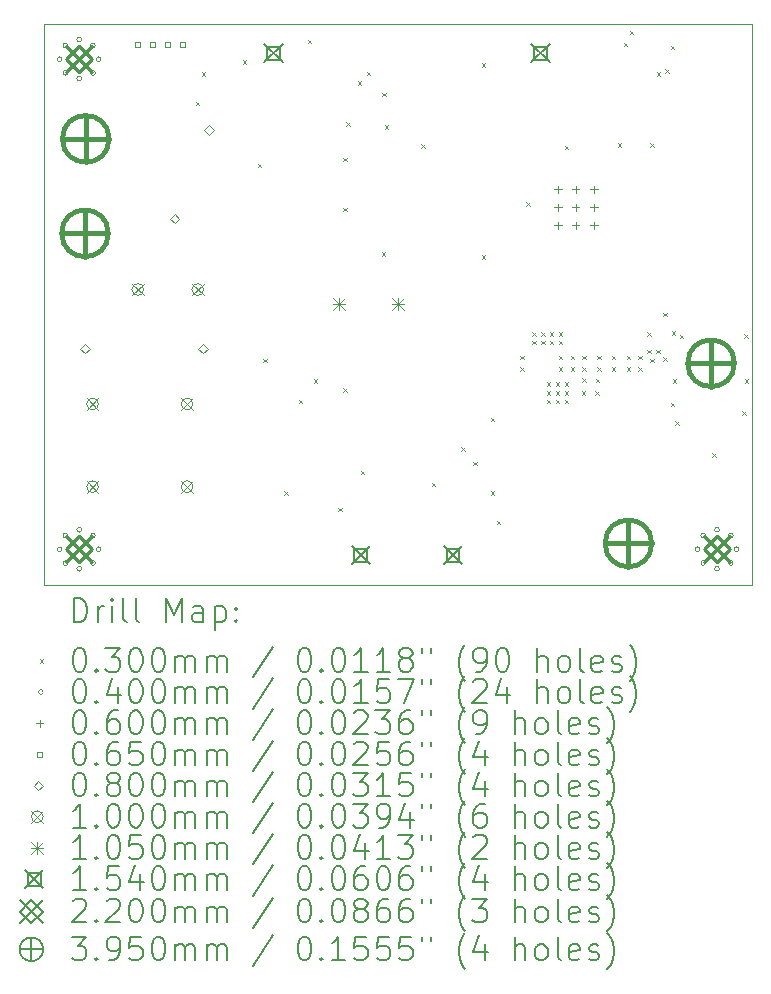
<source format=gbr>
%TF.GenerationSoftware,KiCad,Pcbnew,7.0.6*%
%TF.CreationDate,2023-10-13T10:01:59+08:00*%
%TF.ProjectId,86_BOX_PANEL,38365f42-4f58-45f5-9041-4e454c2e6b69,rev?*%
%TF.SameCoordinates,Original*%
%TF.FileFunction,Drillmap*%
%TF.FilePolarity,Positive*%
%FSLAX45Y45*%
G04 Gerber Fmt 4.5, Leading zero omitted, Abs format (unit mm)*
G04 Created by KiCad (PCBNEW 7.0.6) date 2023-10-13 10:01:59*
%MOMM*%
%LPD*%
G01*
G04 APERTURE LIST*
%ADD10C,0.100000*%
%ADD11C,0.200000*%
%ADD12C,0.030000*%
%ADD13C,0.040000*%
%ADD14C,0.060000*%
%ADD15C,0.065000*%
%ADD16C,0.080000*%
%ADD17C,0.105000*%
%ADD18C,0.154000*%
%ADD19C,0.220000*%
%ADD20C,0.395000*%
G04 APERTURE END LIST*
D10*
X11651000Y-10863000D02*
X16001000Y-10863000D01*
X11651000Y-10863000D02*
X10001000Y-10863000D01*
X11651000Y-6113000D02*
X16001000Y-6113000D01*
X10001000Y-6113000D02*
X10001000Y-10863000D01*
X16001000Y-10863000D02*
X16001000Y-6113000D01*
X11651000Y-6113000D02*
X10001000Y-6113000D01*
D11*
D12*
X11286000Y-6773000D02*
X11316000Y-6803000D01*
X11316000Y-6773000D02*
X11286000Y-6803000D01*
X11338500Y-6525500D02*
X11368500Y-6555500D01*
X11368500Y-6525500D02*
X11338500Y-6555500D01*
X11686000Y-6423000D02*
X11716000Y-6453000D01*
X11716000Y-6423000D02*
X11686000Y-6453000D01*
X11811000Y-7298000D02*
X11841000Y-7328000D01*
X11841000Y-7298000D02*
X11811000Y-7328000D01*
X11861000Y-8948000D02*
X11891000Y-8978000D01*
X11891000Y-8948000D02*
X11861000Y-8978000D01*
X12036000Y-10073000D02*
X12066000Y-10103000D01*
X12066000Y-10073000D02*
X12036000Y-10103000D01*
X12161000Y-9298000D02*
X12191000Y-9328000D01*
X12191000Y-9298000D02*
X12161000Y-9328000D01*
X12236000Y-6248000D02*
X12266000Y-6278000D01*
X12266000Y-6248000D02*
X12236000Y-6278000D01*
X12286000Y-9123000D02*
X12316000Y-9153000D01*
X12316000Y-9123000D02*
X12286000Y-9153000D01*
X12493400Y-10210000D02*
X12523400Y-10240000D01*
X12523400Y-10210000D02*
X12493400Y-10240000D01*
X12536000Y-7248000D02*
X12566000Y-7278000D01*
X12566000Y-7248000D02*
X12536000Y-7278000D01*
X12536000Y-7673000D02*
X12566000Y-7703000D01*
X12566000Y-7673000D02*
X12536000Y-7703000D01*
X12536000Y-9198000D02*
X12566000Y-9228000D01*
X12566000Y-9198000D02*
X12536000Y-9228000D01*
X12561000Y-6948000D02*
X12591000Y-6978000D01*
X12591000Y-6948000D02*
X12561000Y-6978000D01*
X12661000Y-6600500D02*
X12691000Y-6630500D01*
X12691000Y-6600500D02*
X12661000Y-6630500D01*
X12686000Y-9898000D02*
X12716000Y-9928000D01*
X12716000Y-9898000D02*
X12686000Y-9928000D01*
X12736000Y-6520550D02*
X12766000Y-6550550D01*
X12766000Y-6520550D02*
X12736000Y-6550550D01*
X12861000Y-8048000D02*
X12891000Y-8078000D01*
X12891000Y-8048000D02*
X12861000Y-8078000D01*
X12864400Y-6699000D02*
X12894400Y-6729000D01*
X12894400Y-6699000D02*
X12864400Y-6729000D01*
X12886000Y-6973000D02*
X12916000Y-7003000D01*
X12916000Y-6973000D02*
X12886000Y-7003000D01*
X13198500Y-7135500D02*
X13228500Y-7165500D01*
X13228500Y-7135500D02*
X13198500Y-7165500D01*
X13286000Y-9998000D02*
X13316000Y-10028000D01*
X13316000Y-9998000D02*
X13286000Y-10028000D01*
X13536000Y-9698000D02*
X13566000Y-9728000D01*
X13566000Y-9698000D02*
X13536000Y-9728000D01*
X13636000Y-9823000D02*
X13666000Y-9853000D01*
X13666000Y-9823000D02*
X13636000Y-9853000D01*
X13711000Y-6448000D02*
X13741000Y-6478000D01*
X13741000Y-6448000D02*
X13711000Y-6478000D01*
X13711000Y-8073000D02*
X13741000Y-8103000D01*
X13741000Y-8073000D02*
X13711000Y-8103000D01*
X13786000Y-9448000D02*
X13816000Y-9478000D01*
X13816000Y-9448000D02*
X13786000Y-9478000D01*
X13786000Y-10073000D02*
X13816000Y-10103000D01*
X13816000Y-10073000D02*
X13786000Y-10103000D01*
X13836000Y-10323000D02*
X13866000Y-10353000D01*
X13866000Y-10323000D02*
X13836000Y-10353000D01*
X14036000Y-8923000D02*
X14066000Y-8953000D01*
X14066000Y-8923000D02*
X14036000Y-8953000D01*
X14036000Y-9023000D02*
X14066000Y-9053000D01*
X14066000Y-9023000D02*
X14036000Y-9053000D01*
X14086000Y-7623000D02*
X14116000Y-7653000D01*
X14116000Y-7623000D02*
X14086000Y-7653000D01*
X14136000Y-8723000D02*
X14166000Y-8753000D01*
X14166000Y-8723000D02*
X14136000Y-8753000D01*
X14136000Y-8798000D02*
X14166000Y-8828000D01*
X14166000Y-8798000D02*
X14136000Y-8828000D01*
X14211000Y-8723000D02*
X14241000Y-8753000D01*
X14241000Y-8723000D02*
X14211000Y-8753000D01*
X14211000Y-8798000D02*
X14241000Y-8828000D01*
X14241000Y-8798000D02*
X14211000Y-8828000D01*
X14261000Y-9148000D02*
X14291000Y-9178000D01*
X14291000Y-9148000D02*
X14261000Y-9178000D01*
X14261000Y-9223000D02*
X14291000Y-9253000D01*
X14291000Y-9223000D02*
X14261000Y-9253000D01*
X14261000Y-9298000D02*
X14291000Y-9328000D01*
X14291000Y-9298000D02*
X14261000Y-9328000D01*
X14286000Y-8723000D02*
X14316000Y-8753000D01*
X14316000Y-8723000D02*
X14286000Y-8753000D01*
X14286000Y-8798000D02*
X14316000Y-8828000D01*
X14316000Y-8798000D02*
X14286000Y-8828000D01*
X14336000Y-9148000D02*
X14366000Y-9178000D01*
X14366000Y-9148000D02*
X14336000Y-9178000D01*
X14336000Y-9223000D02*
X14366000Y-9253000D01*
X14366000Y-9223000D02*
X14336000Y-9253000D01*
X14336000Y-9298000D02*
X14366000Y-9328000D01*
X14366000Y-9298000D02*
X14336000Y-9328000D01*
X14361000Y-8723000D02*
X14391000Y-8753000D01*
X14391000Y-8723000D02*
X14361000Y-8753000D01*
X14361000Y-8798000D02*
X14391000Y-8828000D01*
X14391000Y-8798000D02*
X14361000Y-8828000D01*
X14361000Y-8923000D02*
X14391000Y-8953000D01*
X14391000Y-8923000D02*
X14361000Y-8953000D01*
X14361000Y-9023000D02*
X14391000Y-9053000D01*
X14391000Y-9023000D02*
X14361000Y-9053000D01*
X14411000Y-7148000D02*
X14441000Y-7178000D01*
X14441000Y-7148000D02*
X14411000Y-7178000D01*
X14411000Y-9148000D02*
X14441000Y-9178000D01*
X14441000Y-9148000D02*
X14411000Y-9178000D01*
X14411000Y-9223000D02*
X14441000Y-9253000D01*
X14441000Y-9223000D02*
X14411000Y-9253000D01*
X14411000Y-9298000D02*
X14441000Y-9328000D01*
X14441000Y-9298000D02*
X14411000Y-9328000D01*
X14461000Y-8923000D02*
X14491000Y-8953000D01*
X14491000Y-8923000D02*
X14461000Y-8953000D01*
X14461000Y-9023000D02*
X14491000Y-9053000D01*
X14491000Y-9023000D02*
X14461000Y-9053000D01*
X14555000Y-9224000D02*
X14585000Y-9254000D01*
X14585000Y-9224000D02*
X14555000Y-9254000D01*
X14559000Y-9116000D02*
X14589000Y-9146000D01*
X14589000Y-9116000D02*
X14559000Y-9146000D01*
X14561000Y-8923000D02*
X14591000Y-8953000D01*
X14591000Y-8923000D02*
X14561000Y-8953000D01*
X14561000Y-9023000D02*
X14591000Y-9053000D01*
X14591000Y-9023000D02*
X14561000Y-9053000D01*
X14672000Y-9223000D02*
X14702000Y-9253000D01*
X14702000Y-9223000D02*
X14672000Y-9253000D01*
X14675000Y-9118000D02*
X14705000Y-9148000D01*
X14705000Y-9118000D02*
X14675000Y-9148000D01*
X14686000Y-8923000D02*
X14716000Y-8953000D01*
X14716000Y-8923000D02*
X14686000Y-8953000D01*
X14686000Y-9023000D02*
X14716000Y-9053000D01*
X14716000Y-9023000D02*
X14686000Y-9053000D01*
X14811000Y-8923000D02*
X14841000Y-8953000D01*
X14841000Y-8923000D02*
X14811000Y-8953000D01*
X14811000Y-9023000D02*
X14841000Y-9053000D01*
X14841000Y-9023000D02*
X14811000Y-9053000D01*
X14861000Y-7123000D02*
X14891000Y-7153000D01*
X14891000Y-7123000D02*
X14861000Y-7153000D01*
X14911000Y-6273000D02*
X14941000Y-6303000D01*
X14941000Y-6273000D02*
X14911000Y-6303000D01*
X14936000Y-8923000D02*
X14966000Y-8953000D01*
X14966000Y-8923000D02*
X14936000Y-8953000D01*
X14936000Y-9023000D02*
X14966000Y-9053000D01*
X14966000Y-9023000D02*
X14936000Y-9053000D01*
X14961000Y-6173000D02*
X14991000Y-6203000D01*
X14991000Y-6173000D02*
X14961000Y-6203000D01*
X15036000Y-8923000D02*
X15066000Y-8953000D01*
X15066000Y-8923000D02*
X15036000Y-8953000D01*
X15036000Y-9023000D02*
X15066000Y-9053000D01*
X15066000Y-9023000D02*
X15036000Y-9053000D01*
X15111000Y-8723000D02*
X15141000Y-8753000D01*
X15141000Y-8723000D02*
X15111000Y-8753000D01*
X15111000Y-8873000D02*
X15141000Y-8903000D01*
X15141000Y-8873000D02*
X15111000Y-8903000D01*
X15136000Y-7123000D02*
X15166000Y-7153000D01*
X15166000Y-7123000D02*
X15136000Y-7153000D01*
X15136000Y-8948000D02*
X15166000Y-8978000D01*
X15166000Y-8948000D02*
X15136000Y-8978000D01*
X15186000Y-8873000D02*
X15216000Y-8903000D01*
X15216000Y-8873000D02*
X15186000Y-8903000D01*
X15189400Y-6524000D02*
X15219400Y-6554000D01*
X15219400Y-6524000D02*
X15189400Y-6554000D01*
X15245400Y-8562000D02*
X15275400Y-8592000D01*
X15275400Y-8562000D02*
X15245400Y-8592000D01*
X15245400Y-8936000D02*
X15275400Y-8966000D01*
X15275400Y-8936000D02*
X15245400Y-8966000D01*
X15264400Y-6499000D02*
X15294400Y-6529000D01*
X15294400Y-6499000D02*
X15264400Y-6529000D01*
X15311000Y-6298000D02*
X15341000Y-6328000D01*
X15341000Y-6298000D02*
X15311000Y-6328000D01*
X15311000Y-9323000D02*
X15341000Y-9353000D01*
X15341000Y-9323000D02*
X15311000Y-9353000D01*
X15319400Y-8715000D02*
X15349400Y-8745000D01*
X15349400Y-8715000D02*
X15319400Y-8745000D01*
X15325122Y-9125278D02*
X15355122Y-9155278D01*
X15355122Y-9125278D02*
X15325122Y-9155278D01*
X15347000Y-9479000D02*
X15377000Y-9509000D01*
X15377000Y-9479000D02*
X15347000Y-9509000D01*
X15386000Y-8748000D02*
X15416000Y-8778000D01*
X15416000Y-8748000D02*
X15386000Y-8778000D01*
X15661000Y-9748000D02*
X15691000Y-9778000D01*
X15691000Y-9748000D02*
X15661000Y-9778000D01*
X15913400Y-9393000D02*
X15943400Y-9423000D01*
X15943400Y-9393000D02*
X15913400Y-9423000D01*
X15931400Y-8741000D02*
X15961400Y-8771000D01*
X15961400Y-8741000D02*
X15931400Y-8771000D01*
X15936000Y-9123000D02*
X15966000Y-9153000D01*
X15966000Y-9123000D02*
X15936000Y-9153000D01*
D13*
X10156000Y-6413000D02*
G75*
G03*
X10156000Y-6413000I-20000J0D01*
G01*
X10156000Y-10563000D02*
G75*
G03*
X10156000Y-10563000I-20000J0D01*
G01*
X10204327Y-6296327D02*
G75*
G03*
X10204327Y-6296327I-20000J0D01*
G01*
X10204327Y-6529673D02*
G75*
G03*
X10204327Y-6529673I-20000J0D01*
G01*
X10204327Y-10446327D02*
G75*
G03*
X10204327Y-10446327I-20000J0D01*
G01*
X10204327Y-10679673D02*
G75*
G03*
X10204327Y-10679673I-20000J0D01*
G01*
X10321000Y-6248000D02*
G75*
G03*
X10321000Y-6248000I-20000J0D01*
G01*
X10321000Y-6578000D02*
G75*
G03*
X10321000Y-6578000I-20000J0D01*
G01*
X10321000Y-10398000D02*
G75*
G03*
X10321000Y-10398000I-20000J0D01*
G01*
X10321000Y-10728000D02*
G75*
G03*
X10321000Y-10728000I-20000J0D01*
G01*
X10437673Y-6296327D02*
G75*
G03*
X10437673Y-6296327I-20000J0D01*
G01*
X10437673Y-6529673D02*
G75*
G03*
X10437673Y-6529673I-20000J0D01*
G01*
X10437673Y-10446327D02*
G75*
G03*
X10437673Y-10446327I-20000J0D01*
G01*
X10437673Y-10679673D02*
G75*
G03*
X10437673Y-10679673I-20000J0D01*
G01*
X10486000Y-6413000D02*
G75*
G03*
X10486000Y-6413000I-20000J0D01*
G01*
X10486000Y-10563000D02*
G75*
G03*
X10486000Y-10563000I-20000J0D01*
G01*
X15556000Y-10563000D02*
G75*
G03*
X15556000Y-10563000I-20000J0D01*
G01*
X15604327Y-10446327D02*
G75*
G03*
X15604327Y-10446327I-20000J0D01*
G01*
X15604327Y-10679673D02*
G75*
G03*
X15604327Y-10679673I-20000J0D01*
G01*
X15721000Y-10398000D02*
G75*
G03*
X15721000Y-10398000I-20000J0D01*
G01*
X15721000Y-10728000D02*
G75*
G03*
X15721000Y-10728000I-20000J0D01*
G01*
X15837673Y-10446327D02*
G75*
G03*
X15837673Y-10446327I-20000J0D01*
G01*
X15837673Y-10679673D02*
G75*
G03*
X15837673Y-10679673I-20000J0D01*
G01*
X15886000Y-10563000D02*
G75*
G03*
X15886000Y-10563000I-20000J0D01*
G01*
D14*
X14355200Y-7484800D02*
X14355200Y-7544800D01*
X14325200Y-7514800D02*
X14385200Y-7514800D01*
X14355200Y-7637200D02*
X14355200Y-7697200D01*
X14325200Y-7667200D02*
X14385200Y-7667200D01*
X14355200Y-7789600D02*
X14355200Y-7849600D01*
X14325200Y-7819600D02*
X14385200Y-7819600D01*
X14505000Y-7485600D02*
X14505000Y-7545600D01*
X14475000Y-7515600D02*
X14535000Y-7515600D01*
X14505000Y-7638000D02*
X14505000Y-7698000D01*
X14475000Y-7668000D02*
X14535000Y-7668000D01*
X14505000Y-7790400D02*
X14505000Y-7850400D01*
X14475000Y-7820400D02*
X14535000Y-7820400D01*
X14660000Y-7484800D02*
X14660000Y-7544800D01*
X14630000Y-7514800D02*
X14690000Y-7514800D01*
X14660000Y-7637200D02*
X14660000Y-7697200D01*
X14630000Y-7667200D02*
X14690000Y-7667200D01*
X14660000Y-7789600D02*
X14660000Y-7849600D01*
X14630000Y-7819600D02*
X14690000Y-7819600D01*
D15*
X10817981Y-6310981D02*
X10817981Y-6265019D01*
X10772019Y-6265019D01*
X10772019Y-6310981D01*
X10817981Y-6310981D01*
X10944981Y-6310981D02*
X10944981Y-6265019D01*
X10899019Y-6265019D01*
X10899019Y-6310981D01*
X10944981Y-6310981D01*
X11071981Y-6310981D02*
X11071981Y-6265019D01*
X11026019Y-6265019D01*
X11026019Y-6310981D01*
X11071981Y-6310981D01*
X11198981Y-6310981D02*
X11198981Y-6265019D01*
X11153019Y-6265019D01*
X11153019Y-6310981D01*
X11198981Y-6310981D01*
D16*
X10351000Y-8903000D02*
X10391000Y-8863000D01*
X10351000Y-8823000D01*
X10311000Y-8863000D01*
X10351000Y-8903000D01*
X11110000Y-7803750D02*
X11150000Y-7763750D01*
X11110000Y-7723750D01*
X11070000Y-7763750D01*
X11110000Y-7803750D01*
X11351000Y-8903000D02*
X11391000Y-8863000D01*
X11351000Y-8823000D01*
X11311000Y-8863000D01*
X11351000Y-8903000D01*
X11400000Y-7053750D02*
X11440000Y-7013750D01*
X11400000Y-6973750D01*
X11360000Y-7013750D01*
X11400000Y-7053750D01*
D10*
X10364400Y-9283000D02*
X10464400Y-9383000D01*
X10464400Y-9283000D02*
X10364400Y-9383000D01*
X10464400Y-9333000D02*
G75*
G03*
X10464400Y-9333000I-50000J0D01*
G01*
X10364400Y-9983000D02*
X10464400Y-10083000D01*
X10464400Y-9983000D02*
X10364400Y-10083000D01*
X10464400Y-10033000D02*
G75*
G03*
X10464400Y-10033000I-50000J0D01*
G01*
X10747000Y-8313000D02*
X10847000Y-8413000D01*
X10847000Y-8313000D02*
X10747000Y-8413000D01*
X10847000Y-8363000D02*
G75*
G03*
X10847000Y-8363000I-50000J0D01*
G01*
X11164400Y-9283000D02*
X11264400Y-9383000D01*
X11264400Y-9283000D02*
X11164400Y-9383000D01*
X11264400Y-9333000D02*
G75*
G03*
X11264400Y-9333000I-50000J0D01*
G01*
X11164400Y-9983000D02*
X11264400Y-10083000D01*
X11264400Y-9983000D02*
X11164400Y-10083000D01*
X11264400Y-10033000D02*
G75*
G03*
X11264400Y-10033000I-50000J0D01*
G01*
X11255000Y-8314000D02*
X11355000Y-8414000D01*
X11355000Y-8314000D02*
X11255000Y-8414000D01*
X11355000Y-8364000D02*
G75*
G03*
X11355000Y-8364000I-50000J0D01*
G01*
D17*
X12448500Y-8435500D02*
X12553500Y-8540500D01*
X12553500Y-8435500D02*
X12448500Y-8540500D01*
X12501000Y-8435500D02*
X12501000Y-8540500D01*
X12448500Y-8488000D02*
X12553500Y-8488000D01*
X12948500Y-8435500D02*
X13053500Y-8540500D01*
X13053500Y-8435500D02*
X12948500Y-8540500D01*
X13001000Y-8435500D02*
X13001000Y-8540500D01*
X12948500Y-8488000D02*
X13053500Y-8488000D01*
D18*
X11869000Y-6286000D02*
X12023000Y-6440000D01*
X12023000Y-6286000D02*
X11869000Y-6440000D01*
X12000448Y-6417448D02*
X12000448Y-6308552D01*
X11891552Y-6308552D01*
X11891552Y-6417448D01*
X12000448Y-6417448D01*
X12609000Y-10536000D02*
X12763000Y-10690000D01*
X12763000Y-10536000D02*
X12609000Y-10690000D01*
X12740448Y-10667448D02*
X12740448Y-10558552D01*
X12631552Y-10558552D01*
X12631552Y-10667448D01*
X12740448Y-10667448D01*
X13389000Y-10536000D02*
X13543000Y-10690000D01*
X13543000Y-10536000D02*
X13389000Y-10690000D01*
X13520448Y-10667448D02*
X13520448Y-10558552D01*
X13411552Y-10558552D01*
X13411552Y-10667448D01*
X13520448Y-10667448D01*
X14129000Y-6286000D02*
X14283000Y-6440000D01*
X14283000Y-6286000D02*
X14129000Y-6440000D01*
X14260448Y-6417448D02*
X14260448Y-6308552D01*
X14151552Y-6308552D01*
X14151552Y-6417448D01*
X14260448Y-6417448D01*
D19*
X10191000Y-6303000D02*
X10411000Y-6523000D01*
X10411000Y-6303000D02*
X10191000Y-6523000D01*
X10301000Y-6523000D02*
X10411000Y-6413000D01*
X10301000Y-6303000D01*
X10191000Y-6413000D01*
X10301000Y-6523000D01*
X10191000Y-10453000D02*
X10411000Y-10673000D01*
X10411000Y-10453000D02*
X10191000Y-10673000D01*
X10301000Y-10673000D02*
X10411000Y-10563000D01*
X10301000Y-10453000D01*
X10191000Y-10563000D01*
X10301000Y-10673000D01*
X15591000Y-10453000D02*
X15811000Y-10673000D01*
X15811000Y-10453000D02*
X15591000Y-10673000D01*
X15701000Y-10673000D02*
X15811000Y-10563000D01*
X15701000Y-10453000D01*
X15591000Y-10563000D01*
X15701000Y-10673000D01*
D20*
X10350000Y-7690500D02*
X10350000Y-8085500D01*
X10152500Y-7888000D02*
X10547500Y-7888000D01*
X10547500Y-7888000D02*
G75*
G03*
X10547500Y-7888000I-197500J0D01*
G01*
X10356400Y-6890500D02*
X10356400Y-7285500D01*
X10158900Y-7088000D02*
X10553900Y-7088000D01*
X10553900Y-7088000D02*
G75*
G03*
X10553900Y-7088000I-197500J0D01*
G01*
X14951000Y-10315500D02*
X14951000Y-10710500D01*
X14753500Y-10513000D02*
X15148500Y-10513000D01*
X15148500Y-10513000D02*
G75*
G03*
X15148500Y-10513000I-197500J0D01*
G01*
X15651000Y-8790500D02*
X15651000Y-9185500D01*
X15453500Y-8988000D02*
X15848500Y-8988000D01*
X15848500Y-8988000D02*
G75*
G03*
X15848500Y-8988000I-197500J0D01*
G01*
D11*
X10256777Y-11179484D02*
X10256777Y-10979484D01*
X10256777Y-10979484D02*
X10304396Y-10979484D01*
X10304396Y-10979484D02*
X10332967Y-10989008D01*
X10332967Y-10989008D02*
X10352015Y-11008055D01*
X10352015Y-11008055D02*
X10361539Y-11027103D01*
X10361539Y-11027103D02*
X10371063Y-11065198D01*
X10371063Y-11065198D02*
X10371063Y-11093770D01*
X10371063Y-11093770D02*
X10361539Y-11131865D01*
X10361539Y-11131865D02*
X10352015Y-11150912D01*
X10352015Y-11150912D02*
X10332967Y-11169960D01*
X10332967Y-11169960D02*
X10304396Y-11179484D01*
X10304396Y-11179484D02*
X10256777Y-11179484D01*
X10456777Y-11179484D02*
X10456777Y-11046150D01*
X10456777Y-11084246D02*
X10466301Y-11065198D01*
X10466301Y-11065198D02*
X10475824Y-11055674D01*
X10475824Y-11055674D02*
X10494872Y-11046150D01*
X10494872Y-11046150D02*
X10513920Y-11046150D01*
X10580586Y-11179484D02*
X10580586Y-11046150D01*
X10580586Y-10979484D02*
X10571063Y-10989008D01*
X10571063Y-10989008D02*
X10580586Y-10998531D01*
X10580586Y-10998531D02*
X10590110Y-10989008D01*
X10590110Y-10989008D02*
X10580586Y-10979484D01*
X10580586Y-10979484D02*
X10580586Y-10998531D01*
X10704396Y-11179484D02*
X10685348Y-11169960D01*
X10685348Y-11169960D02*
X10675824Y-11150912D01*
X10675824Y-11150912D02*
X10675824Y-10979484D01*
X10809158Y-11179484D02*
X10790110Y-11169960D01*
X10790110Y-11169960D02*
X10780586Y-11150912D01*
X10780586Y-11150912D02*
X10780586Y-10979484D01*
X11037729Y-11179484D02*
X11037729Y-10979484D01*
X11037729Y-10979484D02*
X11104396Y-11122341D01*
X11104396Y-11122341D02*
X11171063Y-10979484D01*
X11171063Y-10979484D02*
X11171063Y-11179484D01*
X11352015Y-11179484D02*
X11352015Y-11074722D01*
X11352015Y-11074722D02*
X11342491Y-11055674D01*
X11342491Y-11055674D02*
X11323443Y-11046150D01*
X11323443Y-11046150D02*
X11285348Y-11046150D01*
X11285348Y-11046150D02*
X11266301Y-11055674D01*
X11352015Y-11169960D02*
X11332967Y-11179484D01*
X11332967Y-11179484D02*
X11285348Y-11179484D01*
X11285348Y-11179484D02*
X11266301Y-11169960D01*
X11266301Y-11169960D02*
X11256777Y-11150912D01*
X11256777Y-11150912D02*
X11256777Y-11131865D01*
X11256777Y-11131865D02*
X11266301Y-11112817D01*
X11266301Y-11112817D02*
X11285348Y-11103293D01*
X11285348Y-11103293D02*
X11332967Y-11103293D01*
X11332967Y-11103293D02*
X11352015Y-11093770D01*
X11447253Y-11046150D02*
X11447253Y-11246150D01*
X11447253Y-11055674D02*
X11466301Y-11046150D01*
X11466301Y-11046150D02*
X11504396Y-11046150D01*
X11504396Y-11046150D02*
X11523443Y-11055674D01*
X11523443Y-11055674D02*
X11532967Y-11065198D01*
X11532967Y-11065198D02*
X11542491Y-11084246D01*
X11542491Y-11084246D02*
X11542491Y-11141389D01*
X11542491Y-11141389D02*
X11532967Y-11160436D01*
X11532967Y-11160436D02*
X11523443Y-11169960D01*
X11523443Y-11169960D02*
X11504396Y-11179484D01*
X11504396Y-11179484D02*
X11466301Y-11179484D01*
X11466301Y-11179484D02*
X11447253Y-11169960D01*
X11628205Y-11160436D02*
X11637729Y-11169960D01*
X11637729Y-11169960D02*
X11628205Y-11179484D01*
X11628205Y-11179484D02*
X11618682Y-11169960D01*
X11618682Y-11169960D02*
X11628205Y-11160436D01*
X11628205Y-11160436D02*
X11628205Y-11179484D01*
X11628205Y-11055674D02*
X11637729Y-11065198D01*
X11637729Y-11065198D02*
X11628205Y-11074722D01*
X11628205Y-11074722D02*
X11618682Y-11065198D01*
X11618682Y-11065198D02*
X11628205Y-11055674D01*
X11628205Y-11055674D02*
X11628205Y-11074722D01*
D12*
X9966000Y-11493000D02*
X9996000Y-11523000D01*
X9996000Y-11493000D02*
X9966000Y-11523000D01*
D11*
X10294872Y-11399484D02*
X10313920Y-11399484D01*
X10313920Y-11399484D02*
X10332967Y-11409008D01*
X10332967Y-11409008D02*
X10342491Y-11418531D01*
X10342491Y-11418531D02*
X10352015Y-11437579D01*
X10352015Y-11437579D02*
X10361539Y-11475674D01*
X10361539Y-11475674D02*
X10361539Y-11523293D01*
X10361539Y-11523293D02*
X10352015Y-11561388D01*
X10352015Y-11561388D02*
X10342491Y-11580436D01*
X10342491Y-11580436D02*
X10332967Y-11589960D01*
X10332967Y-11589960D02*
X10313920Y-11599484D01*
X10313920Y-11599484D02*
X10294872Y-11599484D01*
X10294872Y-11599484D02*
X10275824Y-11589960D01*
X10275824Y-11589960D02*
X10266301Y-11580436D01*
X10266301Y-11580436D02*
X10256777Y-11561388D01*
X10256777Y-11561388D02*
X10247253Y-11523293D01*
X10247253Y-11523293D02*
X10247253Y-11475674D01*
X10247253Y-11475674D02*
X10256777Y-11437579D01*
X10256777Y-11437579D02*
X10266301Y-11418531D01*
X10266301Y-11418531D02*
X10275824Y-11409008D01*
X10275824Y-11409008D02*
X10294872Y-11399484D01*
X10447253Y-11580436D02*
X10456777Y-11589960D01*
X10456777Y-11589960D02*
X10447253Y-11599484D01*
X10447253Y-11599484D02*
X10437729Y-11589960D01*
X10437729Y-11589960D02*
X10447253Y-11580436D01*
X10447253Y-11580436D02*
X10447253Y-11599484D01*
X10523444Y-11399484D02*
X10647253Y-11399484D01*
X10647253Y-11399484D02*
X10580586Y-11475674D01*
X10580586Y-11475674D02*
X10609158Y-11475674D01*
X10609158Y-11475674D02*
X10628205Y-11485198D01*
X10628205Y-11485198D02*
X10637729Y-11494722D01*
X10637729Y-11494722D02*
X10647253Y-11513769D01*
X10647253Y-11513769D02*
X10647253Y-11561388D01*
X10647253Y-11561388D02*
X10637729Y-11580436D01*
X10637729Y-11580436D02*
X10628205Y-11589960D01*
X10628205Y-11589960D02*
X10609158Y-11599484D01*
X10609158Y-11599484D02*
X10552015Y-11599484D01*
X10552015Y-11599484D02*
X10532967Y-11589960D01*
X10532967Y-11589960D02*
X10523444Y-11580436D01*
X10771063Y-11399484D02*
X10790110Y-11399484D01*
X10790110Y-11399484D02*
X10809158Y-11409008D01*
X10809158Y-11409008D02*
X10818682Y-11418531D01*
X10818682Y-11418531D02*
X10828205Y-11437579D01*
X10828205Y-11437579D02*
X10837729Y-11475674D01*
X10837729Y-11475674D02*
X10837729Y-11523293D01*
X10837729Y-11523293D02*
X10828205Y-11561388D01*
X10828205Y-11561388D02*
X10818682Y-11580436D01*
X10818682Y-11580436D02*
X10809158Y-11589960D01*
X10809158Y-11589960D02*
X10790110Y-11599484D01*
X10790110Y-11599484D02*
X10771063Y-11599484D01*
X10771063Y-11599484D02*
X10752015Y-11589960D01*
X10752015Y-11589960D02*
X10742491Y-11580436D01*
X10742491Y-11580436D02*
X10732967Y-11561388D01*
X10732967Y-11561388D02*
X10723444Y-11523293D01*
X10723444Y-11523293D02*
X10723444Y-11475674D01*
X10723444Y-11475674D02*
X10732967Y-11437579D01*
X10732967Y-11437579D02*
X10742491Y-11418531D01*
X10742491Y-11418531D02*
X10752015Y-11409008D01*
X10752015Y-11409008D02*
X10771063Y-11399484D01*
X10961539Y-11399484D02*
X10980586Y-11399484D01*
X10980586Y-11399484D02*
X10999634Y-11409008D01*
X10999634Y-11409008D02*
X11009158Y-11418531D01*
X11009158Y-11418531D02*
X11018682Y-11437579D01*
X11018682Y-11437579D02*
X11028205Y-11475674D01*
X11028205Y-11475674D02*
X11028205Y-11523293D01*
X11028205Y-11523293D02*
X11018682Y-11561388D01*
X11018682Y-11561388D02*
X11009158Y-11580436D01*
X11009158Y-11580436D02*
X10999634Y-11589960D01*
X10999634Y-11589960D02*
X10980586Y-11599484D01*
X10980586Y-11599484D02*
X10961539Y-11599484D01*
X10961539Y-11599484D02*
X10942491Y-11589960D01*
X10942491Y-11589960D02*
X10932967Y-11580436D01*
X10932967Y-11580436D02*
X10923444Y-11561388D01*
X10923444Y-11561388D02*
X10913920Y-11523293D01*
X10913920Y-11523293D02*
X10913920Y-11475674D01*
X10913920Y-11475674D02*
X10923444Y-11437579D01*
X10923444Y-11437579D02*
X10932967Y-11418531D01*
X10932967Y-11418531D02*
X10942491Y-11409008D01*
X10942491Y-11409008D02*
X10961539Y-11399484D01*
X11113920Y-11599484D02*
X11113920Y-11466150D01*
X11113920Y-11485198D02*
X11123444Y-11475674D01*
X11123444Y-11475674D02*
X11142491Y-11466150D01*
X11142491Y-11466150D02*
X11171063Y-11466150D01*
X11171063Y-11466150D02*
X11190110Y-11475674D01*
X11190110Y-11475674D02*
X11199634Y-11494722D01*
X11199634Y-11494722D02*
X11199634Y-11599484D01*
X11199634Y-11494722D02*
X11209158Y-11475674D01*
X11209158Y-11475674D02*
X11228205Y-11466150D01*
X11228205Y-11466150D02*
X11256777Y-11466150D01*
X11256777Y-11466150D02*
X11275824Y-11475674D01*
X11275824Y-11475674D02*
X11285348Y-11494722D01*
X11285348Y-11494722D02*
X11285348Y-11599484D01*
X11380586Y-11599484D02*
X11380586Y-11466150D01*
X11380586Y-11485198D02*
X11390110Y-11475674D01*
X11390110Y-11475674D02*
X11409158Y-11466150D01*
X11409158Y-11466150D02*
X11437729Y-11466150D01*
X11437729Y-11466150D02*
X11456777Y-11475674D01*
X11456777Y-11475674D02*
X11466301Y-11494722D01*
X11466301Y-11494722D02*
X11466301Y-11599484D01*
X11466301Y-11494722D02*
X11475824Y-11475674D01*
X11475824Y-11475674D02*
X11494872Y-11466150D01*
X11494872Y-11466150D02*
X11523443Y-11466150D01*
X11523443Y-11466150D02*
X11542491Y-11475674D01*
X11542491Y-11475674D02*
X11552015Y-11494722D01*
X11552015Y-11494722D02*
X11552015Y-11599484D01*
X11942491Y-11389960D02*
X11771063Y-11647103D01*
X12199634Y-11399484D02*
X12218682Y-11399484D01*
X12218682Y-11399484D02*
X12237729Y-11409008D01*
X12237729Y-11409008D02*
X12247253Y-11418531D01*
X12247253Y-11418531D02*
X12256777Y-11437579D01*
X12256777Y-11437579D02*
X12266301Y-11475674D01*
X12266301Y-11475674D02*
X12266301Y-11523293D01*
X12266301Y-11523293D02*
X12256777Y-11561388D01*
X12256777Y-11561388D02*
X12247253Y-11580436D01*
X12247253Y-11580436D02*
X12237729Y-11589960D01*
X12237729Y-11589960D02*
X12218682Y-11599484D01*
X12218682Y-11599484D02*
X12199634Y-11599484D01*
X12199634Y-11599484D02*
X12180586Y-11589960D01*
X12180586Y-11589960D02*
X12171063Y-11580436D01*
X12171063Y-11580436D02*
X12161539Y-11561388D01*
X12161539Y-11561388D02*
X12152015Y-11523293D01*
X12152015Y-11523293D02*
X12152015Y-11475674D01*
X12152015Y-11475674D02*
X12161539Y-11437579D01*
X12161539Y-11437579D02*
X12171063Y-11418531D01*
X12171063Y-11418531D02*
X12180586Y-11409008D01*
X12180586Y-11409008D02*
X12199634Y-11399484D01*
X12352015Y-11580436D02*
X12361539Y-11589960D01*
X12361539Y-11589960D02*
X12352015Y-11599484D01*
X12352015Y-11599484D02*
X12342491Y-11589960D01*
X12342491Y-11589960D02*
X12352015Y-11580436D01*
X12352015Y-11580436D02*
X12352015Y-11599484D01*
X12485348Y-11399484D02*
X12504396Y-11399484D01*
X12504396Y-11399484D02*
X12523444Y-11409008D01*
X12523444Y-11409008D02*
X12532967Y-11418531D01*
X12532967Y-11418531D02*
X12542491Y-11437579D01*
X12542491Y-11437579D02*
X12552015Y-11475674D01*
X12552015Y-11475674D02*
X12552015Y-11523293D01*
X12552015Y-11523293D02*
X12542491Y-11561388D01*
X12542491Y-11561388D02*
X12532967Y-11580436D01*
X12532967Y-11580436D02*
X12523444Y-11589960D01*
X12523444Y-11589960D02*
X12504396Y-11599484D01*
X12504396Y-11599484D02*
X12485348Y-11599484D01*
X12485348Y-11599484D02*
X12466301Y-11589960D01*
X12466301Y-11589960D02*
X12456777Y-11580436D01*
X12456777Y-11580436D02*
X12447253Y-11561388D01*
X12447253Y-11561388D02*
X12437729Y-11523293D01*
X12437729Y-11523293D02*
X12437729Y-11475674D01*
X12437729Y-11475674D02*
X12447253Y-11437579D01*
X12447253Y-11437579D02*
X12456777Y-11418531D01*
X12456777Y-11418531D02*
X12466301Y-11409008D01*
X12466301Y-11409008D02*
X12485348Y-11399484D01*
X12742491Y-11599484D02*
X12628206Y-11599484D01*
X12685348Y-11599484D02*
X12685348Y-11399484D01*
X12685348Y-11399484D02*
X12666301Y-11428055D01*
X12666301Y-11428055D02*
X12647253Y-11447103D01*
X12647253Y-11447103D02*
X12628206Y-11456627D01*
X12932967Y-11599484D02*
X12818682Y-11599484D01*
X12875825Y-11599484D02*
X12875825Y-11399484D01*
X12875825Y-11399484D02*
X12856777Y-11428055D01*
X12856777Y-11428055D02*
X12837729Y-11447103D01*
X12837729Y-11447103D02*
X12818682Y-11456627D01*
X13047253Y-11485198D02*
X13028206Y-11475674D01*
X13028206Y-11475674D02*
X13018682Y-11466150D01*
X13018682Y-11466150D02*
X13009158Y-11447103D01*
X13009158Y-11447103D02*
X13009158Y-11437579D01*
X13009158Y-11437579D02*
X13018682Y-11418531D01*
X13018682Y-11418531D02*
X13028206Y-11409008D01*
X13028206Y-11409008D02*
X13047253Y-11399484D01*
X13047253Y-11399484D02*
X13085348Y-11399484D01*
X13085348Y-11399484D02*
X13104396Y-11409008D01*
X13104396Y-11409008D02*
X13113920Y-11418531D01*
X13113920Y-11418531D02*
X13123444Y-11437579D01*
X13123444Y-11437579D02*
X13123444Y-11447103D01*
X13123444Y-11447103D02*
X13113920Y-11466150D01*
X13113920Y-11466150D02*
X13104396Y-11475674D01*
X13104396Y-11475674D02*
X13085348Y-11485198D01*
X13085348Y-11485198D02*
X13047253Y-11485198D01*
X13047253Y-11485198D02*
X13028206Y-11494722D01*
X13028206Y-11494722D02*
X13018682Y-11504246D01*
X13018682Y-11504246D02*
X13009158Y-11523293D01*
X13009158Y-11523293D02*
X13009158Y-11561388D01*
X13009158Y-11561388D02*
X13018682Y-11580436D01*
X13018682Y-11580436D02*
X13028206Y-11589960D01*
X13028206Y-11589960D02*
X13047253Y-11599484D01*
X13047253Y-11599484D02*
X13085348Y-11599484D01*
X13085348Y-11599484D02*
X13104396Y-11589960D01*
X13104396Y-11589960D02*
X13113920Y-11580436D01*
X13113920Y-11580436D02*
X13123444Y-11561388D01*
X13123444Y-11561388D02*
X13123444Y-11523293D01*
X13123444Y-11523293D02*
X13113920Y-11504246D01*
X13113920Y-11504246D02*
X13104396Y-11494722D01*
X13104396Y-11494722D02*
X13085348Y-11485198D01*
X13199634Y-11399484D02*
X13199634Y-11437579D01*
X13275825Y-11399484D02*
X13275825Y-11437579D01*
X13571063Y-11675674D02*
X13561539Y-11666150D01*
X13561539Y-11666150D02*
X13542491Y-11637579D01*
X13542491Y-11637579D02*
X13532968Y-11618531D01*
X13532968Y-11618531D02*
X13523444Y-11589960D01*
X13523444Y-11589960D02*
X13513920Y-11542341D01*
X13513920Y-11542341D02*
X13513920Y-11504246D01*
X13513920Y-11504246D02*
X13523444Y-11456627D01*
X13523444Y-11456627D02*
X13532968Y-11428055D01*
X13532968Y-11428055D02*
X13542491Y-11409008D01*
X13542491Y-11409008D02*
X13561539Y-11380436D01*
X13561539Y-11380436D02*
X13571063Y-11370912D01*
X13656777Y-11599484D02*
X13694872Y-11599484D01*
X13694872Y-11599484D02*
X13713920Y-11589960D01*
X13713920Y-11589960D02*
X13723444Y-11580436D01*
X13723444Y-11580436D02*
X13742491Y-11551865D01*
X13742491Y-11551865D02*
X13752015Y-11513769D01*
X13752015Y-11513769D02*
X13752015Y-11437579D01*
X13752015Y-11437579D02*
X13742491Y-11418531D01*
X13742491Y-11418531D02*
X13732968Y-11409008D01*
X13732968Y-11409008D02*
X13713920Y-11399484D01*
X13713920Y-11399484D02*
X13675825Y-11399484D01*
X13675825Y-11399484D02*
X13656777Y-11409008D01*
X13656777Y-11409008D02*
X13647253Y-11418531D01*
X13647253Y-11418531D02*
X13637729Y-11437579D01*
X13637729Y-11437579D02*
X13637729Y-11485198D01*
X13637729Y-11485198D02*
X13647253Y-11504246D01*
X13647253Y-11504246D02*
X13656777Y-11513769D01*
X13656777Y-11513769D02*
X13675825Y-11523293D01*
X13675825Y-11523293D02*
X13713920Y-11523293D01*
X13713920Y-11523293D02*
X13732968Y-11513769D01*
X13732968Y-11513769D02*
X13742491Y-11504246D01*
X13742491Y-11504246D02*
X13752015Y-11485198D01*
X13875825Y-11399484D02*
X13894872Y-11399484D01*
X13894872Y-11399484D02*
X13913920Y-11409008D01*
X13913920Y-11409008D02*
X13923444Y-11418531D01*
X13923444Y-11418531D02*
X13932968Y-11437579D01*
X13932968Y-11437579D02*
X13942491Y-11475674D01*
X13942491Y-11475674D02*
X13942491Y-11523293D01*
X13942491Y-11523293D02*
X13932968Y-11561388D01*
X13932968Y-11561388D02*
X13923444Y-11580436D01*
X13923444Y-11580436D02*
X13913920Y-11589960D01*
X13913920Y-11589960D02*
X13894872Y-11599484D01*
X13894872Y-11599484D02*
X13875825Y-11599484D01*
X13875825Y-11599484D02*
X13856777Y-11589960D01*
X13856777Y-11589960D02*
X13847253Y-11580436D01*
X13847253Y-11580436D02*
X13837729Y-11561388D01*
X13837729Y-11561388D02*
X13828206Y-11523293D01*
X13828206Y-11523293D02*
X13828206Y-11475674D01*
X13828206Y-11475674D02*
X13837729Y-11437579D01*
X13837729Y-11437579D02*
X13847253Y-11418531D01*
X13847253Y-11418531D02*
X13856777Y-11409008D01*
X13856777Y-11409008D02*
X13875825Y-11399484D01*
X14180587Y-11599484D02*
X14180587Y-11399484D01*
X14266301Y-11599484D02*
X14266301Y-11494722D01*
X14266301Y-11494722D02*
X14256777Y-11475674D01*
X14256777Y-11475674D02*
X14237730Y-11466150D01*
X14237730Y-11466150D02*
X14209158Y-11466150D01*
X14209158Y-11466150D02*
X14190110Y-11475674D01*
X14190110Y-11475674D02*
X14180587Y-11485198D01*
X14390110Y-11599484D02*
X14371063Y-11589960D01*
X14371063Y-11589960D02*
X14361539Y-11580436D01*
X14361539Y-11580436D02*
X14352015Y-11561388D01*
X14352015Y-11561388D02*
X14352015Y-11504246D01*
X14352015Y-11504246D02*
X14361539Y-11485198D01*
X14361539Y-11485198D02*
X14371063Y-11475674D01*
X14371063Y-11475674D02*
X14390110Y-11466150D01*
X14390110Y-11466150D02*
X14418682Y-11466150D01*
X14418682Y-11466150D02*
X14437730Y-11475674D01*
X14437730Y-11475674D02*
X14447253Y-11485198D01*
X14447253Y-11485198D02*
X14456777Y-11504246D01*
X14456777Y-11504246D02*
X14456777Y-11561388D01*
X14456777Y-11561388D02*
X14447253Y-11580436D01*
X14447253Y-11580436D02*
X14437730Y-11589960D01*
X14437730Y-11589960D02*
X14418682Y-11599484D01*
X14418682Y-11599484D02*
X14390110Y-11599484D01*
X14571063Y-11599484D02*
X14552015Y-11589960D01*
X14552015Y-11589960D02*
X14542491Y-11570912D01*
X14542491Y-11570912D02*
X14542491Y-11399484D01*
X14723444Y-11589960D02*
X14704396Y-11599484D01*
X14704396Y-11599484D02*
X14666301Y-11599484D01*
X14666301Y-11599484D02*
X14647253Y-11589960D01*
X14647253Y-11589960D02*
X14637730Y-11570912D01*
X14637730Y-11570912D02*
X14637730Y-11494722D01*
X14637730Y-11494722D02*
X14647253Y-11475674D01*
X14647253Y-11475674D02*
X14666301Y-11466150D01*
X14666301Y-11466150D02*
X14704396Y-11466150D01*
X14704396Y-11466150D02*
X14723444Y-11475674D01*
X14723444Y-11475674D02*
X14732968Y-11494722D01*
X14732968Y-11494722D02*
X14732968Y-11513769D01*
X14732968Y-11513769D02*
X14637730Y-11532817D01*
X14809158Y-11589960D02*
X14828206Y-11599484D01*
X14828206Y-11599484D02*
X14866301Y-11599484D01*
X14866301Y-11599484D02*
X14885349Y-11589960D01*
X14885349Y-11589960D02*
X14894872Y-11570912D01*
X14894872Y-11570912D02*
X14894872Y-11561388D01*
X14894872Y-11561388D02*
X14885349Y-11542341D01*
X14885349Y-11542341D02*
X14866301Y-11532817D01*
X14866301Y-11532817D02*
X14837730Y-11532817D01*
X14837730Y-11532817D02*
X14818682Y-11523293D01*
X14818682Y-11523293D02*
X14809158Y-11504246D01*
X14809158Y-11504246D02*
X14809158Y-11494722D01*
X14809158Y-11494722D02*
X14818682Y-11475674D01*
X14818682Y-11475674D02*
X14837730Y-11466150D01*
X14837730Y-11466150D02*
X14866301Y-11466150D01*
X14866301Y-11466150D02*
X14885349Y-11475674D01*
X14961539Y-11675674D02*
X14971063Y-11666150D01*
X14971063Y-11666150D02*
X14990111Y-11637579D01*
X14990111Y-11637579D02*
X14999634Y-11618531D01*
X14999634Y-11618531D02*
X15009158Y-11589960D01*
X15009158Y-11589960D02*
X15018682Y-11542341D01*
X15018682Y-11542341D02*
X15018682Y-11504246D01*
X15018682Y-11504246D02*
X15009158Y-11456627D01*
X15009158Y-11456627D02*
X14999634Y-11428055D01*
X14999634Y-11428055D02*
X14990111Y-11409008D01*
X14990111Y-11409008D02*
X14971063Y-11380436D01*
X14971063Y-11380436D02*
X14961539Y-11370912D01*
D13*
X9996000Y-11772000D02*
G75*
G03*
X9996000Y-11772000I-20000J0D01*
G01*
D11*
X10294872Y-11663484D02*
X10313920Y-11663484D01*
X10313920Y-11663484D02*
X10332967Y-11673008D01*
X10332967Y-11673008D02*
X10342491Y-11682531D01*
X10342491Y-11682531D02*
X10352015Y-11701579D01*
X10352015Y-11701579D02*
X10361539Y-11739674D01*
X10361539Y-11739674D02*
X10361539Y-11787293D01*
X10361539Y-11787293D02*
X10352015Y-11825388D01*
X10352015Y-11825388D02*
X10342491Y-11844436D01*
X10342491Y-11844436D02*
X10332967Y-11853960D01*
X10332967Y-11853960D02*
X10313920Y-11863484D01*
X10313920Y-11863484D02*
X10294872Y-11863484D01*
X10294872Y-11863484D02*
X10275824Y-11853960D01*
X10275824Y-11853960D02*
X10266301Y-11844436D01*
X10266301Y-11844436D02*
X10256777Y-11825388D01*
X10256777Y-11825388D02*
X10247253Y-11787293D01*
X10247253Y-11787293D02*
X10247253Y-11739674D01*
X10247253Y-11739674D02*
X10256777Y-11701579D01*
X10256777Y-11701579D02*
X10266301Y-11682531D01*
X10266301Y-11682531D02*
X10275824Y-11673008D01*
X10275824Y-11673008D02*
X10294872Y-11663484D01*
X10447253Y-11844436D02*
X10456777Y-11853960D01*
X10456777Y-11853960D02*
X10447253Y-11863484D01*
X10447253Y-11863484D02*
X10437729Y-11853960D01*
X10437729Y-11853960D02*
X10447253Y-11844436D01*
X10447253Y-11844436D02*
X10447253Y-11863484D01*
X10628205Y-11730150D02*
X10628205Y-11863484D01*
X10580586Y-11653960D02*
X10532967Y-11796817D01*
X10532967Y-11796817D02*
X10656777Y-11796817D01*
X10771063Y-11663484D02*
X10790110Y-11663484D01*
X10790110Y-11663484D02*
X10809158Y-11673008D01*
X10809158Y-11673008D02*
X10818682Y-11682531D01*
X10818682Y-11682531D02*
X10828205Y-11701579D01*
X10828205Y-11701579D02*
X10837729Y-11739674D01*
X10837729Y-11739674D02*
X10837729Y-11787293D01*
X10837729Y-11787293D02*
X10828205Y-11825388D01*
X10828205Y-11825388D02*
X10818682Y-11844436D01*
X10818682Y-11844436D02*
X10809158Y-11853960D01*
X10809158Y-11853960D02*
X10790110Y-11863484D01*
X10790110Y-11863484D02*
X10771063Y-11863484D01*
X10771063Y-11863484D02*
X10752015Y-11853960D01*
X10752015Y-11853960D02*
X10742491Y-11844436D01*
X10742491Y-11844436D02*
X10732967Y-11825388D01*
X10732967Y-11825388D02*
X10723444Y-11787293D01*
X10723444Y-11787293D02*
X10723444Y-11739674D01*
X10723444Y-11739674D02*
X10732967Y-11701579D01*
X10732967Y-11701579D02*
X10742491Y-11682531D01*
X10742491Y-11682531D02*
X10752015Y-11673008D01*
X10752015Y-11673008D02*
X10771063Y-11663484D01*
X10961539Y-11663484D02*
X10980586Y-11663484D01*
X10980586Y-11663484D02*
X10999634Y-11673008D01*
X10999634Y-11673008D02*
X11009158Y-11682531D01*
X11009158Y-11682531D02*
X11018682Y-11701579D01*
X11018682Y-11701579D02*
X11028205Y-11739674D01*
X11028205Y-11739674D02*
X11028205Y-11787293D01*
X11028205Y-11787293D02*
X11018682Y-11825388D01*
X11018682Y-11825388D02*
X11009158Y-11844436D01*
X11009158Y-11844436D02*
X10999634Y-11853960D01*
X10999634Y-11853960D02*
X10980586Y-11863484D01*
X10980586Y-11863484D02*
X10961539Y-11863484D01*
X10961539Y-11863484D02*
X10942491Y-11853960D01*
X10942491Y-11853960D02*
X10932967Y-11844436D01*
X10932967Y-11844436D02*
X10923444Y-11825388D01*
X10923444Y-11825388D02*
X10913920Y-11787293D01*
X10913920Y-11787293D02*
X10913920Y-11739674D01*
X10913920Y-11739674D02*
X10923444Y-11701579D01*
X10923444Y-11701579D02*
X10932967Y-11682531D01*
X10932967Y-11682531D02*
X10942491Y-11673008D01*
X10942491Y-11673008D02*
X10961539Y-11663484D01*
X11113920Y-11863484D02*
X11113920Y-11730150D01*
X11113920Y-11749198D02*
X11123444Y-11739674D01*
X11123444Y-11739674D02*
X11142491Y-11730150D01*
X11142491Y-11730150D02*
X11171063Y-11730150D01*
X11171063Y-11730150D02*
X11190110Y-11739674D01*
X11190110Y-11739674D02*
X11199634Y-11758722D01*
X11199634Y-11758722D02*
X11199634Y-11863484D01*
X11199634Y-11758722D02*
X11209158Y-11739674D01*
X11209158Y-11739674D02*
X11228205Y-11730150D01*
X11228205Y-11730150D02*
X11256777Y-11730150D01*
X11256777Y-11730150D02*
X11275824Y-11739674D01*
X11275824Y-11739674D02*
X11285348Y-11758722D01*
X11285348Y-11758722D02*
X11285348Y-11863484D01*
X11380586Y-11863484D02*
X11380586Y-11730150D01*
X11380586Y-11749198D02*
X11390110Y-11739674D01*
X11390110Y-11739674D02*
X11409158Y-11730150D01*
X11409158Y-11730150D02*
X11437729Y-11730150D01*
X11437729Y-11730150D02*
X11456777Y-11739674D01*
X11456777Y-11739674D02*
X11466301Y-11758722D01*
X11466301Y-11758722D02*
X11466301Y-11863484D01*
X11466301Y-11758722D02*
X11475824Y-11739674D01*
X11475824Y-11739674D02*
X11494872Y-11730150D01*
X11494872Y-11730150D02*
X11523443Y-11730150D01*
X11523443Y-11730150D02*
X11542491Y-11739674D01*
X11542491Y-11739674D02*
X11552015Y-11758722D01*
X11552015Y-11758722D02*
X11552015Y-11863484D01*
X11942491Y-11653960D02*
X11771063Y-11911103D01*
X12199634Y-11663484D02*
X12218682Y-11663484D01*
X12218682Y-11663484D02*
X12237729Y-11673008D01*
X12237729Y-11673008D02*
X12247253Y-11682531D01*
X12247253Y-11682531D02*
X12256777Y-11701579D01*
X12256777Y-11701579D02*
X12266301Y-11739674D01*
X12266301Y-11739674D02*
X12266301Y-11787293D01*
X12266301Y-11787293D02*
X12256777Y-11825388D01*
X12256777Y-11825388D02*
X12247253Y-11844436D01*
X12247253Y-11844436D02*
X12237729Y-11853960D01*
X12237729Y-11853960D02*
X12218682Y-11863484D01*
X12218682Y-11863484D02*
X12199634Y-11863484D01*
X12199634Y-11863484D02*
X12180586Y-11853960D01*
X12180586Y-11853960D02*
X12171063Y-11844436D01*
X12171063Y-11844436D02*
X12161539Y-11825388D01*
X12161539Y-11825388D02*
X12152015Y-11787293D01*
X12152015Y-11787293D02*
X12152015Y-11739674D01*
X12152015Y-11739674D02*
X12161539Y-11701579D01*
X12161539Y-11701579D02*
X12171063Y-11682531D01*
X12171063Y-11682531D02*
X12180586Y-11673008D01*
X12180586Y-11673008D02*
X12199634Y-11663484D01*
X12352015Y-11844436D02*
X12361539Y-11853960D01*
X12361539Y-11853960D02*
X12352015Y-11863484D01*
X12352015Y-11863484D02*
X12342491Y-11853960D01*
X12342491Y-11853960D02*
X12352015Y-11844436D01*
X12352015Y-11844436D02*
X12352015Y-11863484D01*
X12485348Y-11663484D02*
X12504396Y-11663484D01*
X12504396Y-11663484D02*
X12523444Y-11673008D01*
X12523444Y-11673008D02*
X12532967Y-11682531D01*
X12532967Y-11682531D02*
X12542491Y-11701579D01*
X12542491Y-11701579D02*
X12552015Y-11739674D01*
X12552015Y-11739674D02*
X12552015Y-11787293D01*
X12552015Y-11787293D02*
X12542491Y-11825388D01*
X12542491Y-11825388D02*
X12532967Y-11844436D01*
X12532967Y-11844436D02*
X12523444Y-11853960D01*
X12523444Y-11853960D02*
X12504396Y-11863484D01*
X12504396Y-11863484D02*
X12485348Y-11863484D01*
X12485348Y-11863484D02*
X12466301Y-11853960D01*
X12466301Y-11853960D02*
X12456777Y-11844436D01*
X12456777Y-11844436D02*
X12447253Y-11825388D01*
X12447253Y-11825388D02*
X12437729Y-11787293D01*
X12437729Y-11787293D02*
X12437729Y-11739674D01*
X12437729Y-11739674D02*
X12447253Y-11701579D01*
X12447253Y-11701579D02*
X12456777Y-11682531D01*
X12456777Y-11682531D02*
X12466301Y-11673008D01*
X12466301Y-11673008D02*
X12485348Y-11663484D01*
X12742491Y-11863484D02*
X12628206Y-11863484D01*
X12685348Y-11863484D02*
X12685348Y-11663484D01*
X12685348Y-11663484D02*
X12666301Y-11692055D01*
X12666301Y-11692055D02*
X12647253Y-11711103D01*
X12647253Y-11711103D02*
X12628206Y-11720627D01*
X12923444Y-11663484D02*
X12828206Y-11663484D01*
X12828206Y-11663484D02*
X12818682Y-11758722D01*
X12818682Y-11758722D02*
X12828206Y-11749198D01*
X12828206Y-11749198D02*
X12847253Y-11739674D01*
X12847253Y-11739674D02*
X12894872Y-11739674D01*
X12894872Y-11739674D02*
X12913920Y-11749198D01*
X12913920Y-11749198D02*
X12923444Y-11758722D01*
X12923444Y-11758722D02*
X12932967Y-11777769D01*
X12932967Y-11777769D02*
X12932967Y-11825388D01*
X12932967Y-11825388D02*
X12923444Y-11844436D01*
X12923444Y-11844436D02*
X12913920Y-11853960D01*
X12913920Y-11853960D02*
X12894872Y-11863484D01*
X12894872Y-11863484D02*
X12847253Y-11863484D01*
X12847253Y-11863484D02*
X12828206Y-11853960D01*
X12828206Y-11853960D02*
X12818682Y-11844436D01*
X12999634Y-11663484D02*
X13132967Y-11663484D01*
X13132967Y-11663484D02*
X13047253Y-11863484D01*
X13199634Y-11663484D02*
X13199634Y-11701579D01*
X13275825Y-11663484D02*
X13275825Y-11701579D01*
X13571063Y-11939674D02*
X13561539Y-11930150D01*
X13561539Y-11930150D02*
X13542491Y-11901579D01*
X13542491Y-11901579D02*
X13532968Y-11882531D01*
X13532968Y-11882531D02*
X13523444Y-11853960D01*
X13523444Y-11853960D02*
X13513920Y-11806341D01*
X13513920Y-11806341D02*
X13513920Y-11768246D01*
X13513920Y-11768246D02*
X13523444Y-11720627D01*
X13523444Y-11720627D02*
X13532968Y-11692055D01*
X13532968Y-11692055D02*
X13542491Y-11673008D01*
X13542491Y-11673008D02*
X13561539Y-11644436D01*
X13561539Y-11644436D02*
X13571063Y-11634912D01*
X13637729Y-11682531D02*
X13647253Y-11673008D01*
X13647253Y-11673008D02*
X13666301Y-11663484D01*
X13666301Y-11663484D02*
X13713920Y-11663484D01*
X13713920Y-11663484D02*
X13732968Y-11673008D01*
X13732968Y-11673008D02*
X13742491Y-11682531D01*
X13742491Y-11682531D02*
X13752015Y-11701579D01*
X13752015Y-11701579D02*
X13752015Y-11720627D01*
X13752015Y-11720627D02*
X13742491Y-11749198D01*
X13742491Y-11749198D02*
X13628206Y-11863484D01*
X13628206Y-11863484D02*
X13752015Y-11863484D01*
X13923444Y-11730150D02*
X13923444Y-11863484D01*
X13875825Y-11653960D02*
X13828206Y-11796817D01*
X13828206Y-11796817D02*
X13952015Y-11796817D01*
X14180587Y-11863484D02*
X14180587Y-11663484D01*
X14266301Y-11863484D02*
X14266301Y-11758722D01*
X14266301Y-11758722D02*
X14256777Y-11739674D01*
X14256777Y-11739674D02*
X14237730Y-11730150D01*
X14237730Y-11730150D02*
X14209158Y-11730150D01*
X14209158Y-11730150D02*
X14190110Y-11739674D01*
X14190110Y-11739674D02*
X14180587Y-11749198D01*
X14390110Y-11863484D02*
X14371063Y-11853960D01*
X14371063Y-11853960D02*
X14361539Y-11844436D01*
X14361539Y-11844436D02*
X14352015Y-11825388D01*
X14352015Y-11825388D02*
X14352015Y-11768246D01*
X14352015Y-11768246D02*
X14361539Y-11749198D01*
X14361539Y-11749198D02*
X14371063Y-11739674D01*
X14371063Y-11739674D02*
X14390110Y-11730150D01*
X14390110Y-11730150D02*
X14418682Y-11730150D01*
X14418682Y-11730150D02*
X14437730Y-11739674D01*
X14437730Y-11739674D02*
X14447253Y-11749198D01*
X14447253Y-11749198D02*
X14456777Y-11768246D01*
X14456777Y-11768246D02*
X14456777Y-11825388D01*
X14456777Y-11825388D02*
X14447253Y-11844436D01*
X14447253Y-11844436D02*
X14437730Y-11853960D01*
X14437730Y-11853960D02*
X14418682Y-11863484D01*
X14418682Y-11863484D02*
X14390110Y-11863484D01*
X14571063Y-11863484D02*
X14552015Y-11853960D01*
X14552015Y-11853960D02*
X14542491Y-11834912D01*
X14542491Y-11834912D02*
X14542491Y-11663484D01*
X14723444Y-11853960D02*
X14704396Y-11863484D01*
X14704396Y-11863484D02*
X14666301Y-11863484D01*
X14666301Y-11863484D02*
X14647253Y-11853960D01*
X14647253Y-11853960D02*
X14637730Y-11834912D01*
X14637730Y-11834912D02*
X14637730Y-11758722D01*
X14637730Y-11758722D02*
X14647253Y-11739674D01*
X14647253Y-11739674D02*
X14666301Y-11730150D01*
X14666301Y-11730150D02*
X14704396Y-11730150D01*
X14704396Y-11730150D02*
X14723444Y-11739674D01*
X14723444Y-11739674D02*
X14732968Y-11758722D01*
X14732968Y-11758722D02*
X14732968Y-11777769D01*
X14732968Y-11777769D02*
X14637730Y-11796817D01*
X14809158Y-11853960D02*
X14828206Y-11863484D01*
X14828206Y-11863484D02*
X14866301Y-11863484D01*
X14866301Y-11863484D02*
X14885349Y-11853960D01*
X14885349Y-11853960D02*
X14894872Y-11834912D01*
X14894872Y-11834912D02*
X14894872Y-11825388D01*
X14894872Y-11825388D02*
X14885349Y-11806341D01*
X14885349Y-11806341D02*
X14866301Y-11796817D01*
X14866301Y-11796817D02*
X14837730Y-11796817D01*
X14837730Y-11796817D02*
X14818682Y-11787293D01*
X14818682Y-11787293D02*
X14809158Y-11768246D01*
X14809158Y-11768246D02*
X14809158Y-11758722D01*
X14809158Y-11758722D02*
X14818682Y-11739674D01*
X14818682Y-11739674D02*
X14837730Y-11730150D01*
X14837730Y-11730150D02*
X14866301Y-11730150D01*
X14866301Y-11730150D02*
X14885349Y-11739674D01*
X14961539Y-11939674D02*
X14971063Y-11930150D01*
X14971063Y-11930150D02*
X14990111Y-11901579D01*
X14990111Y-11901579D02*
X14999634Y-11882531D01*
X14999634Y-11882531D02*
X15009158Y-11853960D01*
X15009158Y-11853960D02*
X15018682Y-11806341D01*
X15018682Y-11806341D02*
X15018682Y-11768246D01*
X15018682Y-11768246D02*
X15009158Y-11720627D01*
X15009158Y-11720627D02*
X14999634Y-11692055D01*
X14999634Y-11692055D02*
X14990111Y-11673008D01*
X14990111Y-11673008D02*
X14971063Y-11644436D01*
X14971063Y-11644436D02*
X14961539Y-11634912D01*
D14*
X9966000Y-12006000D02*
X9966000Y-12066000D01*
X9936000Y-12036000D02*
X9996000Y-12036000D01*
D11*
X10294872Y-11927484D02*
X10313920Y-11927484D01*
X10313920Y-11927484D02*
X10332967Y-11937008D01*
X10332967Y-11937008D02*
X10342491Y-11946531D01*
X10342491Y-11946531D02*
X10352015Y-11965579D01*
X10352015Y-11965579D02*
X10361539Y-12003674D01*
X10361539Y-12003674D02*
X10361539Y-12051293D01*
X10361539Y-12051293D02*
X10352015Y-12089388D01*
X10352015Y-12089388D02*
X10342491Y-12108436D01*
X10342491Y-12108436D02*
X10332967Y-12117960D01*
X10332967Y-12117960D02*
X10313920Y-12127484D01*
X10313920Y-12127484D02*
X10294872Y-12127484D01*
X10294872Y-12127484D02*
X10275824Y-12117960D01*
X10275824Y-12117960D02*
X10266301Y-12108436D01*
X10266301Y-12108436D02*
X10256777Y-12089388D01*
X10256777Y-12089388D02*
X10247253Y-12051293D01*
X10247253Y-12051293D02*
X10247253Y-12003674D01*
X10247253Y-12003674D02*
X10256777Y-11965579D01*
X10256777Y-11965579D02*
X10266301Y-11946531D01*
X10266301Y-11946531D02*
X10275824Y-11937008D01*
X10275824Y-11937008D02*
X10294872Y-11927484D01*
X10447253Y-12108436D02*
X10456777Y-12117960D01*
X10456777Y-12117960D02*
X10447253Y-12127484D01*
X10447253Y-12127484D02*
X10437729Y-12117960D01*
X10437729Y-12117960D02*
X10447253Y-12108436D01*
X10447253Y-12108436D02*
X10447253Y-12127484D01*
X10628205Y-11927484D02*
X10590110Y-11927484D01*
X10590110Y-11927484D02*
X10571063Y-11937008D01*
X10571063Y-11937008D02*
X10561539Y-11946531D01*
X10561539Y-11946531D02*
X10542491Y-11975103D01*
X10542491Y-11975103D02*
X10532967Y-12013198D01*
X10532967Y-12013198D02*
X10532967Y-12089388D01*
X10532967Y-12089388D02*
X10542491Y-12108436D01*
X10542491Y-12108436D02*
X10552015Y-12117960D01*
X10552015Y-12117960D02*
X10571063Y-12127484D01*
X10571063Y-12127484D02*
X10609158Y-12127484D01*
X10609158Y-12127484D02*
X10628205Y-12117960D01*
X10628205Y-12117960D02*
X10637729Y-12108436D01*
X10637729Y-12108436D02*
X10647253Y-12089388D01*
X10647253Y-12089388D02*
X10647253Y-12041769D01*
X10647253Y-12041769D02*
X10637729Y-12022722D01*
X10637729Y-12022722D02*
X10628205Y-12013198D01*
X10628205Y-12013198D02*
X10609158Y-12003674D01*
X10609158Y-12003674D02*
X10571063Y-12003674D01*
X10571063Y-12003674D02*
X10552015Y-12013198D01*
X10552015Y-12013198D02*
X10542491Y-12022722D01*
X10542491Y-12022722D02*
X10532967Y-12041769D01*
X10771063Y-11927484D02*
X10790110Y-11927484D01*
X10790110Y-11927484D02*
X10809158Y-11937008D01*
X10809158Y-11937008D02*
X10818682Y-11946531D01*
X10818682Y-11946531D02*
X10828205Y-11965579D01*
X10828205Y-11965579D02*
X10837729Y-12003674D01*
X10837729Y-12003674D02*
X10837729Y-12051293D01*
X10837729Y-12051293D02*
X10828205Y-12089388D01*
X10828205Y-12089388D02*
X10818682Y-12108436D01*
X10818682Y-12108436D02*
X10809158Y-12117960D01*
X10809158Y-12117960D02*
X10790110Y-12127484D01*
X10790110Y-12127484D02*
X10771063Y-12127484D01*
X10771063Y-12127484D02*
X10752015Y-12117960D01*
X10752015Y-12117960D02*
X10742491Y-12108436D01*
X10742491Y-12108436D02*
X10732967Y-12089388D01*
X10732967Y-12089388D02*
X10723444Y-12051293D01*
X10723444Y-12051293D02*
X10723444Y-12003674D01*
X10723444Y-12003674D02*
X10732967Y-11965579D01*
X10732967Y-11965579D02*
X10742491Y-11946531D01*
X10742491Y-11946531D02*
X10752015Y-11937008D01*
X10752015Y-11937008D02*
X10771063Y-11927484D01*
X10961539Y-11927484D02*
X10980586Y-11927484D01*
X10980586Y-11927484D02*
X10999634Y-11937008D01*
X10999634Y-11937008D02*
X11009158Y-11946531D01*
X11009158Y-11946531D02*
X11018682Y-11965579D01*
X11018682Y-11965579D02*
X11028205Y-12003674D01*
X11028205Y-12003674D02*
X11028205Y-12051293D01*
X11028205Y-12051293D02*
X11018682Y-12089388D01*
X11018682Y-12089388D02*
X11009158Y-12108436D01*
X11009158Y-12108436D02*
X10999634Y-12117960D01*
X10999634Y-12117960D02*
X10980586Y-12127484D01*
X10980586Y-12127484D02*
X10961539Y-12127484D01*
X10961539Y-12127484D02*
X10942491Y-12117960D01*
X10942491Y-12117960D02*
X10932967Y-12108436D01*
X10932967Y-12108436D02*
X10923444Y-12089388D01*
X10923444Y-12089388D02*
X10913920Y-12051293D01*
X10913920Y-12051293D02*
X10913920Y-12003674D01*
X10913920Y-12003674D02*
X10923444Y-11965579D01*
X10923444Y-11965579D02*
X10932967Y-11946531D01*
X10932967Y-11946531D02*
X10942491Y-11937008D01*
X10942491Y-11937008D02*
X10961539Y-11927484D01*
X11113920Y-12127484D02*
X11113920Y-11994150D01*
X11113920Y-12013198D02*
X11123444Y-12003674D01*
X11123444Y-12003674D02*
X11142491Y-11994150D01*
X11142491Y-11994150D02*
X11171063Y-11994150D01*
X11171063Y-11994150D02*
X11190110Y-12003674D01*
X11190110Y-12003674D02*
X11199634Y-12022722D01*
X11199634Y-12022722D02*
X11199634Y-12127484D01*
X11199634Y-12022722D02*
X11209158Y-12003674D01*
X11209158Y-12003674D02*
X11228205Y-11994150D01*
X11228205Y-11994150D02*
X11256777Y-11994150D01*
X11256777Y-11994150D02*
X11275824Y-12003674D01*
X11275824Y-12003674D02*
X11285348Y-12022722D01*
X11285348Y-12022722D02*
X11285348Y-12127484D01*
X11380586Y-12127484D02*
X11380586Y-11994150D01*
X11380586Y-12013198D02*
X11390110Y-12003674D01*
X11390110Y-12003674D02*
X11409158Y-11994150D01*
X11409158Y-11994150D02*
X11437729Y-11994150D01*
X11437729Y-11994150D02*
X11456777Y-12003674D01*
X11456777Y-12003674D02*
X11466301Y-12022722D01*
X11466301Y-12022722D02*
X11466301Y-12127484D01*
X11466301Y-12022722D02*
X11475824Y-12003674D01*
X11475824Y-12003674D02*
X11494872Y-11994150D01*
X11494872Y-11994150D02*
X11523443Y-11994150D01*
X11523443Y-11994150D02*
X11542491Y-12003674D01*
X11542491Y-12003674D02*
X11552015Y-12022722D01*
X11552015Y-12022722D02*
X11552015Y-12127484D01*
X11942491Y-11917960D02*
X11771063Y-12175103D01*
X12199634Y-11927484D02*
X12218682Y-11927484D01*
X12218682Y-11927484D02*
X12237729Y-11937008D01*
X12237729Y-11937008D02*
X12247253Y-11946531D01*
X12247253Y-11946531D02*
X12256777Y-11965579D01*
X12256777Y-11965579D02*
X12266301Y-12003674D01*
X12266301Y-12003674D02*
X12266301Y-12051293D01*
X12266301Y-12051293D02*
X12256777Y-12089388D01*
X12256777Y-12089388D02*
X12247253Y-12108436D01*
X12247253Y-12108436D02*
X12237729Y-12117960D01*
X12237729Y-12117960D02*
X12218682Y-12127484D01*
X12218682Y-12127484D02*
X12199634Y-12127484D01*
X12199634Y-12127484D02*
X12180586Y-12117960D01*
X12180586Y-12117960D02*
X12171063Y-12108436D01*
X12171063Y-12108436D02*
X12161539Y-12089388D01*
X12161539Y-12089388D02*
X12152015Y-12051293D01*
X12152015Y-12051293D02*
X12152015Y-12003674D01*
X12152015Y-12003674D02*
X12161539Y-11965579D01*
X12161539Y-11965579D02*
X12171063Y-11946531D01*
X12171063Y-11946531D02*
X12180586Y-11937008D01*
X12180586Y-11937008D02*
X12199634Y-11927484D01*
X12352015Y-12108436D02*
X12361539Y-12117960D01*
X12361539Y-12117960D02*
X12352015Y-12127484D01*
X12352015Y-12127484D02*
X12342491Y-12117960D01*
X12342491Y-12117960D02*
X12352015Y-12108436D01*
X12352015Y-12108436D02*
X12352015Y-12127484D01*
X12485348Y-11927484D02*
X12504396Y-11927484D01*
X12504396Y-11927484D02*
X12523444Y-11937008D01*
X12523444Y-11937008D02*
X12532967Y-11946531D01*
X12532967Y-11946531D02*
X12542491Y-11965579D01*
X12542491Y-11965579D02*
X12552015Y-12003674D01*
X12552015Y-12003674D02*
X12552015Y-12051293D01*
X12552015Y-12051293D02*
X12542491Y-12089388D01*
X12542491Y-12089388D02*
X12532967Y-12108436D01*
X12532967Y-12108436D02*
X12523444Y-12117960D01*
X12523444Y-12117960D02*
X12504396Y-12127484D01*
X12504396Y-12127484D02*
X12485348Y-12127484D01*
X12485348Y-12127484D02*
X12466301Y-12117960D01*
X12466301Y-12117960D02*
X12456777Y-12108436D01*
X12456777Y-12108436D02*
X12447253Y-12089388D01*
X12447253Y-12089388D02*
X12437729Y-12051293D01*
X12437729Y-12051293D02*
X12437729Y-12003674D01*
X12437729Y-12003674D02*
X12447253Y-11965579D01*
X12447253Y-11965579D02*
X12456777Y-11946531D01*
X12456777Y-11946531D02*
X12466301Y-11937008D01*
X12466301Y-11937008D02*
X12485348Y-11927484D01*
X12628206Y-11946531D02*
X12637729Y-11937008D01*
X12637729Y-11937008D02*
X12656777Y-11927484D01*
X12656777Y-11927484D02*
X12704396Y-11927484D01*
X12704396Y-11927484D02*
X12723444Y-11937008D01*
X12723444Y-11937008D02*
X12732967Y-11946531D01*
X12732967Y-11946531D02*
X12742491Y-11965579D01*
X12742491Y-11965579D02*
X12742491Y-11984627D01*
X12742491Y-11984627D02*
X12732967Y-12013198D01*
X12732967Y-12013198D02*
X12618682Y-12127484D01*
X12618682Y-12127484D02*
X12742491Y-12127484D01*
X12809158Y-11927484D02*
X12932967Y-11927484D01*
X12932967Y-11927484D02*
X12866301Y-12003674D01*
X12866301Y-12003674D02*
X12894872Y-12003674D01*
X12894872Y-12003674D02*
X12913920Y-12013198D01*
X12913920Y-12013198D02*
X12923444Y-12022722D01*
X12923444Y-12022722D02*
X12932967Y-12041769D01*
X12932967Y-12041769D02*
X12932967Y-12089388D01*
X12932967Y-12089388D02*
X12923444Y-12108436D01*
X12923444Y-12108436D02*
X12913920Y-12117960D01*
X12913920Y-12117960D02*
X12894872Y-12127484D01*
X12894872Y-12127484D02*
X12837729Y-12127484D01*
X12837729Y-12127484D02*
X12818682Y-12117960D01*
X12818682Y-12117960D02*
X12809158Y-12108436D01*
X13104396Y-11927484D02*
X13066301Y-11927484D01*
X13066301Y-11927484D02*
X13047253Y-11937008D01*
X13047253Y-11937008D02*
X13037729Y-11946531D01*
X13037729Y-11946531D02*
X13018682Y-11975103D01*
X13018682Y-11975103D02*
X13009158Y-12013198D01*
X13009158Y-12013198D02*
X13009158Y-12089388D01*
X13009158Y-12089388D02*
X13018682Y-12108436D01*
X13018682Y-12108436D02*
X13028206Y-12117960D01*
X13028206Y-12117960D02*
X13047253Y-12127484D01*
X13047253Y-12127484D02*
X13085348Y-12127484D01*
X13085348Y-12127484D02*
X13104396Y-12117960D01*
X13104396Y-12117960D02*
X13113920Y-12108436D01*
X13113920Y-12108436D02*
X13123444Y-12089388D01*
X13123444Y-12089388D02*
X13123444Y-12041769D01*
X13123444Y-12041769D02*
X13113920Y-12022722D01*
X13113920Y-12022722D02*
X13104396Y-12013198D01*
X13104396Y-12013198D02*
X13085348Y-12003674D01*
X13085348Y-12003674D02*
X13047253Y-12003674D01*
X13047253Y-12003674D02*
X13028206Y-12013198D01*
X13028206Y-12013198D02*
X13018682Y-12022722D01*
X13018682Y-12022722D02*
X13009158Y-12041769D01*
X13199634Y-11927484D02*
X13199634Y-11965579D01*
X13275825Y-11927484D02*
X13275825Y-11965579D01*
X13571063Y-12203674D02*
X13561539Y-12194150D01*
X13561539Y-12194150D02*
X13542491Y-12165579D01*
X13542491Y-12165579D02*
X13532968Y-12146531D01*
X13532968Y-12146531D02*
X13523444Y-12117960D01*
X13523444Y-12117960D02*
X13513920Y-12070341D01*
X13513920Y-12070341D02*
X13513920Y-12032246D01*
X13513920Y-12032246D02*
X13523444Y-11984627D01*
X13523444Y-11984627D02*
X13532968Y-11956055D01*
X13532968Y-11956055D02*
X13542491Y-11937008D01*
X13542491Y-11937008D02*
X13561539Y-11908436D01*
X13561539Y-11908436D02*
X13571063Y-11898912D01*
X13656777Y-12127484D02*
X13694872Y-12127484D01*
X13694872Y-12127484D02*
X13713920Y-12117960D01*
X13713920Y-12117960D02*
X13723444Y-12108436D01*
X13723444Y-12108436D02*
X13742491Y-12079865D01*
X13742491Y-12079865D02*
X13752015Y-12041769D01*
X13752015Y-12041769D02*
X13752015Y-11965579D01*
X13752015Y-11965579D02*
X13742491Y-11946531D01*
X13742491Y-11946531D02*
X13732968Y-11937008D01*
X13732968Y-11937008D02*
X13713920Y-11927484D01*
X13713920Y-11927484D02*
X13675825Y-11927484D01*
X13675825Y-11927484D02*
X13656777Y-11937008D01*
X13656777Y-11937008D02*
X13647253Y-11946531D01*
X13647253Y-11946531D02*
X13637729Y-11965579D01*
X13637729Y-11965579D02*
X13637729Y-12013198D01*
X13637729Y-12013198D02*
X13647253Y-12032246D01*
X13647253Y-12032246D02*
X13656777Y-12041769D01*
X13656777Y-12041769D02*
X13675825Y-12051293D01*
X13675825Y-12051293D02*
X13713920Y-12051293D01*
X13713920Y-12051293D02*
X13732968Y-12041769D01*
X13732968Y-12041769D02*
X13742491Y-12032246D01*
X13742491Y-12032246D02*
X13752015Y-12013198D01*
X13990110Y-12127484D02*
X13990110Y-11927484D01*
X14075825Y-12127484D02*
X14075825Y-12022722D01*
X14075825Y-12022722D02*
X14066301Y-12003674D01*
X14066301Y-12003674D02*
X14047253Y-11994150D01*
X14047253Y-11994150D02*
X14018682Y-11994150D01*
X14018682Y-11994150D02*
X13999634Y-12003674D01*
X13999634Y-12003674D02*
X13990110Y-12013198D01*
X14199634Y-12127484D02*
X14180587Y-12117960D01*
X14180587Y-12117960D02*
X14171063Y-12108436D01*
X14171063Y-12108436D02*
X14161539Y-12089388D01*
X14161539Y-12089388D02*
X14161539Y-12032246D01*
X14161539Y-12032246D02*
X14171063Y-12013198D01*
X14171063Y-12013198D02*
X14180587Y-12003674D01*
X14180587Y-12003674D02*
X14199634Y-11994150D01*
X14199634Y-11994150D02*
X14228206Y-11994150D01*
X14228206Y-11994150D02*
X14247253Y-12003674D01*
X14247253Y-12003674D02*
X14256777Y-12013198D01*
X14256777Y-12013198D02*
X14266301Y-12032246D01*
X14266301Y-12032246D02*
X14266301Y-12089388D01*
X14266301Y-12089388D02*
X14256777Y-12108436D01*
X14256777Y-12108436D02*
X14247253Y-12117960D01*
X14247253Y-12117960D02*
X14228206Y-12127484D01*
X14228206Y-12127484D02*
X14199634Y-12127484D01*
X14380587Y-12127484D02*
X14361539Y-12117960D01*
X14361539Y-12117960D02*
X14352015Y-12098912D01*
X14352015Y-12098912D02*
X14352015Y-11927484D01*
X14532968Y-12117960D02*
X14513920Y-12127484D01*
X14513920Y-12127484D02*
X14475825Y-12127484D01*
X14475825Y-12127484D02*
X14456777Y-12117960D01*
X14456777Y-12117960D02*
X14447253Y-12098912D01*
X14447253Y-12098912D02*
X14447253Y-12022722D01*
X14447253Y-12022722D02*
X14456777Y-12003674D01*
X14456777Y-12003674D02*
X14475825Y-11994150D01*
X14475825Y-11994150D02*
X14513920Y-11994150D01*
X14513920Y-11994150D02*
X14532968Y-12003674D01*
X14532968Y-12003674D02*
X14542491Y-12022722D01*
X14542491Y-12022722D02*
X14542491Y-12041769D01*
X14542491Y-12041769D02*
X14447253Y-12060817D01*
X14618682Y-12117960D02*
X14637730Y-12127484D01*
X14637730Y-12127484D02*
X14675825Y-12127484D01*
X14675825Y-12127484D02*
X14694872Y-12117960D01*
X14694872Y-12117960D02*
X14704396Y-12098912D01*
X14704396Y-12098912D02*
X14704396Y-12089388D01*
X14704396Y-12089388D02*
X14694872Y-12070341D01*
X14694872Y-12070341D02*
X14675825Y-12060817D01*
X14675825Y-12060817D02*
X14647253Y-12060817D01*
X14647253Y-12060817D02*
X14628206Y-12051293D01*
X14628206Y-12051293D02*
X14618682Y-12032246D01*
X14618682Y-12032246D02*
X14618682Y-12022722D01*
X14618682Y-12022722D02*
X14628206Y-12003674D01*
X14628206Y-12003674D02*
X14647253Y-11994150D01*
X14647253Y-11994150D02*
X14675825Y-11994150D01*
X14675825Y-11994150D02*
X14694872Y-12003674D01*
X14771063Y-12203674D02*
X14780587Y-12194150D01*
X14780587Y-12194150D02*
X14799634Y-12165579D01*
X14799634Y-12165579D02*
X14809158Y-12146531D01*
X14809158Y-12146531D02*
X14818682Y-12117960D01*
X14818682Y-12117960D02*
X14828206Y-12070341D01*
X14828206Y-12070341D02*
X14828206Y-12032246D01*
X14828206Y-12032246D02*
X14818682Y-11984627D01*
X14818682Y-11984627D02*
X14809158Y-11956055D01*
X14809158Y-11956055D02*
X14799634Y-11937008D01*
X14799634Y-11937008D02*
X14780587Y-11908436D01*
X14780587Y-11908436D02*
X14771063Y-11898912D01*
D15*
X9986481Y-12322981D02*
X9986481Y-12277019D01*
X9940519Y-12277019D01*
X9940519Y-12322981D01*
X9986481Y-12322981D01*
D11*
X10294872Y-12191484D02*
X10313920Y-12191484D01*
X10313920Y-12191484D02*
X10332967Y-12201008D01*
X10332967Y-12201008D02*
X10342491Y-12210531D01*
X10342491Y-12210531D02*
X10352015Y-12229579D01*
X10352015Y-12229579D02*
X10361539Y-12267674D01*
X10361539Y-12267674D02*
X10361539Y-12315293D01*
X10361539Y-12315293D02*
X10352015Y-12353388D01*
X10352015Y-12353388D02*
X10342491Y-12372436D01*
X10342491Y-12372436D02*
X10332967Y-12381960D01*
X10332967Y-12381960D02*
X10313920Y-12391484D01*
X10313920Y-12391484D02*
X10294872Y-12391484D01*
X10294872Y-12391484D02*
X10275824Y-12381960D01*
X10275824Y-12381960D02*
X10266301Y-12372436D01*
X10266301Y-12372436D02*
X10256777Y-12353388D01*
X10256777Y-12353388D02*
X10247253Y-12315293D01*
X10247253Y-12315293D02*
X10247253Y-12267674D01*
X10247253Y-12267674D02*
X10256777Y-12229579D01*
X10256777Y-12229579D02*
X10266301Y-12210531D01*
X10266301Y-12210531D02*
X10275824Y-12201008D01*
X10275824Y-12201008D02*
X10294872Y-12191484D01*
X10447253Y-12372436D02*
X10456777Y-12381960D01*
X10456777Y-12381960D02*
X10447253Y-12391484D01*
X10447253Y-12391484D02*
X10437729Y-12381960D01*
X10437729Y-12381960D02*
X10447253Y-12372436D01*
X10447253Y-12372436D02*
X10447253Y-12391484D01*
X10628205Y-12191484D02*
X10590110Y-12191484D01*
X10590110Y-12191484D02*
X10571063Y-12201008D01*
X10571063Y-12201008D02*
X10561539Y-12210531D01*
X10561539Y-12210531D02*
X10542491Y-12239103D01*
X10542491Y-12239103D02*
X10532967Y-12277198D01*
X10532967Y-12277198D02*
X10532967Y-12353388D01*
X10532967Y-12353388D02*
X10542491Y-12372436D01*
X10542491Y-12372436D02*
X10552015Y-12381960D01*
X10552015Y-12381960D02*
X10571063Y-12391484D01*
X10571063Y-12391484D02*
X10609158Y-12391484D01*
X10609158Y-12391484D02*
X10628205Y-12381960D01*
X10628205Y-12381960D02*
X10637729Y-12372436D01*
X10637729Y-12372436D02*
X10647253Y-12353388D01*
X10647253Y-12353388D02*
X10647253Y-12305769D01*
X10647253Y-12305769D02*
X10637729Y-12286722D01*
X10637729Y-12286722D02*
X10628205Y-12277198D01*
X10628205Y-12277198D02*
X10609158Y-12267674D01*
X10609158Y-12267674D02*
X10571063Y-12267674D01*
X10571063Y-12267674D02*
X10552015Y-12277198D01*
X10552015Y-12277198D02*
X10542491Y-12286722D01*
X10542491Y-12286722D02*
X10532967Y-12305769D01*
X10828205Y-12191484D02*
X10732967Y-12191484D01*
X10732967Y-12191484D02*
X10723444Y-12286722D01*
X10723444Y-12286722D02*
X10732967Y-12277198D01*
X10732967Y-12277198D02*
X10752015Y-12267674D01*
X10752015Y-12267674D02*
X10799634Y-12267674D01*
X10799634Y-12267674D02*
X10818682Y-12277198D01*
X10818682Y-12277198D02*
X10828205Y-12286722D01*
X10828205Y-12286722D02*
X10837729Y-12305769D01*
X10837729Y-12305769D02*
X10837729Y-12353388D01*
X10837729Y-12353388D02*
X10828205Y-12372436D01*
X10828205Y-12372436D02*
X10818682Y-12381960D01*
X10818682Y-12381960D02*
X10799634Y-12391484D01*
X10799634Y-12391484D02*
X10752015Y-12391484D01*
X10752015Y-12391484D02*
X10732967Y-12381960D01*
X10732967Y-12381960D02*
X10723444Y-12372436D01*
X10961539Y-12191484D02*
X10980586Y-12191484D01*
X10980586Y-12191484D02*
X10999634Y-12201008D01*
X10999634Y-12201008D02*
X11009158Y-12210531D01*
X11009158Y-12210531D02*
X11018682Y-12229579D01*
X11018682Y-12229579D02*
X11028205Y-12267674D01*
X11028205Y-12267674D02*
X11028205Y-12315293D01*
X11028205Y-12315293D02*
X11018682Y-12353388D01*
X11018682Y-12353388D02*
X11009158Y-12372436D01*
X11009158Y-12372436D02*
X10999634Y-12381960D01*
X10999634Y-12381960D02*
X10980586Y-12391484D01*
X10980586Y-12391484D02*
X10961539Y-12391484D01*
X10961539Y-12391484D02*
X10942491Y-12381960D01*
X10942491Y-12381960D02*
X10932967Y-12372436D01*
X10932967Y-12372436D02*
X10923444Y-12353388D01*
X10923444Y-12353388D02*
X10913920Y-12315293D01*
X10913920Y-12315293D02*
X10913920Y-12267674D01*
X10913920Y-12267674D02*
X10923444Y-12229579D01*
X10923444Y-12229579D02*
X10932967Y-12210531D01*
X10932967Y-12210531D02*
X10942491Y-12201008D01*
X10942491Y-12201008D02*
X10961539Y-12191484D01*
X11113920Y-12391484D02*
X11113920Y-12258150D01*
X11113920Y-12277198D02*
X11123444Y-12267674D01*
X11123444Y-12267674D02*
X11142491Y-12258150D01*
X11142491Y-12258150D02*
X11171063Y-12258150D01*
X11171063Y-12258150D02*
X11190110Y-12267674D01*
X11190110Y-12267674D02*
X11199634Y-12286722D01*
X11199634Y-12286722D02*
X11199634Y-12391484D01*
X11199634Y-12286722D02*
X11209158Y-12267674D01*
X11209158Y-12267674D02*
X11228205Y-12258150D01*
X11228205Y-12258150D02*
X11256777Y-12258150D01*
X11256777Y-12258150D02*
X11275824Y-12267674D01*
X11275824Y-12267674D02*
X11285348Y-12286722D01*
X11285348Y-12286722D02*
X11285348Y-12391484D01*
X11380586Y-12391484D02*
X11380586Y-12258150D01*
X11380586Y-12277198D02*
X11390110Y-12267674D01*
X11390110Y-12267674D02*
X11409158Y-12258150D01*
X11409158Y-12258150D02*
X11437729Y-12258150D01*
X11437729Y-12258150D02*
X11456777Y-12267674D01*
X11456777Y-12267674D02*
X11466301Y-12286722D01*
X11466301Y-12286722D02*
X11466301Y-12391484D01*
X11466301Y-12286722D02*
X11475824Y-12267674D01*
X11475824Y-12267674D02*
X11494872Y-12258150D01*
X11494872Y-12258150D02*
X11523443Y-12258150D01*
X11523443Y-12258150D02*
X11542491Y-12267674D01*
X11542491Y-12267674D02*
X11552015Y-12286722D01*
X11552015Y-12286722D02*
X11552015Y-12391484D01*
X11942491Y-12181960D02*
X11771063Y-12439103D01*
X12199634Y-12191484D02*
X12218682Y-12191484D01*
X12218682Y-12191484D02*
X12237729Y-12201008D01*
X12237729Y-12201008D02*
X12247253Y-12210531D01*
X12247253Y-12210531D02*
X12256777Y-12229579D01*
X12256777Y-12229579D02*
X12266301Y-12267674D01*
X12266301Y-12267674D02*
X12266301Y-12315293D01*
X12266301Y-12315293D02*
X12256777Y-12353388D01*
X12256777Y-12353388D02*
X12247253Y-12372436D01*
X12247253Y-12372436D02*
X12237729Y-12381960D01*
X12237729Y-12381960D02*
X12218682Y-12391484D01*
X12218682Y-12391484D02*
X12199634Y-12391484D01*
X12199634Y-12391484D02*
X12180586Y-12381960D01*
X12180586Y-12381960D02*
X12171063Y-12372436D01*
X12171063Y-12372436D02*
X12161539Y-12353388D01*
X12161539Y-12353388D02*
X12152015Y-12315293D01*
X12152015Y-12315293D02*
X12152015Y-12267674D01*
X12152015Y-12267674D02*
X12161539Y-12229579D01*
X12161539Y-12229579D02*
X12171063Y-12210531D01*
X12171063Y-12210531D02*
X12180586Y-12201008D01*
X12180586Y-12201008D02*
X12199634Y-12191484D01*
X12352015Y-12372436D02*
X12361539Y-12381960D01*
X12361539Y-12381960D02*
X12352015Y-12391484D01*
X12352015Y-12391484D02*
X12342491Y-12381960D01*
X12342491Y-12381960D02*
X12352015Y-12372436D01*
X12352015Y-12372436D02*
X12352015Y-12391484D01*
X12485348Y-12191484D02*
X12504396Y-12191484D01*
X12504396Y-12191484D02*
X12523444Y-12201008D01*
X12523444Y-12201008D02*
X12532967Y-12210531D01*
X12532967Y-12210531D02*
X12542491Y-12229579D01*
X12542491Y-12229579D02*
X12552015Y-12267674D01*
X12552015Y-12267674D02*
X12552015Y-12315293D01*
X12552015Y-12315293D02*
X12542491Y-12353388D01*
X12542491Y-12353388D02*
X12532967Y-12372436D01*
X12532967Y-12372436D02*
X12523444Y-12381960D01*
X12523444Y-12381960D02*
X12504396Y-12391484D01*
X12504396Y-12391484D02*
X12485348Y-12391484D01*
X12485348Y-12391484D02*
X12466301Y-12381960D01*
X12466301Y-12381960D02*
X12456777Y-12372436D01*
X12456777Y-12372436D02*
X12447253Y-12353388D01*
X12447253Y-12353388D02*
X12437729Y-12315293D01*
X12437729Y-12315293D02*
X12437729Y-12267674D01*
X12437729Y-12267674D02*
X12447253Y-12229579D01*
X12447253Y-12229579D02*
X12456777Y-12210531D01*
X12456777Y-12210531D02*
X12466301Y-12201008D01*
X12466301Y-12201008D02*
X12485348Y-12191484D01*
X12628206Y-12210531D02*
X12637729Y-12201008D01*
X12637729Y-12201008D02*
X12656777Y-12191484D01*
X12656777Y-12191484D02*
X12704396Y-12191484D01*
X12704396Y-12191484D02*
X12723444Y-12201008D01*
X12723444Y-12201008D02*
X12732967Y-12210531D01*
X12732967Y-12210531D02*
X12742491Y-12229579D01*
X12742491Y-12229579D02*
X12742491Y-12248627D01*
X12742491Y-12248627D02*
X12732967Y-12277198D01*
X12732967Y-12277198D02*
X12618682Y-12391484D01*
X12618682Y-12391484D02*
X12742491Y-12391484D01*
X12923444Y-12191484D02*
X12828206Y-12191484D01*
X12828206Y-12191484D02*
X12818682Y-12286722D01*
X12818682Y-12286722D02*
X12828206Y-12277198D01*
X12828206Y-12277198D02*
X12847253Y-12267674D01*
X12847253Y-12267674D02*
X12894872Y-12267674D01*
X12894872Y-12267674D02*
X12913920Y-12277198D01*
X12913920Y-12277198D02*
X12923444Y-12286722D01*
X12923444Y-12286722D02*
X12932967Y-12305769D01*
X12932967Y-12305769D02*
X12932967Y-12353388D01*
X12932967Y-12353388D02*
X12923444Y-12372436D01*
X12923444Y-12372436D02*
X12913920Y-12381960D01*
X12913920Y-12381960D02*
X12894872Y-12391484D01*
X12894872Y-12391484D02*
X12847253Y-12391484D01*
X12847253Y-12391484D02*
X12828206Y-12381960D01*
X12828206Y-12381960D02*
X12818682Y-12372436D01*
X13104396Y-12191484D02*
X13066301Y-12191484D01*
X13066301Y-12191484D02*
X13047253Y-12201008D01*
X13047253Y-12201008D02*
X13037729Y-12210531D01*
X13037729Y-12210531D02*
X13018682Y-12239103D01*
X13018682Y-12239103D02*
X13009158Y-12277198D01*
X13009158Y-12277198D02*
X13009158Y-12353388D01*
X13009158Y-12353388D02*
X13018682Y-12372436D01*
X13018682Y-12372436D02*
X13028206Y-12381960D01*
X13028206Y-12381960D02*
X13047253Y-12391484D01*
X13047253Y-12391484D02*
X13085348Y-12391484D01*
X13085348Y-12391484D02*
X13104396Y-12381960D01*
X13104396Y-12381960D02*
X13113920Y-12372436D01*
X13113920Y-12372436D02*
X13123444Y-12353388D01*
X13123444Y-12353388D02*
X13123444Y-12305769D01*
X13123444Y-12305769D02*
X13113920Y-12286722D01*
X13113920Y-12286722D02*
X13104396Y-12277198D01*
X13104396Y-12277198D02*
X13085348Y-12267674D01*
X13085348Y-12267674D02*
X13047253Y-12267674D01*
X13047253Y-12267674D02*
X13028206Y-12277198D01*
X13028206Y-12277198D02*
X13018682Y-12286722D01*
X13018682Y-12286722D02*
X13009158Y-12305769D01*
X13199634Y-12191484D02*
X13199634Y-12229579D01*
X13275825Y-12191484D02*
X13275825Y-12229579D01*
X13571063Y-12467674D02*
X13561539Y-12458150D01*
X13561539Y-12458150D02*
X13542491Y-12429579D01*
X13542491Y-12429579D02*
X13532968Y-12410531D01*
X13532968Y-12410531D02*
X13523444Y-12381960D01*
X13523444Y-12381960D02*
X13513920Y-12334341D01*
X13513920Y-12334341D02*
X13513920Y-12296246D01*
X13513920Y-12296246D02*
X13523444Y-12248627D01*
X13523444Y-12248627D02*
X13532968Y-12220055D01*
X13532968Y-12220055D02*
X13542491Y-12201008D01*
X13542491Y-12201008D02*
X13561539Y-12172436D01*
X13561539Y-12172436D02*
X13571063Y-12162912D01*
X13732968Y-12258150D02*
X13732968Y-12391484D01*
X13685348Y-12181960D02*
X13637729Y-12324817D01*
X13637729Y-12324817D02*
X13761539Y-12324817D01*
X13990110Y-12391484D02*
X13990110Y-12191484D01*
X14075825Y-12391484D02*
X14075825Y-12286722D01*
X14075825Y-12286722D02*
X14066301Y-12267674D01*
X14066301Y-12267674D02*
X14047253Y-12258150D01*
X14047253Y-12258150D02*
X14018682Y-12258150D01*
X14018682Y-12258150D02*
X13999634Y-12267674D01*
X13999634Y-12267674D02*
X13990110Y-12277198D01*
X14199634Y-12391484D02*
X14180587Y-12381960D01*
X14180587Y-12381960D02*
X14171063Y-12372436D01*
X14171063Y-12372436D02*
X14161539Y-12353388D01*
X14161539Y-12353388D02*
X14161539Y-12296246D01*
X14161539Y-12296246D02*
X14171063Y-12277198D01*
X14171063Y-12277198D02*
X14180587Y-12267674D01*
X14180587Y-12267674D02*
X14199634Y-12258150D01*
X14199634Y-12258150D02*
X14228206Y-12258150D01*
X14228206Y-12258150D02*
X14247253Y-12267674D01*
X14247253Y-12267674D02*
X14256777Y-12277198D01*
X14256777Y-12277198D02*
X14266301Y-12296246D01*
X14266301Y-12296246D02*
X14266301Y-12353388D01*
X14266301Y-12353388D02*
X14256777Y-12372436D01*
X14256777Y-12372436D02*
X14247253Y-12381960D01*
X14247253Y-12381960D02*
X14228206Y-12391484D01*
X14228206Y-12391484D02*
X14199634Y-12391484D01*
X14380587Y-12391484D02*
X14361539Y-12381960D01*
X14361539Y-12381960D02*
X14352015Y-12362912D01*
X14352015Y-12362912D02*
X14352015Y-12191484D01*
X14532968Y-12381960D02*
X14513920Y-12391484D01*
X14513920Y-12391484D02*
X14475825Y-12391484D01*
X14475825Y-12391484D02*
X14456777Y-12381960D01*
X14456777Y-12381960D02*
X14447253Y-12362912D01*
X14447253Y-12362912D02*
X14447253Y-12286722D01*
X14447253Y-12286722D02*
X14456777Y-12267674D01*
X14456777Y-12267674D02*
X14475825Y-12258150D01*
X14475825Y-12258150D02*
X14513920Y-12258150D01*
X14513920Y-12258150D02*
X14532968Y-12267674D01*
X14532968Y-12267674D02*
X14542491Y-12286722D01*
X14542491Y-12286722D02*
X14542491Y-12305769D01*
X14542491Y-12305769D02*
X14447253Y-12324817D01*
X14618682Y-12381960D02*
X14637730Y-12391484D01*
X14637730Y-12391484D02*
X14675825Y-12391484D01*
X14675825Y-12391484D02*
X14694872Y-12381960D01*
X14694872Y-12381960D02*
X14704396Y-12362912D01*
X14704396Y-12362912D02*
X14704396Y-12353388D01*
X14704396Y-12353388D02*
X14694872Y-12334341D01*
X14694872Y-12334341D02*
X14675825Y-12324817D01*
X14675825Y-12324817D02*
X14647253Y-12324817D01*
X14647253Y-12324817D02*
X14628206Y-12315293D01*
X14628206Y-12315293D02*
X14618682Y-12296246D01*
X14618682Y-12296246D02*
X14618682Y-12286722D01*
X14618682Y-12286722D02*
X14628206Y-12267674D01*
X14628206Y-12267674D02*
X14647253Y-12258150D01*
X14647253Y-12258150D02*
X14675825Y-12258150D01*
X14675825Y-12258150D02*
X14694872Y-12267674D01*
X14771063Y-12467674D02*
X14780587Y-12458150D01*
X14780587Y-12458150D02*
X14799634Y-12429579D01*
X14799634Y-12429579D02*
X14809158Y-12410531D01*
X14809158Y-12410531D02*
X14818682Y-12381960D01*
X14818682Y-12381960D02*
X14828206Y-12334341D01*
X14828206Y-12334341D02*
X14828206Y-12296246D01*
X14828206Y-12296246D02*
X14818682Y-12248627D01*
X14818682Y-12248627D02*
X14809158Y-12220055D01*
X14809158Y-12220055D02*
X14799634Y-12201008D01*
X14799634Y-12201008D02*
X14780587Y-12172436D01*
X14780587Y-12172436D02*
X14771063Y-12162912D01*
D16*
X9956000Y-12604000D02*
X9996000Y-12564000D01*
X9956000Y-12524000D01*
X9916000Y-12564000D01*
X9956000Y-12604000D01*
D11*
X10294872Y-12455484D02*
X10313920Y-12455484D01*
X10313920Y-12455484D02*
X10332967Y-12465008D01*
X10332967Y-12465008D02*
X10342491Y-12474531D01*
X10342491Y-12474531D02*
X10352015Y-12493579D01*
X10352015Y-12493579D02*
X10361539Y-12531674D01*
X10361539Y-12531674D02*
X10361539Y-12579293D01*
X10361539Y-12579293D02*
X10352015Y-12617388D01*
X10352015Y-12617388D02*
X10342491Y-12636436D01*
X10342491Y-12636436D02*
X10332967Y-12645960D01*
X10332967Y-12645960D02*
X10313920Y-12655484D01*
X10313920Y-12655484D02*
X10294872Y-12655484D01*
X10294872Y-12655484D02*
X10275824Y-12645960D01*
X10275824Y-12645960D02*
X10266301Y-12636436D01*
X10266301Y-12636436D02*
X10256777Y-12617388D01*
X10256777Y-12617388D02*
X10247253Y-12579293D01*
X10247253Y-12579293D02*
X10247253Y-12531674D01*
X10247253Y-12531674D02*
X10256777Y-12493579D01*
X10256777Y-12493579D02*
X10266301Y-12474531D01*
X10266301Y-12474531D02*
X10275824Y-12465008D01*
X10275824Y-12465008D02*
X10294872Y-12455484D01*
X10447253Y-12636436D02*
X10456777Y-12645960D01*
X10456777Y-12645960D02*
X10447253Y-12655484D01*
X10447253Y-12655484D02*
X10437729Y-12645960D01*
X10437729Y-12645960D02*
X10447253Y-12636436D01*
X10447253Y-12636436D02*
X10447253Y-12655484D01*
X10571063Y-12541198D02*
X10552015Y-12531674D01*
X10552015Y-12531674D02*
X10542491Y-12522150D01*
X10542491Y-12522150D02*
X10532967Y-12503103D01*
X10532967Y-12503103D02*
X10532967Y-12493579D01*
X10532967Y-12493579D02*
X10542491Y-12474531D01*
X10542491Y-12474531D02*
X10552015Y-12465008D01*
X10552015Y-12465008D02*
X10571063Y-12455484D01*
X10571063Y-12455484D02*
X10609158Y-12455484D01*
X10609158Y-12455484D02*
X10628205Y-12465008D01*
X10628205Y-12465008D02*
X10637729Y-12474531D01*
X10637729Y-12474531D02*
X10647253Y-12493579D01*
X10647253Y-12493579D02*
X10647253Y-12503103D01*
X10647253Y-12503103D02*
X10637729Y-12522150D01*
X10637729Y-12522150D02*
X10628205Y-12531674D01*
X10628205Y-12531674D02*
X10609158Y-12541198D01*
X10609158Y-12541198D02*
X10571063Y-12541198D01*
X10571063Y-12541198D02*
X10552015Y-12550722D01*
X10552015Y-12550722D02*
X10542491Y-12560246D01*
X10542491Y-12560246D02*
X10532967Y-12579293D01*
X10532967Y-12579293D02*
X10532967Y-12617388D01*
X10532967Y-12617388D02*
X10542491Y-12636436D01*
X10542491Y-12636436D02*
X10552015Y-12645960D01*
X10552015Y-12645960D02*
X10571063Y-12655484D01*
X10571063Y-12655484D02*
X10609158Y-12655484D01*
X10609158Y-12655484D02*
X10628205Y-12645960D01*
X10628205Y-12645960D02*
X10637729Y-12636436D01*
X10637729Y-12636436D02*
X10647253Y-12617388D01*
X10647253Y-12617388D02*
X10647253Y-12579293D01*
X10647253Y-12579293D02*
X10637729Y-12560246D01*
X10637729Y-12560246D02*
X10628205Y-12550722D01*
X10628205Y-12550722D02*
X10609158Y-12541198D01*
X10771063Y-12455484D02*
X10790110Y-12455484D01*
X10790110Y-12455484D02*
X10809158Y-12465008D01*
X10809158Y-12465008D02*
X10818682Y-12474531D01*
X10818682Y-12474531D02*
X10828205Y-12493579D01*
X10828205Y-12493579D02*
X10837729Y-12531674D01*
X10837729Y-12531674D02*
X10837729Y-12579293D01*
X10837729Y-12579293D02*
X10828205Y-12617388D01*
X10828205Y-12617388D02*
X10818682Y-12636436D01*
X10818682Y-12636436D02*
X10809158Y-12645960D01*
X10809158Y-12645960D02*
X10790110Y-12655484D01*
X10790110Y-12655484D02*
X10771063Y-12655484D01*
X10771063Y-12655484D02*
X10752015Y-12645960D01*
X10752015Y-12645960D02*
X10742491Y-12636436D01*
X10742491Y-12636436D02*
X10732967Y-12617388D01*
X10732967Y-12617388D02*
X10723444Y-12579293D01*
X10723444Y-12579293D02*
X10723444Y-12531674D01*
X10723444Y-12531674D02*
X10732967Y-12493579D01*
X10732967Y-12493579D02*
X10742491Y-12474531D01*
X10742491Y-12474531D02*
X10752015Y-12465008D01*
X10752015Y-12465008D02*
X10771063Y-12455484D01*
X10961539Y-12455484D02*
X10980586Y-12455484D01*
X10980586Y-12455484D02*
X10999634Y-12465008D01*
X10999634Y-12465008D02*
X11009158Y-12474531D01*
X11009158Y-12474531D02*
X11018682Y-12493579D01*
X11018682Y-12493579D02*
X11028205Y-12531674D01*
X11028205Y-12531674D02*
X11028205Y-12579293D01*
X11028205Y-12579293D02*
X11018682Y-12617388D01*
X11018682Y-12617388D02*
X11009158Y-12636436D01*
X11009158Y-12636436D02*
X10999634Y-12645960D01*
X10999634Y-12645960D02*
X10980586Y-12655484D01*
X10980586Y-12655484D02*
X10961539Y-12655484D01*
X10961539Y-12655484D02*
X10942491Y-12645960D01*
X10942491Y-12645960D02*
X10932967Y-12636436D01*
X10932967Y-12636436D02*
X10923444Y-12617388D01*
X10923444Y-12617388D02*
X10913920Y-12579293D01*
X10913920Y-12579293D02*
X10913920Y-12531674D01*
X10913920Y-12531674D02*
X10923444Y-12493579D01*
X10923444Y-12493579D02*
X10932967Y-12474531D01*
X10932967Y-12474531D02*
X10942491Y-12465008D01*
X10942491Y-12465008D02*
X10961539Y-12455484D01*
X11113920Y-12655484D02*
X11113920Y-12522150D01*
X11113920Y-12541198D02*
X11123444Y-12531674D01*
X11123444Y-12531674D02*
X11142491Y-12522150D01*
X11142491Y-12522150D02*
X11171063Y-12522150D01*
X11171063Y-12522150D02*
X11190110Y-12531674D01*
X11190110Y-12531674D02*
X11199634Y-12550722D01*
X11199634Y-12550722D02*
X11199634Y-12655484D01*
X11199634Y-12550722D02*
X11209158Y-12531674D01*
X11209158Y-12531674D02*
X11228205Y-12522150D01*
X11228205Y-12522150D02*
X11256777Y-12522150D01*
X11256777Y-12522150D02*
X11275824Y-12531674D01*
X11275824Y-12531674D02*
X11285348Y-12550722D01*
X11285348Y-12550722D02*
X11285348Y-12655484D01*
X11380586Y-12655484D02*
X11380586Y-12522150D01*
X11380586Y-12541198D02*
X11390110Y-12531674D01*
X11390110Y-12531674D02*
X11409158Y-12522150D01*
X11409158Y-12522150D02*
X11437729Y-12522150D01*
X11437729Y-12522150D02*
X11456777Y-12531674D01*
X11456777Y-12531674D02*
X11466301Y-12550722D01*
X11466301Y-12550722D02*
X11466301Y-12655484D01*
X11466301Y-12550722D02*
X11475824Y-12531674D01*
X11475824Y-12531674D02*
X11494872Y-12522150D01*
X11494872Y-12522150D02*
X11523443Y-12522150D01*
X11523443Y-12522150D02*
X11542491Y-12531674D01*
X11542491Y-12531674D02*
X11552015Y-12550722D01*
X11552015Y-12550722D02*
X11552015Y-12655484D01*
X11942491Y-12445960D02*
X11771063Y-12703103D01*
X12199634Y-12455484D02*
X12218682Y-12455484D01*
X12218682Y-12455484D02*
X12237729Y-12465008D01*
X12237729Y-12465008D02*
X12247253Y-12474531D01*
X12247253Y-12474531D02*
X12256777Y-12493579D01*
X12256777Y-12493579D02*
X12266301Y-12531674D01*
X12266301Y-12531674D02*
X12266301Y-12579293D01*
X12266301Y-12579293D02*
X12256777Y-12617388D01*
X12256777Y-12617388D02*
X12247253Y-12636436D01*
X12247253Y-12636436D02*
X12237729Y-12645960D01*
X12237729Y-12645960D02*
X12218682Y-12655484D01*
X12218682Y-12655484D02*
X12199634Y-12655484D01*
X12199634Y-12655484D02*
X12180586Y-12645960D01*
X12180586Y-12645960D02*
X12171063Y-12636436D01*
X12171063Y-12636436D02*
X12161539Y-12617388D01*
X12161539Y-12617388D02*
X12152015Y-12579293D01*
X12152015Y-12579293D02*
X12152015Y-12531674D01*
X12152015Y-12531674D02*
X12161539Y-12493579D01*
X12161539Y-12493579D02*
X12171063Y-12474531D01*
X12171063Y-12474531D02*
X12180586Y-12465008D01*
X12180586Y-12465008D02*
X12199634Y-12455484D01*
X12352015Y-12636436D02*
X12361539Y-12645960D01*
X12361539Y-12645960D02*
X12352015Y-12655484D01*
X12352015Y-12655484D02*
X12342491Y-12645960D01*
X12342491Y-12645960D02*
X12352015Y-12636436D01*
X12352015Y-12636436D02*
X12352015Y-12655484D01*
X12485348Y-12455484D02*
X12504396Y-12455484D01*
X12504396Y-12455484D02*
X12523444Y-12465008D01*
X12523444Y-12465008D02*
X12532967Y-12474531D01*
X12532967Y-12474531D02*
X12542491Y-12493579D01*
X12542491Y-12493579D02*
X12552015Y-12531674D01*
X12552015Y-12531674D02*
X12552015Y-12579293D01*
X12552015Y-12579293D02*
X12542491Y-12617388D01*
X12542491Y-12617388D02*
X12532967Y-12636436D01*
X12532967Y-12636436D02*
X12523444Y-12645960D01*
X12523444Y-12645960D02*
X12504396Y-12655484D01*
X12504396Y-12655484D02*
X12485348Y-12655484D01*
X12485348Y-12655484D02*
X12466301Y-12645960D01*
X12466301Y-12645960D02*
X12456777Y-12636436D01*
X12456777Y-12636436D02*
X12447253Y-12617388D01*
X12447253Y-12617388D02*
X12437729Y-12579293D01*
X12437729Y-12579293D02*
X12437729Y-12531674D01*
X12437729Y-12531674D02*
X12447253Y-12493579D01*
X12447253Y-12493579D02*
X12456777Y-12474531D01*
X12456777Y-12474531D02*
X12466301Y-12465008D01*
X12466301Y-12465008D02*
X12485348Y-12455484D01*
X12618682Y-12455484D02*
X12742491Y-12455484D01*
X12742491Y-12455484D02*
X12675825Y-12531674D01*
X12675825Y-12531674D02*
X12704396Y-12531674D01*
X12704396Y-12531674D02*
X12723444Y-12541198D01*
X12723444Y-12541198D02*
X12732967Y-12550722D01*
X12732967Y-12550722D02*
X12742491Y-12569769D01*
X12742491Y-12569769D02*
X12742491Y-12617388D01*
X12742491Y-12617388D02*
X12732967Y-12636436D01*
X12732967Y-12636436D02*
X12723444Y-12645960D01*
X12723444Y-12645960D02*
X12704396Y-12655484D01*
X12704396Y-12655484D02*
X12647253Y-12655484D01*
X12647253Y-12655484D02*
X12628206Y-12645960D01*
X12628206Y-12645960D02*
X12618682Y-12636436D01*
X12932967Y-12655484D02*
X12818682Y-12655484D01*
X12875825Y-12655484D02*
X12875825Y-12455484D01*
X12875825Y-12455484D02*
X12856777Y-12484055D01*
X12856777Y-12484055D02*
X12837729Y-12503103D01*
X12837729Y-12503103D02*
X12818682Y-12512627D01*
X13113920Y-12455484D02*
X13018682Y-12455484D01*
X13018682Y-12455484D02*
X13009158Y-12550722D01*
X13009158Y-12550722D02*
X13018682Y-12541198D01*
X13018682Y-12541198D02*
X13037729Y-12531674D01*
X13037729Y-12531674D02*
X13085348Y-12531674D01*
X13085348Y-12531674D02*
X13104396Y-12541198D01*
X13104396Y-12541198D02*
X13113920Y-12550722D01*
X13113920Y-12550722D02*
X13123444Y-12569769D01*
X13123444Y-12569769D02*
X13123444Y-12617388D01*
X13123444Y-12617388D02*
X13113920Y-12636436D01*
X13113920Y-12636436D02*
X13104396Y-12645960D01*
X13104396Y-12645960D02*
X13085348Y-12655484D01*
X13085348Y-12655484D02*
X13037729Y-12655484D01*
X13037729Y-12655484D02*
X13018682Y-12645960D01*
X13018682Y-12645960D02*
X13009158Y-12636436D01*
X13199634Y-12455484D02*
X13199634Y-12493579D01*
X13275825Y-12455484D02*
X13275825Y-12493579D01*
X13571063Y-12731674D02*
X13561539Y-12722150D01*
X13561539Y-12722150D02*
X13542491Y-12693579D01*
X13542491Y-12693579D02*
X13532968Y-12674531D01*
X13532968Y-12674531D02*
X13523444Y-12645960D01*
X13523444Y-12645960D02*
X13513920Y-12598341D01*
X13513920Y-12598341D02*
X13513920Y-12560246D01*
X13513920Y-12560246D02*
X13523444Y-12512627D01*
X13523444Y-12512627D02*
X13532968Y-12484055D01*
X13532968Y-12484055D02*
X13542491Y-12465008D01*
X13542491Y-12465008D02*
X13561539Y-12436436D01*
X13561539Y-12436436D02*
X13571063Y-12426912D01*
X13732968Y-12522150D02*
X13732968Y-12655484D01*
X13685348Y-12445960D02*
X13637729Y-12588817D01*
X13637729Y-12588817D02*
X13761539Y-12588817D01*
X13990110Y-12655484D02*
X13990110Y-12455484D01*
X14075825Y-12655484D02*
X14075825Y-12550722D01*
X14075825Y-12550722D02*
X14066301Y-12531674D01*
X14066301Y-12531674D02*
X14047253Y-12522150D01*
X14047253Y-12522150D02*
X14018682Y-12522150D01*
X14018682Y-12522150D02*
X13999634Y-12531674D01*
X13999634Y-12531674D02*
X13990110Y-12541198D01*
X14199634Y-12655484D02*
X14180587Y-12645960D01*
X14180587Y-12645960D02*
X14171063Y-12636436D01*
X14171063Y-12636436D02*
X14161539Y-12617388D01*
X14161539Y-12617388D02*
X14161539Y-12560246D01*
X14161539Y-12560246D02*
X14171063Y-12541198D01*
X14171063Y-12541198D02*
X14180587Y-12531674D01*
X14180587Y-12531674D02*
X14199634Y-12522150D01*
X14199634Y-12522150D02*
X14228206Y-12522150D01*
X14228206Y-12522150D02*
X14247253Y-12531674D01*
X14247253Y-12531674D02*
X14256777Y-12541198D01*
X14256777Y-12541198D02*
X14266301Y-12560246D01*
X14266301Y-12560246D02*
X14266301Y-12617388D01*
X14266301Y-12617388D02*
X14256777Y-12636436D01*
X14256777Y-12636436D02*
X14247253Y-12645960D01*
X14247253Y-12645960D02*
X14228206Y-12655484D01*
X14228206Y-12655484D02*
X14199634Y-12655484D01*
X14380587Y-12655484D02*
X14361539Y-12645960D01*
X14361539Y-12645960D02*
X14352015Y-12626912D01*
X14352015Y-12626912D02*
X14352015Y-12455484D01*
X14532968Y-12645960D02*
X14513920Y-12655484D01*
X14513920Y-12655484D02*
X14475825Y-12655484D01*
X14475825Y-12655484D02*
X14456777Y-12645960D01*
X14456777Y-12645960D02*
X14447253Y-12626912D01*
X14447253Y-12626912D02*
X14447253Y-12550722D01*
X14447253Y-12550722D02*
X14456777Y-12531674D01*
X14456777Y-12531674D02*
X14475825Y-12522150D01*
X14475825Y-12522150D02*
X14513920Y-12522150D01*
X14513920Y-12522150D02*
X14532968Y-12531674D01*
X14532968Y-12531674D02*
X14542491Y-12550722D01*
X14542491Y-12550722D02*
X14542491Y-12569769D01*
X14542491Y-12569769D02*
X14447253Y-12588817D01*
X14618682Y-12645960D02*
X14637730Y-12655484D01*
X14637730Y-12655484D02*
X14675825Y-12655484D01*
X14675825Y-12655484D02*
X14694872Y-12645960D01*
X14694872Y-12645960D02*
X14704396Y-12626912D01*
X14704396Y-12626912D02*
X14704396Y-12617388D01*
X14704396Y-12617388D02*
X14694872Y-12598341D01*
X14694872Y-12598341D02*
X14675825Y-12588817D01*
X14675825Y-12588817D02*
X14647253Y-12588817D01*
X14647253Y-12588817D02*
X14628206Y-12579293D01*
X14628206Y-12579293D02*
X14618682Y-12560246D01*
X14618682Y-12560246D02*
X14618682Y-12550722D01*
X14618682Y-12550722D02*
X14628206Y-12531674D01*
X14628206Y-12531674D02*
X14647253Y-12522150D01*
X14647253Y-12522150D02*
X14675825Y-12522150D01*
X14675825Y-12522150D02*
X14694872Y-12531674D01*
X14771063Y-12731674D02*
X14780587Y-12722150D01*
X14780587Y-12722150D02*
X14799634Y-12693579D01*
X14799634Y-12693579D02*
X14809158Y-12674531D01*
X14809158Y-12674531D02*
X14818682Y-12645960D01*
X14818682Y-12645960D02*
X14828206Y-12598341D01*
X14828206Y-12598341D02*
X14828206Y-12560246D01*
X14828206Y-12560246D02*
X14818682Y-12512627D01*
X14818682Y-12512627D02*
X14809158Y-12484055D01*
X14809158Y-12484055D02*
X14799634Y-12465008D01*
X14799634Y-12465008D02*
X14780587Y-12436436D01*
X14780587Y-12436436D02*
X14771063Y-12426912D01*
D10*
X9896000Y-12778000D02*
X9996000Y-12878000D01*
X9996000Y-12778000D02*
X9896000Y-12878000D01*
X9996000Y-12828000D02*
G75*
G03*
X9996000Y-12828000I-50000J0D01*
G01*
D11*
X10361539Y-12919484D02*
X10247253Y-12919484D01*
X10304396Y-12919484D02*
X10304396Y-12719484D01*
X10304396Y-12719484D02*
X10285348Y-12748055D01*
X10285348Y-12748055D02*
X10266301Y-12767103D01*
X10266301Y-12767103D02*
X10247253Y-12776627D01*
X10447253Y-12900436D02*
X10456777Y-12909960D01*
X10456777Y-12909960D02*
X10447253Y-12919484D01*
X10447253Y-12919484D02*
X10437729Y-12909960D01*
X10437729Y-12909960D02*
X10447253Y-12900436D01*
X10447253Y-12900436D02*
X10447253Y-12919484D01*
X10580586Y-12719484D02*
X10599634Y-12719484D01*
X10599634Y-12719484D02*
X10618682Y-12729008D01*
X10618682Y-12729008D02*
X10628205Y-12738531D01*
X10628205Y-12738531D02*
X10637729Y-12757579D01*
X10637729Y-12757579D02*
X10647253Y-12795674D01*
X10647253Y-12795674D02*
X10647253Y-12843293D01*
X10647253Y-12843293D02*
X10637729Y-12881388D01*
X10637729Y-12881388D02*
X10628205Y-12900436D01*
X10628205Y-12900436D02*
X10618682Y-12909960D01*
X10618682Y-12909960D02*
X10599634Y-12919484D01*
X10599634Y-12919484D02*
X10580586Y-12919484D01*
X10580586Y-12919484D02*
X10561539Y-12909960D01*
X10561539Y-12909960D02*
X10552015Y-12900436D01*
X10552015Y-12900436D02*
X10542491Y-12881388D01*
X10542491Y-12881388D02*
X10532967Y-12843293D01*
X10532967Y-12843293D02*
X10532967Y-12795674D01*
X10532967Y-12795674D02*
X10542491Y-12757579D01*
X10542491Y-12757579D02*
X10552015Y-12738531D01*
X10552015Y-12738531D02*
X10561539Y-12729008D01*
X10561539Y-12729008D02*
X10580586Y-12719484D01*
X10771063Y-12719484D02*
X10790110Y-12719484D01*
X10790110Y-12719484D02*
X10809158Y-12729008D01*
X10809158Y-12729008D02*
X10818682Y-12738531D01*
X10818682Y-12738531D02*
X10828205Y-12757579D01*
X10828205Y-12757579D02*
X10837729Y-12795674D01*
X10837729Y-12795674D02*
X10837729Y-12843293D01*
X10837729Y-12843293D02*
X10828205Y-12881388D01*
X10828205Y-12881388D02*
X10818682Y-12900436D01*
X10818682Y-12900436D02*
X10809158Y-12909960D01*
X10809158Y-12909960D02*
X10790110Y-12919484D01*
X10790110Y-12919484D02*
X10771063Y-12919484D01*
X10771063Y-12919484D02*
X10752015Y-12909960D01*
X10752015Y-12909960D02*
X10742491Y-12900436D01*
X10742491Y-12900436D02*
X10732967Y-12881388D01*
X10732967Y-12881388D02*
X10723444Y-12843293D01*
X10723444Y-12843293D02*
X10723444Y-12795674D01*
X10723444Y-12795674D02*
X10732967Y-12757579D01*
X10732967Y-12757579D02*
X10742491Y-12738531D01*
X10742491Y-12738531D02*
X10752015Y-12729008D01*
X10752015Y-12729008D02*
X10771063Y-12719484D01*
X10961539Y-12719484D02*
X10980586Y-12719484D01*
X10980586Y-12719484D02*
X10999634Y-12729008D01*
X10999634Y-12729008D02*
X11009158Y-12738531D01*
X11009158Y-12738531D02*
X11018682Y-12757579D01*
X11018682Y-12757579D02*
X11028205Y-12795674D01*
X11028205Y-12795674D02*
X11028205Y-12843293D01*
X11028205Y-12843293D02*
X11018682Y-12881388D01*
X11018682Y-12881388D02*
X11009158Y-12900436D01*
X11009158Y-12900436D02*
X10999634Y-12909960D01*
X10999634Y-12909960D02*
X10980586Y-12919484D01*
X10980586Y-12919484D02*
X10961539Y-12919484D01*
X10961539Y-12919484D02*
X10942491Y-12909960D01*
X10942491Y-12909960D02*
X10932967Y-12900436D01*
X10932967Y-12900436D02*
X10923444Y-12881388D01*
X10923444Y-12881388D02*
X10913920Y-12843293D01*
X10913920Y-12843293D02*
X10913920Y-12795674D01*
X10913920Y-12795674D02*
X10923444Y-12757579D01*
X10923444Y-12757579D02*
X10932967Y-12738531D01*
X10932967Y-12738531D02*
X10942491Y-12729008D01*
X10942491Y-12729008D02*
X10961539Y-12719484D01*
X11113920Y-12919484D02*
X11113920Y-12786150D01*
X11113920Y-12805198D02*
X11123444Y-12795674D01*
X11123444Y-12795674D02*
X11142491Y-12786150D01*
X11142491Y-12786150D02*
X11171063Y-12786150D01*
X11171063Y-12786150D02*
X11190110Y-12795674D01*
X11190110Y-12795674D02*
X11199634Y-12814722D01*
X11199634Y-12814722D02*
X11199634Y-12919484D01*
X11199634Y-12814722D02*
X11209158Y-12795674D01*
X11209158Y-12795674D02*
X11228205Y-12786150D01*
X11228205Y-12786150D02*
X11256777Y-12786150D01*
X11256777Y-12786150D02*
X11275824Y-12795674D01*
X11275824Y-12795674D02*
X11285348Y-12814722D01*
X11285348Y-12814722D02*
X11285348Y-12919484D01*
X11380586Y-12919484D02*
X11380586Y-12786150D01*
X11380586Y-12805198D02*
X11390110Y-12795674D01*
X11390110Y-12795674D02*
X11409158Y-12786150D01*
X11409158Y-12786150D02*
X11437729Y-12786150D01*
X11437729Y-12786150D02*
X11456777Y-12795674D01*
X11456777Y-12795674D02*
X11466301Y-12814722D01*
X11466301Y-12814722D02*
X11466301Y-12919484D01*
X11466301Y-12814722D02*
X11475824Y-12795674D01*
X11475824Y-12795674D02*
X11494872Y-12786150D01*
X11494872Y-12786150D02*
X11523443Y-12786150D01*
X11523443Y-12786150D02*
X11542491Y-12795674D01*
X11542491Y-12795674D02*
X11552015Y-12814722D01*
X11552015Y-12814722D02*
X11552015Y-12919484D01*
X11942491Y-12709960D02*
X11771063Y-12967103D01*
X12199634Y-12719484D02*
X12218682Y-12719484D01*
X12218682Y-12719484D02*
X12237729Y-12729008D01*
X12237729Y-12729008D02*
X12247253Y-12738531D01*
X12247253Y-12738531D02*
X12256777Y-12757579D01*
X12256777Y-12757579D02*
X12266301Y-12795674D01*
X12266301Y-12795674D02*
X12266301Y-12843293D01*
X12266301Y-12843293D02*
X12256777Y-12881388D01*
X12256777Y-12881388D02*
X12247253Y-12900436D01*
X12247253Y-12900436D02*
X12237729Y-12909960D01*
X12237729Y-12909960D02*
X12218682Y-12919484D01*
X12218682Y-12919484D02*
X12199634Y-12919484D01*
X12199634Y-12919484D02*
X12180586Y-12909960D01*
X12180586Y-12909960D02*
X12171063Y-12900436D01*
X12171063Y-12900436D02*
X12161539Y-12881388D01*
X12161539Y-12881388D02*
X12152015Y-12843293D01*
X12152015Y-12843293D02*
X12152015Y-12795674D01*
X12152015Y-12795674D02*
X12161539Y-12757579D01*
X12161539Y-12757579D02*
X12171063Y-12738531D01*
X12171063Y-12738531D02*
X12180586Y-12729008D01*
X12180586Y-12729008D02*
X12199634Y-12719484D01*
X12352015Y-12900436D02*
X12361539Y-12909960D01*
X12361539Y-12909960D02*
X12352015Y-12919484D01*
X12352015Y-12919484D02*
X12342491Y-12909960D01*
X12342491Y-12909960D02*
X12352015Y-12900436D01*
X12352015Y-12900436D02*
X12352015Y-12919484D01*
X12485348Y-12719484D02*
X12504396Y-12719484D01*
X12504396Y-12719484D02*
X12523444Y-12729008D01*
X12523444Y-12729008D02*
X12532967Y-12738531D01*
X12532967Y-12738531D02*
X12542491Y-12757579D01*
X12542491Y-12757579D02*
X12552015Y-12795674D01*
X12552015Y-12795674D02*
X12552015Y-12843293D01*
X12552015Y-12843293D02*
X12542491Y-12881388D01*
X12542491Y-12881388D02*
X12532967Y-12900436D01*
X12532967Y-12900436D02*
X12523444Y-12909960D01*
X12523444Y-12909960D02*
X12504396Y-12919484D01*
X12504396Y-12919484D02*
X12485348Y-12919484D01*
X12485348Y-12919484D02*
X12466301Y-12909960D01*
X12466301Y-12909960D02*
X12456777Y-12900436D01*
X12456777Y-12900436D02*
X12447253Y-12881388D01*
X12447253Y-12881388D02*
X12437729Y-12843293D01*
X12437729Y-12843293D02*
X12437729Y-12795674D01*
X12437729Y-12795674D02*
X12447253Y-12757579D01*
X12447253Y-12757579D02*
X12456777Y-12738531D01*
X12456777Y-12738531D02*
X12466301Y-12729008D01*
X12466301Y-12729008D02*
X12485348Y-12719484D01*
X12618682Y-12719484D02*
X12742491Y-12719484D01*
X12742491Y-12719484D02*
X12675825Y-12795674D01*
X12675825Y-12795674D02*
X12704396Y-12795674D01*
X12704396Y-12795674D02*
X12723444Y-12805198D01*
X12723444Y-12805198D02*
X12732967Y-12814722D01*
X12732967Y-12814722D02*
X12742491Y-12833769D01*
X12742491Y-12833769D02*
X12742491Y-12881388D01*
X12742491Y-12881388D02*
X12732967Y-12900436D01*
X12732967Y-12900436D02*
X12723444Y-12909960D01*
X12723444Y-12909960D02*
X12704396Y-12919484D01*
X12704396Y-12919484D02*
X12647253Y-12919484D01*
X12647253Y-12919484D02*
X12628206Y-12909960D01*
X12628206Y-12909960D02*
X12618682Y-12900436D01*
X12837729Y-12919484D02*
X12875825Y-12919484D01*
X12875825Y-12919484D02*
X12894872Y-12909960D01*
X12894872Y-12909960D02*
X12904396Y-12900436D01*
X12904396Y-12900436D02*
X12923444Y-12871865D01*
X12923444Y-12871865D02*
X12932967Y-12833769D01*
X12932967Y-12833769D02*
X12932967Y-12757579D01*
X12932967Y-12757579D02*
X12923444Y-12738531D01*
X12923444Y-12738531D02*
X12913920Y-12729008D01*
X12913920Y-12729008D02*
X12894872Y-12719484D01*
X12894872Y-12719484D02*
X12856777Y-12719484D01*
X12856777Y-12719484D02*
X12837729Y-12729008D01*
X12837729Y-12729008D02*
X12828206Y-12738531D01*
X12828206Y-12738531D02*
X12818682Y-12757579D01*
X12818682Y-12757579D02*
X12818682Y-12805198D01*
X12818682Y-12805198D02*
X12828206Y-12824246D01*
X12828206Y-12824246D02*
X12837729Y-12833769D01*
X12837729Y-12833769D02*
X12856777Y-12843293D01*
X12856777Y-12843293D02*
X12894872Y-12843293D01*
X12894872Y-12843293D02*
X12913920Y-12833769D01*
X12913920Y-12833769D02*
X12923444Y-12824246D01*
X12923444Y-12824246D02*
X12932967Y-12805198D01*
X13104396Y-12786150D02*
X13104396Y-12919484D01*
X13056777Y-12709960D02*
X13009158Y-12852817D01*
X13009158Y-12852817D02*
X13132967Y-12852817D01*
X13199634Y-12719484D02*
X13199634Y-12757579D01*
X13275825Y-12719484D02*
X13275825Y-12757579D01*
X13571063Y-12995674D02*
X13561539Y-12986150D01*
X13561539Y-12986150D02*
X13542491Y-12957579D01*
X13542491Y-12957579D02*
X13532968Y-12938531D01*
X13532968Y-12938531D02*
X13523444Y-12909960D01*
X13523444Y-12909960D02*
X13513920Y-12862341D01*
X13513920Y-12862341D02*
X13513920Y-12824246D01*
X13513920Y-12824246D02*
X13523444Y-12776627D01*
X13523444Y-12776627D02*
X13532968Y-12748055D01*
X13532968Y-12748055D02*
X13542491Y-12729008D01*
X13542491Y-12729008D02*
X13561539Y-12700436D01*
X13561539Y-12700436D02*
X13571063Y-12690912D01*
X13732968Y-12719484D02*
X13694872Y-12719484D01*
X13694872Y-12719484D02*
X13675825Y-12729008D01*
X13675825Y-12729008D02*
X13666301Y-12738531D01*
X13666301Y-12738531D02*
X13647253Y-12767103D01*
X13647253Y-12767103D02*
X13637729Y-12805198D01*
X13637729Y-12805198D02*
X13637729Y-12881388D01*
X13637729Y-12881388D02*
X13647253Y-12900436D01*
X13647253Y-12900436D02*
X13656777Y-12909960D01*
X13656777Y-12909960D02*
X13675825Y-12919484D01*
X13675825Y-12919484D02*
X13713920Y-12919484D01*
X13713920Y-12919484D02*
X13732968Y-12909960D01*
X13732968Y-12909960D02*
X13742491Y-12900436D01*
X13742491Y-12900436D02*
X13752015Y-12881388D01*
X13752015Y-12881388D02*
X13752015Y-12833769D01*
X13752015Y-12833769D02*
X13742491Y-12814722D01*
X13742491Y-12814722D02*
X13732968Y-12805198D01*
X13732968Y-12805198D02*
X13713920Y-12795674D01*
X13713920Y-12795674D02*
X13675825Y-12795674D01*
X13675825Y-12795674D02*
X13656777Y-12805198D01*
X13656777Y-12805198D02*
X13647253Y-12814722D01*
X13647253Y-12814722D02*
X13637729Y-12833769D01*
X13990110Y-12919484D02*
X13990110Y-12719484D01*
X14075825Y-12919484D02*
X14075825Y-12814722D01*
X14075825Y-12814722D02*
X14066301Y-12795674D01*
X14066301Y-12795674D02*
X14047253Y-12786150D01*
X14047253Y-12786150D02*
X14018682Y-12786150D01*
X14018682Y-12786150D02*
X13999634Y-12795674D01*
X13999634Y-12795674D02*
X13990110Y-12805198D01*
X14199634Y-12919484D02*
X14180587Y-12909960D01*
X14180587Y-12909960D02*
X14171063Y-12900436D01*
X14171063Y-12900436D02*
X14161539Y-12881388D01*
X14161539Y-12881388D02*
X14161539Y-12824246D01*
X14161539Y-12824246D02*
X14171063Y-12805198D01*
X14171063Y-12805198D02*
X14180587Y-12795674D01*
X14180587Y-12795674D02*
X14199634Y-12786150D01*
X14199634Y-12786150D02*
X14228206Y-12786150D01*
X14228206Y-12786150D02*
X14247253Y-12795674D01*
X14247253Y-12795674D02*
X14256777Y-12805198D01*
X14256777Y-12805198D02*
X14266301Y-12824246D01*
X14266301Y-12824246D02*
X14266301Y-12881388D01*
X14266301Y-12881388D02*
X14256777Y-12900436D01*
X14256777Y-12900436D02*
X14247253Y-12909960D01*
X14247253Y-12909960D02*
X14228206Y-12919484D01*
X14228206Y-12919484D02*
X14199634Y-12919484D01*
X14380587Y-12919484D02*
X14361539Y-12909960D01*
X14361539Y-12909960D02*
X14352015Y-12890912D01*
X14352015Y-12890912D02*
X14352015Y-12719484D01*
X14532968Y-12909960D02*
X14513920Y-12919484D01*
X14513920Y-12919484D02*
X14475825Y-12919484D01*
X14475825Y-12919484D02*
X14456777Y-12909960D01*
X14456777Y-12909960D02*
X14447253Y-12890912D01*
X14447253Y-12890912D02*
X14447253Y-12814722D01*
X14447253Y-12814722D02*
X14456777Y-12795674D01*
X14456777Y-12795674D02*
X14475825Y-12786150D01*
X14475825Y-12786150D02*
X14513920Y-12786150D01*
X14513920Y-12786150D02*
X14532968Y-12795674D01*
X14532968Y-12795674D02*
X14542491Y-12814722D01*
X14542491Y-12814722D02*
X14542491Y-12833769D01*
X14542491Y-12833769D02*
X14447253Y-12852817D01*
X14618682Y-12909960D02*
X14637730Y-12919484D01*
X14637730Y-12919484D02*
X14675825Y-12919484D01*
X14675825Y-12919484D02*
X14694872Y-12909960D01*
X14694872Y-12909960D02*
X14704396Y-12890912D01*
X14704396Y-12890912D02*
X14704396Y-12881388D01*
X14704396Y-12881388D02*
X14694872Y-12862341D01*
X14694872Y-12862341D02*
X14675825Y-12852817D01*
X14675825Y-12852817D02*
X14647253Y-12852817D01*
X14647253Y-12852817D02*
X14628206Y-12843293D01*
X14628206Y-12843293D02*
X14618682Y-12824246D01*
X14618682Y-12824246D02*
X14618682Y-12814722D01*
X14618682Y-12814722D02*
X14628206Y-12795674D01*
X14628206Y-12795674D02*
X14647253Y-12786150D01*
X14647253Y-12786150D02*
X14675825Y-12786150D01*
X14675825Y-12786150D02*
X14694872Y-12795674D01*
X14771063Y-12995674D02*
X14780587Y-12986150D01*
X14780587Y-12986150D02*
X14799634Y-12957579D01*
X14799634Y-12957579D02*
X14809158Y-12938531D01*
X14809158Y-12938531D02*
X14818682Y-12909960D01*
X14818682Y-12909960D02*
X14828206Y-12862341D01*
X14828206Y-12862341D02*
X14828206Y-12824246D01*
X14828206Y-12824246D02*
X14818682Y-12776627D01*
X14818682Y-12776627D02*
X14809158Y-12748055D01*
X14809158Y-12748055D02*
X14799634Y-12729008D01*
X14799634Y-12729008D02*
X14780587Y-12700436D01*
X14780587Y-12700436D02*
X14771063Y-12690912D01*
D17*
X9891000Y-13039500D02*
X9996000Y-13144500D01*
X9996000Y-13039500D02*
X9891000Y-13144500D01*
X9943500Y-13039500D02*
X9943500Y-13144500D01*
X9891000Y-13092000D02*
X9996000Y-13092000D01*
D11*
X10361539Y-13183484D02*
X10247253Y-13183484D01*
X10304396Y-13183484D02*
X10304396Y-12983484D01*
X10304396Y-12983484D02*
X10285348Y-13012055D01*
X10285348Y-13012055D02*
X10266301Y-13031103D01*
X10266301Y-13031103D02*
X10247253Y-13040627D01*
X10447253Y-13164436D02*
X10456777Y-13173960D01*
X10456777Y-13173960D02*
X10447253Y-13183484D01*
X10447253Y-13183484D02*
X10437729Y-13173960D01*
X10437729Y-13173960D02*
X10447253Y-13164436D01*
X10447253Y-13164436D02*
X10447253Y-13183484D01*
X10580586Y-12983484D02*
X10599634Y-12983484D01*
X10599634Y-12983484D02*
X10618682Y-12993008D01*
X10618682Y-12993008D02*
X10628205Y-13002531D01*
X10628205Y-13002531D02*
X10637729Y-13021579D01*
X10637729Y-13021579D02*
X10647253Y-13059674D01*
X10647253Y-13059674D02*
X10647253Y-13107293D01*
X10647253Y-13107293D02*
X10637729Y-13145388D01*
X10637729Y-13145388D02*
X10628205Y-13164436D01*
X10628205Y-13164436D02*
X10618682Y-13173960D01*
X10618682Y-13173960D02*
X10599634Y-13183484D01*
X10599634Y-13183484D02*
X10580586Y-13183484D01*
X10580586Y-13183484D02*
X10561539Y-13173960D01*
X10561539Y-13173960D02*
X10552015Y-13164436D01*
X10552015Y-13164436D02*
X10542491Y-13145388D01*
X10542491Y-13145388D02*
X10532967Y-13107293D01*
X10532967Y-13107293D02*
X10532967Y-13059674D01*
X10532967Y-13059674D02*
X10542491Y-13021579D01*
X10542491Y-13021579D02*
X10552015Y-13002531D01*
X10552015Y-13002531D02*
X10561539Y-12993008D01*
X10561539Y-12993008D02*
X10580586Y-12983484D01*
X10828205Y-12983484D02*
X10732967Y-12983484D01*
X10732967Y-12983484D02*
X10723444Y-13078722D01*
X10723444Y-13078722D02*
X10732967Y-13069198D01*
X10732967Y-13069198D02*
X10752015Y-13059674D01*
X10752015Y-13059674D02*
X10799634Y-13059674D01*
X10799634Y-13059674D02*
X10818682Y-13069198D01*
X10818682Y-13069198D02*
X10828205Y-13078722D01*
X10828205Y-13078722D02*
X10837729Y-13097769D01*
X10837729Y-13097769D02*
X10837729Y-13145388D01*
X10837729Y-13145388D02*
X10828205Y-13164436D01*
X10828205Y-13164436D02*
X10818682Y-13173960D01*
X10818682Y-13173960D02*
X10799634Y-13183484D01*
X10799634Y-13183484D02*
X10752015Y-13183484D01*
X10752015Y-13183484D02*
X10732967Y-13173960D01*
X10732967Y-13173960D02*
X10723444Y-13164436D01*
X10961539Y-12983484D02*
X10980586Y-12983484D01*
X10980586Y-12983484D02*
X10999634Y-12993008D01*
X10999634Y-12993008D02*
X11009158Y-13002531D01*
X11009158Y-13002531D02*
X11018682Y-13021579D01*
X11018682Y-13021579D02*
X11028205Y-13059674D01*
X11028205Y-13059674D02*
X11028205Y-13107293D01*
X11028205Y-13107293D02*
X11018682Y-13145388D01*
X11018682Y-13145388D02*
X11009158Y-13164436D01*
X11009158Y-13164436D02*
X10999634Y-13173960D01*
X10999634Y-13173960D02*
X10980586Y-13183484D01*
X10980586Y-13183484D02*
X10961539Y-13183484D01*
X10961539Y-13183484D02*
X10942491Y-13173960D01*
X10942491Y-13173960D02*
X10932967Y-13164436D01*
X10932967Y-13164436D02*
X10923444Y-13145388D01*
X10923444Y-13145388D02*
X10913920Y-13107293D01*
X10913920Y-13107293D02*
X10913920Y-13059674D01*
X10913920Y-13059674D02*
X10923444Y-13021579D01*
X10923444Y-13021579D02*
X10932967Y-13002531D01*
X10932967Y-13002531D02*
X10942491Y-12993008D01*
X10942491Y-12993008D02*
X10961539Y-12983484D01*
X11113920Y-13183484D02*
X11113920Y-13050150D01*
X11113920Y-13069198D02*
X11123444Y-13059674D01*
X11123444Y-13059674D02*
X11142491Y-13050150D01*
X11142491Y-13050150D02*
X11171063Y-13050150D01*
X11171063Y-13050150D02*
X11190110Y-13059674D01*
X11190110Y-13059674D02*
X11199634Y-13078722D01*
X11199634Y-13078722D02*
X11199634Y-13183484D01*
X11199634Y-13078722D02*
X11209158Y-13059674D01*
X11209158Y-13059674D02*
X11228205Y-13050150D01*
X11228205Y-13050150D02*
X11256777Y-13050150D01*
X11256777Y-13050150D02*
X11275824Y-13059674D01*
X11275824Y-13059674D02*
X11285348Y-13078722D01*
X11285348Y-13078722D02*
X11285348Y-13183484D01*
X11380586Y-13183484D02*
X11380586Y-13050150D01*
X11380586Y-13069198D02*
X11390110Y-13059674D01*
X11390110Y-13059674D02*
X11409158Y-13050150D01*
X11409158Y-13050150D02*
X11437729Y-13050150D01*
X11437729Y-13050150D02*
X11456777Y-13059674D01*
X11456777Y-13059674D02*
X11466301Y-13078722D01*
X11466301Y-13078722D02*
X11466301Y-13183484D01*
X11466301Y-13078722D02*
X11475824Y-13059674D01*
X11475824Y-13059674D02*
X11494872Y-13050150D01*
X11494872Y-13050150D02*
X11523443Y-13050150D01*
X11523443Y-13050150D02*
X11542491Y-13059674D01*
X11542491Y-13059674D02*
X11552015Y-13078722D01*
X11552015Y-13078722D02*
X11552015Y-13183484D01*
X11942491Y-12973960D02*
X11771063Y-13231103D01*
X12199634Y-12983484D02*
X12218682Y-12983484D01*
X12218682Y-12983484D02*
X12237729Y-12993008D01*
X12237729Y-12993008D02*
X12247253Y-13002531D01*
X12247253Y-13002531D02*
X12256777Y-13021579D01*
X12256777Y-13021579D02*
X12266301Y-13059674D01*
X12266301Y-13059674D02*
X12266301Y-13107293D01*
X12266301Y-13107293D02*
X12256777Y-13145388D01*
X12256777Y-13145388D02*
X12247253Y-13164436D01*
X12247253Y-13164436D02*
X12237729Y-13173960D01*
X12237729Y-13173960D02*
X12218682Y-13183484D01*
X12218682Y-13183484D02*
X12199634Y-13183484D01*
X12199634Y-13183484D02*
X12180586Y-13173960D01*
X12180586Y-13173960D02*
X12171063Y-13164436D01*
X12171063Y-13164436D02*
X12161539Y-13145388D01*
X12161539Y-13145388D02*
X12152015Y-13107293D01*
X12152015Y-13107293D02*
X12152015Y-13059674D01*
X12152015Y-13059674D02*
X12161539Y-13021579D01*
X12161539Y-13021579D02*
X12171063Y-13002531D01*
X12171063Y-13002531D02*
X12180586Y-12993008D01*
X12180586Y-12993008D02*
X12199634Y-12983484D01*
X12352015Y-13164436D02*
X12361539Y-13173960D01*
X12361539Y-13173960D02*
X12352015Y-13183484D01*
X12352015Y-13183484D02*
X12342491Y-13173960D01*
X12342491Y-13173960D02*
X12352015Y-13164436D01*
X12352015Y-13164436D02*
X12352015Y-13183484D01*
X12485348Y-12983484D02*
X12504396Y-12983484D01*
X12504396Y-12983484D02*
X12523444Y-12993008D01*
X12523444Y-12993008D02*
X12532967Y-13002531D01*
X12532967Y-13002531D02*
X12542491Y-13021579D01*
X12542491Y-13021579D02*
X12552015Y-13059674D01*
X12552015Y-13059674D02*
X12552015Y-13107293D01*
X12552015Y-13107293D02*
X12542491Y-13145388D01*
X12542491Y-13145388D02*
X12532967Y-13164436D01*
X12532967Y-13164436D02*
X12523444Y-13173960D01*
X12523444Y-13173960D02*
X12504396Y-13183484D01*
X12504396Y-13183484D02*
X12485348Y-13183484D01*
X12485348Y-13183484D02*
X12466301Y-13173960D01*
X12466301Y-13173960D02*
X12456777Y-13164436D01*
X12456777Y-13164436D02*
X12447253Y-13145388D01*
X12447253Y-13145388D02*
X12437729Y-13107293D01*
X12437729Y-13107293D02*
X12437729Y-13059674D01*
X12437729Y-13059674D02*
X12447253Y-13021579D01*
X12447253Y-13021579D02*
X12456777Y-13002531D01*
X12456777Y-13002531D02*
X12466301Y-12993008D01*
X12466301Y-12993008D02*
X12485348Y-12983484D01*
X12723444Y-13050150D02*
X12723444Y-13183484D01*
X12675825Y-12973960D02*
X12628206Y-13116817D01*
X12628206Y-13116817D02*
X12752015Y-13116817D01*
X12932967Y-13183484D02*
X12818682Y-13183484D01*
X12875825Y-13183484D02*
X12875825Y-12983484D01*
X12875825Y-12983484D02*
X12856777Y-13012055D01*
X12856777Y-13012055D02*
X12837729Y-13031103D01*
X12837729Y-13031103D02*
X12818682Y-13040627D01*
X12999634Y-12983484D02*
X13123444Y-12983484D01*
X13123444Y-12983484D02*
X13056777Y-13059674D01*
X13056777Y-13059674D02*
X13085348Y-13059674D01*
X13085348Y-13059674D02*
X13104396Y-13069198D01*
X13104396Y-13069198D02*
X13113920Y-13078722D01*
X13113920Y-13078722D02*
X13123444Y-13097769D01*
X13123444Y-13097769D02*
X13123444Y-13145388D01*
X13123444Y-13145388D02*
X13113920Y-13164436D01*
X13113920Y-13164436D02*
X13104396Y-13173960D01*
X13104396Y-13173960D02*
X13085348Y-13183484D01*
X13085348Y-13183484D02*
X13028206Y-13183484D01*
X13028206Y-13183484D02*
X13009158Y-13173960D01*
X13009158Y-13173960D02*
X12999634Y-13164436D01*
X13199634Y-12983484D02*
X13199634Y-13021579D01*
X13275825Y-12983484D02*
X13275825Y-13021579D01*
X13571063Y-13259674D02*
X13561539Y-13250150D01*
X13561539Y-13250150D02*
X13542491Y-13221579D01*
X13542491Y-13221579D02*
X13532968Y-13202531D01*
X13532968Y-13202531D02*
X13523444Y-13173960D01*
X13523444Y-13173960D02*
X13513920Y-13126341D01*
X13513920Y-13126341D02*
X13513920Y-13088246D01*
X13513920Y-13088246D02*
X13523444Y-13040627D01*
X13523444Y-13040627D02*
X13532968Y-13012055D01*
X13532968Y-13012055D02*
X13542491Y-12993008D01*
X13542491Y-12993008D02*
X13561539Y-12964436D01*
X13561539Y-12964436D02*
X13571063Y-12954912D01*
X13637729Y-13002531D02*
X13647253Y-12993008D01*
X13647253Y-12993008D02*
X13666301Y-12983484D01*
X13666301Y-12983484D02*
X13713920Y-12983484D01*
X13713920Y-12983484D02*
X13732968Y-12993008D01*
X13732968Y-12993008D02*
X13742491Y-13002531D01*
X13742491Y-13002531D02*
X13752015Y-13021579D01*
X13752015Y-13021579D02*
X13752015Y-13040627D01*
X13752015Y-13040627D02*
X13742491Y-13069198D01*
X13742491Y-13069198D02*
X13628206Y-13183484D01*
X13628206Y-13183484D02*
X13752015Y-13183484D01*
X13990110Y-13183484D02*
X13990110Y-12983484D01*
X14075825Y-13183484D02*
X14075825Y-13078722D01*
X14075825Y-13078722D02*
X14066301Y-13059674D01*
X14066301Y-13059674D02*
X14047253Y-13050150D01*
X14047253Y-13050150D02*
X14018682Y-13050150D01*
X14018682Y-13050150D02*
X13999634Y-13059674D01*
X13999634Y-13059674D02*
X13990110Y-13069198D01*
X14199634Y-13183484D02*
X14180587Y-13173960D01*
X14180587Y-13173960D02*
X14171063Y-13164436D01*
X14171063Y-13164436D02*
X14161539Y-13145388D01*
X14161539Y-13145388D02*
X14161539Y-13088246D01*
X14161539Y-13088246D02*
X14171063Y-13069198D01*
X14171063Y-13069198D02*
X14180587Y-13059674D01*
X14180587Y-13059674D02*
X14199634Y-13050150D01*
X14199634Y-13050150D02*
X14228206Y-13050150D01*
X14228206Y-13050150D02*
X14247253Y-13059674D01*
X14247253Y-13059674D02*
X14256777Y-13069198D01*
X14256777Y-13069198D02*
X14266301Y-13088246D01*
X14266301Y-13088246D02*
X14266301Y-13145388D01*
X14266301Y-13145388D02*
X14256777Y-13164436D01*
X14256777Y-13164436D02*
X14247253Y-13173960D01*
X14247253Y-13173960D02*
X14228206Y-13183484D01*
X14228206Y-13183484D02*
X14199634Y-13183484D01*
X14380587Y-13183484D02*
X14361539Y-13173960D01*
X14361539Y-13173960D02*
X14352015Y-13154912D01*
X14352015Y-13154912D02*
X14352015Y-12983484D01*
X14532968Y-13173960D02*
X14513920Y-13183484D01*
X14513920Y-13183484D02*
X14475825Y-13183484D01*
X14475825Y-13183484D02*
X14456777Y-13173960D01*
X14456777Y-13173960D02*
X14447253Y-13154912D01*
X14447253Y-13154912D02*
X14447253Y-13078722D01*
X14447253Y-13078722D02*
X14456777Y-13059674D01*
X14456777Y-13059674D02*
X14475825Y-13050150D01*
X14475825Y-13050150D02*
X14513920Y-13050150D01*
X14513920Y-13050150D02*
X14532968Y-13059674D01*
X14532968Y-13059674D02*
X14542491Y-13078722D01*
X14542491Y-13078722D02*
X14542491Y-13097769D01*
X14542491Y-13097769D02*
X14447253Y-13116817D01*
X14618682Y-13173960D02*
X14637730Y-13183484D01*
X14637730Y-13183484D02*
X14675825Y-13183484D01*
X14675825Y-13183484D02*
X14694872Y-13173960D01*
X14694872Y-13173960D02*
X14704396Y-13154912D01*
X14704396Y-13154912D02*
X14704396Y-13145388D01*
X14704396Y-13145388D02*
X14694872Y-13126341D01*
X14694872Y-13126341D02*
X14675825Y-13116817D01*
X14675825Y-13116817D02*
X14647253Y-13116817D01*
X14647253Y-13116817D02*
X14628206Y-13107293D01*
X14628206Y-13107293D02*
X14618682Y-13088246D01*
X14618682Y-13088246D02*
X14618682Y-13078722D01*
X14618682Y-13078722D02*
X14628206Y-13059674D01*
X14628206Y-13059674D02*
X14647253Y-13050150D01*
X14647253Y-13050150D02*
X14675825Y-13050150D01*
X14675825Y-13050150D02*
X14694872Y-13059674D01*
X14771063Y-13259674D02*
X14780587Y-13250150D01*
X14780587Y-13250150D02*
X14799634Y-13221579D01*
X14799634Y-13221579D02*
X14809158Y-13202531D01*
X14809158Y-13202531D02*
X14818682Y-13173960D01*
X14818682Y-13173960D02*
X14828206Y-13126341D01*
X14828206Y-13126341D02*
X14828206Y-13088246D01*
X14828206Y-13088246D02*
X14818682Y-13040627D01*
X14818682Y-13040627D02*
X14809158Y-13012055D01*
X14809158Y-13012055D02*
X14799634Y-12993008D01*
X14799634Y-12993008D02*
X14780587Y-12964436D01*
X14780587Y-12964436D02*
X14771063Y-12954912D01*
D18*
X9842000Y-13279000D02*
X9996000Y-13433000D01*
X9996000Y-13279000D02*
X9842000Y-13433000D01*
X9973448Y-13410448D02*
X9973448Y-13301552D01*
X9864552Y-13301552D01*
X9864552Y-13410448D01*
X9973448Y-13410448D01*
D11*
X10361539Y-13447484D02*
X10247253Y-13447484D01*
X10304396Y-13447484D02*
X10304396Y-13247484D01*
X10304396Y-13247484D02*
X10285348Y-13276055D01*
X10285348Y-13276055D02*
X10266301Y-13295103D01*
X10266301Y-13295103D02*
X10247253Y-13304627D01*
X10447253Y-13428436D02*
X10456777Y-13437960D01*
X10456777Y-13437960D02*
X10447253Y-13447484D01*
X10447253Y-13447484D02*
X10437729Y-13437960D01*
X10437729Y-13437960D02*
X10447253Y-13428436D01*
X10447253Y-13428436D02*
X10447253Y-13447484D01*
X10637729Y-13247484D02*
X10542491Y-13247484D01*
X10542491Y-13247484D02*
X10532967Y-13342722D01*
X10532967Y-13342722D02*
X10542491Y-13333198D01*
X10542491Y-13333198D02*
X10561539Y-13323674D01*
X10561539Y-13323674D02*
X10609158Y-13323674D01*
X10609158Y-13323674D02*
X10628205Y-13333198D01*
X10628205Y-13333198D02*
X10637729Y-13342722D01*
X10637729Y-13342722D02*
X10647253Y-13361769D01*
X10647253Y-13361769D02*
X10647253Y-13409388D01*
X10647253Y-13409388D02*
X10637729Y-13428436D01*
X10637729Y-13428436D02*
X10628205Y-13437960D01*
X10628205Y-13437960D02*
X10609158Y-13447484D01*
X10609158Y-13447484D02*
X10561539Y-13447484D01*
X10561539Y-13447484D02*
X10542491Y-13437960D01*
X10542491Y-13437960D02*
X10532967Y-13428436D01*
X10818682Y-13314150D02*
X10818682Y-13447484D01*
X10771063Y-13237960D02*
X10723444Y-13380817D01*
X10723444Y-13380817D02*
X10847253Y-13380817D01*
X10961539Y-13247484D02*
X10980586Y-13247484D01*
X10980586Y-13247484D02*
X10999634Y-13257008D01*
X10999634Y-13257008D02*
X11009158Y-13266531D01*
X11009158Y-13266531D02*
X11018682Y-13285579D01*
X11018682Y-13285579D02*
X11028205Y-13323674D01*
X11028205Y-13323674D02*
X11028205Y-13371293D01*
X11028205Y-13371293D02*
X11018682Y-13409388D01*
X11018682Y-13409388D02*
X11009158Y-13428436D01*
X11009158Y-13428436D02*
X10999634Y-13437960D01*
X10999634Y-13437960D02*
X10980586Y-13447484D01*
X10980586Y-13447484D02*
X10961539Y-13447484D01*
X10961539Y-13447484D02*
X10942491Y-13437960D01*
X10942491Y-13437960D02*
X10932967Y-13428436D01*
X10932967Y-13428436D02*
X10923444Y-13409388D01*
X10923444Y-13409388D02*
X10913920Y-13371293D01*
X10913920Y-13371293D02*
X10913920Y-13323674D01*
X10913920Y-13323674D02*
X10923444Y-13285579D01*
X10923444Y-13285579D02*
X10932967Y-13266531D01*
X10932967Y-13266531D02*
X10942491Y-13257008D01*
X10942491Y-13257008D02*
X10961539Y-13247484D01*
X11113920Y-13447484D02*
X11113920Y-13314150D01*
X11113920Y-13333198D02*
X11123444Y-13323674D01*
X11123444Y-13323674D02*
X11142491Y-13314150D01*
X11142491Y-13314150D02*
X11171063Y-13314150D01*
X11171063Y-13314150D02*
X11190110Y-13323674D01*
X11190110Y-13323674D02*
X11199634Y-13342722D01*
X11199634Y-13342722D02*
X11199634Y-13447484D01*
X11199634Y-13342722D02*
X11209158Y-13323674D01*
X11209158Y-13323674D02*
X11228205Y-13314150D01*
X11228205Y-13314150D02*
X11256777Y-13314150D01*
X11256777Y-13314150D02*
X11275824Y-13323674D01*
X11275824Y-13323674D02*
X11285348Y-13342722D01*
X11285348Y-13342722D02*
X11285348Y-13447484D01*
X11380586Y-13447484D02*
X11380586Y-13314150D01*
X11380586Y-13333198D02*
X11390110Y-13323674D01*
X11390110Y-13323674D02*
X11409158Y-13314150D01*
X11409158Y-13314150D02*
X11437729Y-13314150D01*
X11437729Y-13314150D02*
X11456777Y-13323674D01*
X11456777Y-13323674D02*
X11466301Y-13342722D01*
X11466301Y-13342722D02*
X11466301Y-13447484D01*
X11466301Y-13342722D02*
X11475824Y-13323674D01*
X11475824Y-13323674D02*
X11494872Y-13314150D01*
X11494872Y-13314150D02*
X11523443Y-13314150D01*
X11523443Y-13314150D02*
X11542491Y-13323674D01*
X11542491Y-13323674D02*
X11552015Y-13342722D01*
X11552015Y-13342722D02*
X11552015Y-13447484D01*
X11942491Y-13237960D02*
X11771063Y-13495103D01*
X12199634Y-13247484D02*
X12218682Y-13247484D01*
X12218682Y-13247484D02*
X12237729Y-13257008D01*
X12237729Y-13257008D02*
X12247253Y-13266531D01*
X12247253Y-13266531D02*
X12256777Y-13285579D01*
X12256777Y-13285579D02*
X12266301Y-13323674D01*
X12266301Y-13323674D02*
X12266301Y-13371293D01*
X12266301Y-13371293D02*
X12256777Y-13409388D01*
X12256777Y-13409388D02*
X12247253Y-13428436D01*
X12247253Y-13428436D02*
X12237729Y-13437960D01*
X12237729Y-13437960D02*
X12218682Y-13447484D01*
X12218682Y-13447484D02*
X12199634Y-13447484D01*
X12199634Y-13447484D02*
X12180586Y-13437960D01*
X12180586Y-13437960D02*
X12171063Y-13428436D01*
X12171063Y-13428436D02*
X12161539Y-13409388D01*
X12161539Y-13409388D02*
X12152015Y-13371293D01*
X12152015Y-13371293D02*
X12152015Y-13323674D01*
X12152015Y-13323674D02*
X12161539Y-13285579D01*
X12161539Y-13285579D02*
X12171063Y-13266531D01*
X12171063Y-13266531D02*
X12180586Y-13257008D01*
X12180586Y-13257008D02*
X12199634Y-13247484D01*
X12352015Y-13428436D02*
X12361539Y-13437960D01*
X12361539Y-13437960D02*
X12352015Y-13447484D01*
X12352015Y-13447484D02*
X12342491Y-13437960D01*
X12342491Y-13437960D02*
X12352015Y-13428436D01*
X12352015Y-13428436D02*
X12352015Y-13447484D01*
X12485348Y-13247484D02*
X12504396Y-13247484D01*
X12504396Y-13247484D02*
X12523444Y-13257008D01*
X12523444Y-13257008D02*
X12532967Y-13266531D01*
X12532967Y-13266531D02*
X12542491Y-13285579D01*
X12542491Y-13285579D02*
X12552015Y-13323674D01*
X12552015Y-13323674D02*
X12552015Y-13371293D01*
X12552015Y-13371293D02*
X12542491Y-13409388D01*
X12542491Y-13409388D02*
X12532967Y-13428436D01*
X12532967Y-13428436D02*
X12523444Y-13437960D01*
X12523444Y-13437960D02*
X12504396Y-13447484D01*
X12504396Y-13447484D02*
X12485348Y-13447484D01*
X12485348Y-13447484D02*
X12466301Y-13437960D01*
X12466301Y-13437960D02*
X12456777Y-13428436D01*
X12456777Y-13428436D02*
X12447253Y-13409388D01*
X12447253Y-13409388D02*
X12437729Y-13371293D01*
X12437729Y-13371293D02*
X12437729Y-13323674D01*
X12437729Y-13323674D02*
X12447253Y-13285579D01*
X12447253Y-13285579D02*
X12456777Y-13266531D01*
X12456777Y-13266531D02*
X12466301Y-13257008D01*
X12466301Y-13257008D02*
X12485348Y-13247484D01*
X12723444Y-13247484D02*
X12685348Y-13247484D01*
X12685348Y-13247484D02*
X12666301Y-13257008D01*
X12666301Y-13257008D02*
X12656777Y-13266531D01*
X12656777Y-13266531D02*
X12637729Y-13295103D01*
X12637729Y-13295103D02*
X12628206Y-13333198D01*
X12628206Y-13333198D02*
X12628206Y-13409388D01*
X12628206Y-13409388D02*
X12637729Y-13428436D01*
X12637729Y-13428436D02*
X12647253Y-13437960D01*
X12647253Y-13437960D02*
X12666301Y-13447484D01*
X12666301Y-13447484D02*
X12704396Y-13447484D01*
X12704396Y-13447484D02*
X12723444Y-13437960D01*
X12723444Y-13437960D02*
X12732967Y-13428436D01*
X12732967Y-13428436D02*
X12742491Y-13409388D01*
X12742491Y-13409388D02*
X12742491Y-13361769D01*
X12742491Y-13361769D02*
X12732967Y-13342722D01*
X12732967Y-13342722D02*
X12723444Y-13333198D01*
X12723444Y-13333198D02*
X12704396Y-13323674D01*
X12704396Y-13323674D02*
X12666301Y-13323674D01*
X12666301Y-13323674D02*
X12647253Y-13333198D01*
X12647253Y-13333198D02*
X12637729Y-13342722D01*
X12637729Y-13342722D02*
X12628206Y-13361769D01*
X12866301Y-13247484D02*
X12885348Y-13247484D01*
X12885348Y-13247484D02*
X12904396Y-13257008D01*
X12904396Y-13257008D02*
X12913920Y-13266531D01*
X12913920Y-13266531D02*
X12923444Y-13285579D01*
X12923444Y-13285579D02*
X12932967Y-13323674D01*
X12932967Y-13323674D02*
X12932967Y-13371293D01*
X12932967Y-13371293D02*
X12923444Y-13409388D01*
X12923444Y-13409388D02*
X12913920Y-13428436D01*
X12913920Y-13428436D02*
X12904396Y-13437960D01*
X12904396Y-13437960D02*
X12885348Y-13447484D01*
X12885348Y-13447484D02*
X12866301Y-13447484D01*
X12866301Y-13447484D02*
X12847253Y-13437960D01*
X12847253Y-13437960D02*
X12837729Y-13428436D01*
X12837729Y-13428436D02*
X12828206Y-13409388D01*
X12828206Y-13409388D02*
X12818682Y-13371293D01*
X12818682Y-13371293D02*
X12818682Y-13323674D01*
X12818682Y-13323674D02*
X12828206Y-13285579D01*
X12828206Y-13285579D02*
X12837729Y-13266531D01*
X12837729Y-13266531D02*
X12847253Y-13257008D01*
X12847253Y-13257008D02*
X12866301Y-13247484D01*
X13104396Y-13247484D02*
X13066301Y-13247484D01*
X13066301Y-13247484D02*
X13047253Y-13257008D01*
X13047253Y-13257008D02*
X13037729Y-13266531D01*
X13037729Y-13266531D02*
X13018682Y-13295103D01*
X13018682Y-13295103D02*
X13009158Y-13333198D01*
X13009158Y-13333198D02*
X13009158Y-13409388D01*
X13009158Y-13409388D02*
X13018682Y-13428436D01*
X13018682Y-13428436D02*
X13028206Y-13437960D01*
X13028206Y-13437960D02*
X13047253Y-13447484D01*
X13047253Y-13447484D02*
X13085348Y-13447484D01*
X13085348Y-13447484D02*
X13104396Y-13437960D01*
X13104396Y-13437960D02*
X13113920Y-13428436D01*
X13113920Y-13428436D02*
X13123444Y-13409388D01*
X13123444Y-13409388D02*
X13123444Y-13361769D01*
X13123444Y-13361769D02*
X13113920Y-13342722D01*
X13113920Y-13342722D02*
X13104396Y-13333198D01*
X13104396Y-13333198D02*
X13085348Y-13323674D01*
X13085348Y-13323674D02*
X13047253Y-13323674D01*
X13047253Y-13323674D02*
X13028206Y-13333198D01*
X13028206Y-13333198D02*
X13018682Y-13342722D01*
X13018682Y-13342722D02*
X13009158Y-13361769D01*
X13199634Y-13247484D02*
X13199634Y-13285579D01*
X13275825Y-13247484D02*
X13275825Y-13285579D01*
X13571063Y-13523674D02*
X13561539Y-13514150D01*
X13561539Y-13514150D02*
X13542491Y-13485579D01*
X13542491Y-13485579D02*
X13532968Y-13466531D01*
X13532968Y-13466531D02*
X13523444Y-13437960D01*
X13523444Y-13437960D02*
X13513920Y-13390341D01*
X13513920Y-13390341D02*
X13513920Y-13352246D01*
X13513920Y-13352246D02*
X13523444Y-13304627D01*
X13523444Y-13304627D02*
X13532968Y-13276055D01*
X13532968Y-13276055D02*
X13542491Y-13257008D01*
X13542491Y-13257008D02*
X13561539Y-13228436D01*
X13561539Y-13228436D02*
X13571063Y-13218912D01*
X13732968Y-13314150D02*
X13732968Y-13447484D01*
X13685348Y-13237960D02*
X13637729Y-13380817D01*
X13637729Y-13380817D02*
X13761539Y-13380817D01*
X13990110Y-13447484D02*
X13990110Y-13247484D01*
X14075825Y-13447484D02*
X14075825Y-13342722D01*
X14075825Y-13342722D02*
X14066301Y-13323674D01*
X14066301Y-13323674D02*
X14047253Y-13314150D01*
X14047253Y-13314150D02*
X14018682Y-13314150D01*
X14018682Y-13314150D02*
X13999634Y-13323674D01*
X13999634Y-13323674D02*
X13990110Y-13333198D01*
X14199634Y-13447484D02*
X14180587Y-13437960D01*
X14180587Y-13437960D02*
X14171063Y-13428436D01*
X14171063Y-13428436D02*
X14161539Y-13409388D01*
X14161539Y-13409388D02*
X14161539Y-13352246D01*
X14161539Y-13352246D02*
X14171063Y-13333198D01*
X14171063Y-13333198D02*
X14180587Y-13323674D01*
X14180587Y-13323674D02*
X14199634Y-13314150D01*
X14199634Y-13314150D02*
X14228206Y-13314150D01*
X14228206Y-13314150D02*
X14247253Y-13323674D01*
X14247253Y-13323674D02*
X14256777Y-13333198D01*
X14256777Y-13333198D02*
X14266301Y-13352246D01*
X14266301Y-13352246D02*
X14266301Y-13409388D01*
X14266301Y-13409388D02*
X14256777Y-13428436D01*
X14256777Y-13428436D02*
X14247253Y-13437960D01*
X14247253Y-13437960D02*
X14228206Y-13447484D01*
X14228206Y-13447484D02*
X14199634Y-13447484D01*
X14380587Y-13447484D02*
X14361539Y-13437960D01*
X14361539Y-13437960D02*
X14352015Y-13418912D01*
X14352015Y-13418912D02*
X14352015Y-13247484D01*
X14532968Y-13437960D02*
X14513920Y-13447484D01*
X14513920Y-13447484D02*
X14475825Y-13447484D01*
X14475825Y-13447484D02*
X14456777Y-13437960D01*
X14456777Y-13437960D02*
X14447253Y-13418912D01*
X14447253Y-13418912D02*
X14447253Y-13342722D01*
X14447253Y-13342722D02*
X14456777Y-13323674D01*
X14456777Y-13323674D02*
X14475825Y-13314150D01*
X14475825Y-13314150D02*
X14513920Y-13314150D01*
X14513920Y-13314150D02*
X14532968Y-13323674D01*
X14532968Y-13323674D02*
X14542491Y-13342722D01*
X14542491Y-13342722D02*
X14542491Y-13361769D01*
X14542491Y-13361769D02*
X14447253Y-13380817D01*
X14618682Y-13437960D02*
X14637730Y-13447484D01*
X14637730Y-13447484D02*
X14675825Y-13447484D01*
X14675825Y-13447484D02*
X14694872Y-13437960D01*
X14694872Y-13437960D02*
X14704396Y-13418912D01*
X14704396Y-13418912D02*
X14704396Y-13409388D01*
X14704396Y-13409388D02*
X14694872Y-13390341D01*
X14694872Y-13390341D02*
X14675825Y-13380817D01*
X14675825Y-13380817D02*
X14647253Y-13380817D01*
X14647253Y-13380817D02*
X14628206Y-13371293D01*
X14628206Y-13371293D02*
X14618682Y-13352246D01*
X14618682Y-13352246D02*
X14618682Y-13342722D01*
X14618682Y-13342722D02*
X14628206Y-13323674D01*
X14628206Y-13323674D02*
X14647253Y-13314150D01*
X14647253Y-13314150D02*
X14675825Y-13314150D01*
X14675825Y-13314150D02*
X14694872Y-13323674D01*
X14771063Y-13523674D02*
X14780587Y-13514150D01*
X14780587Y-13514150D02*
X14799634Y-13485579D01*
X14799634Y-13485579D02*
X14809158Y-13466531D01*
X14809158Y-13466531D02*
X14818682Y-13437960D01*
X14818682Y-13437960D02*
X14828206Y-13390341D01*
X14828206Y-13390341D02*
X14828206Y-13352246D01*
X14828206Y-13352246D02*
X14818682Y-13304627D01*
X14818682Y-13304627D02*
X14809158Y-13276055D01*
X14809158Y-13276055D02*
X14799634Y-13257008D01*
X14799634Y-13257008D02*
X14780587Y-13228436D01*
X14780587Y-13228436D02*
X14771063Y-13218912D01*
X9796000Y-13530000D02*
X9996000Y-13730000D01*
X9996000Y-13530000D02*
X9796000Y-13730000D01*
X9896000Y-13730000D02*
X9996000Y-13630000D01*
X9896000Y-13530000D01*
X9796000Y-13630000D01*
X9896000Y-13730000D01*
X10247253Y-13540531D02*
X10256777Y-13531008D01*
X10256777Y-13531008D02*
X10275824Y-13521484D01*
X10275824Y-13521484D02*
X10323444Y-13521484D01*
X10323444Y-13521484D02*
X10342491Y-13531008D01*
X10342491Y-13531008D02*
X10352015Y-13540531D01*
X10352015Y-13540531D02*
X10361539Y-13559579D01*
X10361539Y-13559579D02*
X10361539Y-13578627D01*
X10361539Y-13578627D02*
X10352015Y-13607198D01*
X10352015Y-13607198D02*
X10237729Y-13721484D01*
X10237729Y-13721484D02*
X10361539Y-13721484D01*
X10447253Y-13702436D02*
X10456777Y-13711960D01*
X10456777Y-13711960D02*
X10447253Y-13721484D01*
X10447253Y-13721484D02*
X10437729Y-13711960D01*
X10437729Y-13711960D02*
X10447253Y-13702436D01*
X10447253Y-13702436D02*
X10447253Y-13721484D01*
X10532967Y-13540531D02*
X10542491Y-13531008D01*
X10542491Y-13531008D02*
X10561539Y-13521484D01*
X10561539Y-13521484D02*
X10609158Y-13521484D01*
X10609158Y-13521484D02*
X10628205Y-13531008D01*
X10628205Y-13531008D02*
X10637729Y-13540531D01*
X10637729Y-13540531D02*
X10647253Y-13559579D01*
X10647253Y-13559579D02*
X10647253Y-13578627D01*
X10647253Y-13578627D02*
X10637729Y-13607198D01*
X10637729Y-13607198D02*
X10523444Y-13721484D01*
X10523444Y-13721484D02*
X10647253Y-13721484D01*
X10771063Y-13521484D02*
X10790110Y-13521484D01*
X10790110Y-13521484D02*
X10809158Y-13531008D01*
X10809158Y-13531008D02*
X10818682Y-13540531D01*
X10818682Y-13540531D02*
X10828205Y-13559579D01*
X10828205Y-13559579D02*
X10837729Y-13597674D01*
X10837729Y-13597674D02*
X10837729Y-13645293D01*
X10837729Y-13645293D02*
X10828205Y-13683388D01*
X10828205Y-13683388D02*
X10818682Y-13702436D01*
X10818682Y-13702436D02*
X10809158Y-13711960D01*
X10809158Y-13711960D02*
X10790110Y-13721484D01*
X10790110Y-13721484D02*
X10771063Y-13721484D01*
X10771063Y-13721484D02*
X10752015Y-13711960D01*
X10752015Y-13711960D02*
X10742491Y-13702436D01*
X10742491Y-13702436D02*
X10732967Y-13683388D01*
X10732967Y-13683388D02*
X10723444Y-13645293D01*
X10723444Y-13645293D02*
X10723444Y-13597674D01*
X10723444Y-13597674D02*
X10732967Y-13559579D01*
X10732967Y-13559579D02*
X10742491Y-13540531D01*
X10742491Y-13540531D02*
X10752015Y-13531008D01*
X10752015Y-13531008D02*
X10771063Y-13521484D01*
X10961539Y-13521484D02*
X10980586Y-13521484D01*
X10980586Y-13521484D02*
X10999634Y-13531008D01*
X10999634Y-13531008D02*
X11009158Y-13540531D01*
X11009158Y-13540531D02*
X11018682Y-13559579D01*
X11018682Y-13559579D02*
X11028205Y-13597674D01*
X11028205Y-13597674D02*
X11028205Y-13645293D01*
X11028205Y-13645293D02*
X11018682Y-13683388D01*
X11018682Y-13683388D02*
X11009158Y-13702436D01*
X11009158Y-13702436D02*
X10999634Y-13711960D01*
X10999634Y-13711960D02*
X10980586Y-13721484D01*
X10980586Y-13721484D02*
X10961539Y-13721484D01*
X10961539Y-13721484D02*
X10942491Y-13711960D01*
X10942491Y-13711960D02*
X10932967Y-13702436D01*
X10932967Y-13702436D02*
X10923444Y-13683388D01*
X10923444Y-13683388D02*
X10913920Y-13645293D01*
X10913920Y-13645293D02*
X10913920Y-13597674D01*
X10913920Y-13597674D02*
X10923444Y-13559579D01*
X10923444Y-13559579D02*
X10932967Y-13540531D01*
X10932967Y-13540531D02*
X10942491Y-13531008D01*
X10942491Y-13531008D02*
X10961539Y-13521484D01*
X11113920Y-13721484D02*
X11113920Y-13588150D01*
X11113920Y-13607198D02*
X11123444Y-13597674D01*
X11123444Y-13597674D02*
X11142491Y-13588150D01*
X11142491Y-13588150D02*
X11171063Y-13588150D01*
X11171063Y-13588150D02*
X11190110Y-13597674D01*
X11190110Y-13597674D02*
X11199634Y-13616722D01*
X11199634Y-13616722D02*
X11199634Y-13721484D01*
X11199634Y-13616722D02*
X11209158Y-13597674D01*
X11209158Y-13597674D02*
X11228205Y-13588150D01*
X11228205Y-13588150D02*
X11256777Y-13588150D01*
X11256777Y-13588150D02*
X11275824Y-13597674D01*
X11275824Y-13597674D02*
X11285348Y-13616722D01*
X11285348Y-13616722D02*
X11285348Y-13721484D01*
X11380586Y-13721484D02*
X11380586Y-13588150D01*
X11380586Y-13607198D02*
X11390110Y-13597674D01*
X11390110Y-13597674D02*
X11409158Y-13588150D01*
X11409158Y-13588150D02*
X11437729Y-13588150D01*
X11437729Y-13588150D02*
X11456777Y-13597674D01*
X11456777Y-13597674D02*
X11466301Y-13616722D01*
X11466301Y-13616722D02*
X11466301Y-13721484D01*
X11466301Y-13616722D02*
X11475824Y-13597674D01*
X11475824Y-13597674D02*
X11494872Y-13588150D01*
X11494872Y-13588150D02*
X11523443Y-13588150D01*
X11523443Y-13588150D02*
X11542491Y-13597674D01*
X11542491Y-13597674D02*
X11552015Y-13616722D01*
X11552015Y-13616722D02*
X11552015Y-13721484D01*
X11942491Y-13511960D02*
X11771063Y-13769103D01*
X12199634Y-13521484D02*
X12218682Y-13521484D01*
X12218682Y-13521484D02*
X12237729Y-13531008D01*
X12237729Y-13531008D02*
X12247253Y-13540531D01*
X12247253Y-13540531D02*
X12256777Y-13559579D01*
X12256777Y-13559579D02*
X12266301Y-13597674D01*
X12266301Y-13597674D02*
X12266301Y-13645293D01*
X12266301Y-13645293D02*
X12256777Y-13683388D01*
X12256777Y-13683388D02*
X12247253Y-13702436D01*
X12247253Y-13702436D02*
X12237729Y-13711960D01*
X12237729Y-13711960D02*
X12218682Y-13721484D01*
X12218682Y-13721484D02*
X12199634Y-13721484D01*
X12199634Y-13721484D02*
X12180586Y-13711960D01*
X12180586Y-13711960D02*
X12171063Y-13702436D01*
X12171063Y-13702436D02*
X12161539Y-13683388D01*
X12161539Y-13683388D02*
X12152015Y-13645293D01*
X12152015Y-13645293D02*
X12152015Y-13597674D01*
X12152015Y-13597674D02*
X12161539Y-13559579D01*
X12161539Y-13559579D02*
X12171063Y-13540531D01*
X12171063Y-13540531D02*
X12180586Y-13531008D01*
X12180586Y-13531008D02*
X12199634Y-13521484D01*
X12352015Y-13702436D02*
X12361539Y-13711960D01*
X12361539Y-13711960D02*
X12352015Y-13721484D01*
X12352015Y-13721484D02*
X12342491Y-13711960D01*
X12342491Y-13711960D02*
X12352015Y-13702436D01*
X12352015Y-13702436D02*
X12352015Y-13721484D01*
X12485348Y-13521484D02*
X12504396Y-13521484D01*
X12504396Y-13521484D02*
X12523444Y-13531008D01*
X12523444Y-13531008D02*
X12532967Y-13540531D01*
X12532967Y-13540531D02*
X12542491Y-13559579D01*
X12542491Y-13559579D02*
X12552015Y-13597674D01*
X12552015Y-13597674D02*
X12552015Y-13645293D01*
X12552015Y-13645293D02*
X12542491Y-13683388D01*
X12542491Y-13683388D02*
X12532967Y-13702436D01*
X12532967Y-13702436D02*
X12523444Y-13711960D01*
X12523444Y-13711960D02*
X12504396Y-13721484D01*
X12504396Y-13721484D02*
X12485348Y-13721484D01*
X12485348Y-13721484D02*
X12466301Y-13711960D01*
X12466301Y-13711960D02*
X12456777Y-13702436D01*
X12456777Y-13702436D02*
X12447253Y-13683388D01*
X12447253Y-13683388D02*
X12437729Y-13645293D01*
X12437729Y-13645293D02*
X12437729Y-13597674D01*
X12437729Y-13597674D02*
X12447253Y-13559579D01*
X12447253Y-13559579D02*
X12456777Y-13540531D01*
X12456777Y-13540531D02*
X12466301Y-13531008D01*
X12466301Y-13531008D02*
X12485348Y-13521484D01*
X12666301Y-13607198D02*
X12647253Y-13597674D01*
X12647253Y-13597674D02*
X12637729Y-13588150D01*
X12637729Y-13588150D02*
X12628206Y-13569103D01*
X12628206Y-13569103D02*
X12628206Y-13559579D01*
X12628206Y-13559579D02*
X12637729Y-13540531D01*
X12637729Y-13540531D02*
X12647253Y-13531008D01*
X12647253Y-13531008D02*
X12666301Y-13521484D01*
X12666301Y-13521484D02*
X12704396Y-13521484D01*
X12704396Y-13521484D02*
X12723444Y-13531008D01*
X12723444Y-13531008D02*
X12732967Y-13540531D01*
X12732967Y-13540531D02*
X12742491Y-13559579D01*
X12742491Y-13559579D02*
X12742491Y-13569103D01*
X12742491Y-13569103D02*
X12732967Y-13588150D01*
X12732967Y-13588150D02*
X12723444Y-13597674D01*
X12723444Y-13597674D02*
X12704396Y-13607198D01*
X12704396Y-13607198D02*
X12666301Y-13607198D01*
X12666301Y-13607198D02*
X12647253Y-13616722D01*
X12647253Y-13616722D02*
X12637729Y-13626246D01*
X12637729Y-13626246D02*
X12628206Y-13645293D01*
X12628206Y-13645293D02*
X12628206Y-13683388D01*
X12628206Y-13683388D02*
X12637729Y-13702436D01*
X12637729Y-13702436D02*
X12647253Y-13711960D01*
X12647253Y-13711960D02*
X12666301Y-13721484D01*
X12666301Y-13721484D02*
X12704396Y-13721484D01*
X12704396Y-13721484D02*
X12723444Y-13711960D01*
X12723444Y-13711960D02*
X12732967Y-13702436D01*
X12732967Y-13702436D02*
X12742491Y-13683388D01*
X12742491Y-13683388D02*
X12742491Y-13645293D01*
X12742491Y-13645293D02*
X12732967Y-13626246D01*
X12732967Y-13626246D02*
X12723444Y-13616722D01*
X12723444Y-13616722D02*
X12704396Y-13607198D01*
X12913920Y-13521484D02*
X12875825Y-13521484D01*
X12875825Y-13521484D02*
X12856777Y-13531008D01*
X12856777Y-13531008D02*
X12847253Y-13540531D01*
X12847253Y-13540531D02*
X12828206Y-13569103D01*
X12828206Y-13569103D02*
X12818682Y-13607198D01*
X12818682Y-13607198D02*
X12818682Y-13683388D01*
X12818682Y-13683388D02*
X12828206Y-13702436D01*
X12828206Y-13702436D02*
X12837729Y-13711960D01*
X12837729Y-13711960D02*
X12856777Y-13721484D01*
X12856777Y-13721484D02*
X12894872Y-13721484D01*
X12894872Y-13721484D02*
X12913920Y-13711960D01*
X12913920Y-13711960D02*
X12923444Y-13702436D01*
X12923444Y-13702436D02*
X12932967Y-13683388D01*
X12932967Y-13683388D02*
X12932967Y-13635769D01*
X12932967Y-13635769D02*
X12923444Y-13616722D01*
X12923444Y-13616722D02*
X12913920Y-13607198D01*
X12913920Y-13607198D02*
X12894872Y-13597674D01*
X12894872Y-13597674D02*
X12856777Y-13597674D01*
X12856777Y-13597674D02*
X12837729Y-13607198D01*
X12837729Y-13607198D02*
X12828206Y-13616722D01*
X12828206Y-13616722D02*
X12818682Y-13635769D01*
X13104396Y-13521484D02*
X13066301Y-13521484D01*
X13066301Y-13521484D02*
X13047253Y-13531008D01*
X13047253Y-13531008D02*
X13037729Y-13540531D01*
X13037729Y-13540531D02*
X13018682Y-13569103D01*
X13018682Y-13569103D02*
X13009158Y-13607198D01*
X13009158Y-13607198D02*
X13009158Y-13683388D01*
X13009158Y-13683388D02*
X13018682Y-13702436D01*
X13018682Y-13702436D02*
X13028206Y-13711960D01*
X13028206Y-13711960D02*
X13047253Y-13721484D01*
X13047253Y-13721484D02*
X13085348Y-13721484D01*
X13085348Y-13721484D02*
X13104396Y-13711960D01*
X13104396Y-13711960D02*
X13113920Y-13702436D01*
X13113920Y-13702436D02*
X13123444Y-13683388D01*
X13123444Y-13683388D02*
X13123444Y-13635769D01*
X13123444Y-13635769D02*
X13113920Y-13616722D01*
X13113920Y-13616722D02*
X13104396Y-13607198D01*
X13104396Y-13607198D02*
X13085348Y-13597674D01*
X13085348Y-13597674D02*
X13047253Y-13597674D01*
X13047253Y-13597674D02*
X13028206Y-13607198D01*
X13028206Y-13607198D02*
X13018682Y-13616722D01*
X13018682Y-13616722D02*
X13009158Y-13635769D01*
X13199634Y-13521484D02*
X13199634Y-13559579D01*
X13275825Y-13521484D02*
X13275825Y-13559579D01*
X13571063Y-13797674D02*
X13561539Y-13788150D01*
X13561539Y-13788150D02*
X13542491Y-13759579D01*
X13542491Y-13759579D02*
X13532968Y-13740531D01*
X13532968Y-13740531D02*
X13523444Y-13711960D01*
X13523444Y-13711960D02*
X13513920Y-13664341D01*
X13513920Y-13664341D02*
X13513920Y-13626246D01*
X13513920Y-13626246D02*
X13523444Y-13578627D01*
X13523444Y-13578627D02*
X13532968Y-13550055D01*
X13532968Y-13550055D02*
X13542491Y-13531008D01*
X13542491Y-13531008D02*
X13561539Y-13502436D01*
X13561539Y-13502436D02*
X13571063Y-13492912D01*
X13628206Y-13521484D02*
X13752015Y-13521484D01*
X13752015Y-13521484D02*
X13685348Y-13597674D01*
X13685348Y-13597674D02*
X13713920Y-13597674D01*
X13713920Y-13597674D02*
X13732968Y-13607198D01*
X13732968Y-13607198D02*
X13742491Y-13616722D01*
X13742491Y-13616722D02*
X13752015Y-13635769D01*
X13752015Y-13635769D02*
X13752015Y-13683388D01*
X13752015Y-13683388D02*
X13742491Y-13702436D01*
X13742491Y-13702436D02*
X13732968Y-13711960D01*
X13732968Y-13711960D02*
X13713920Y-13721484D01*
X13713920Y-13721484D02*
X13656777Y-13721484D01*
X13656777Y-13721484D02*
X13637729Y-13711960D01*
X13637729Y-13711960D02*
X13628206Y-13702436D01*
X13990110Y-13721484D02*
X13990110Y-13521484D01*
X14075825Y-13721484D02*
X14075825Y-13616722D01*
X14075825Y-13616722D02*
X14066301Y-13597674D01*
X14066301Y-13597674D02*
X14047253Y-13588150D01*
X14047253Y-13588150D02*
X14018682Y-13588150D01*
X14018682Y-13588150D02*
X13999634Y-13597674D01*
X13999634Y-13597674D02*
X13990110Y-13607198D01*
X14199634Y-13721484D02*
X14180587Y-13711960D01*
X14180587Y-13711960D02*
X14171063Y-13702436D01*
X14171063Y-13702436D02*
X14161539Y-13683388D01*
X14161539Y-13683388D02*
X14161539Y-13626246D01*
X14161539Y-13626246D02*
X14171063Y-13607198D01*
X14171063Y-13607198D02*
X14180587Y-13597674D01*
X14180587Y-13597674D02*
X14199634Y-13588150D01*
X14199634Y-13588150D02*
X14228206Y-13588150D01*
X14228206Y-13588150D02*
X14247253Y-13597674D01*
X14247253Y-13597674D02*
X14256777Y-13607198D01*
X14256777Y-13607198D02*
X14266301Y-13626246D01*
X14266301Y-13626246D02*
X14266301Y-13683388D01*
X14266301Y-13683388D02*
X14256777Y-13702436D01*
X14256777Y-13702436D02*
X14247253Y-13711960D01*
X14247253Y-13711960D02*
X14228206Y-13721484D01*
X14228206Y-13721484D02*
X14199634Y-13721484D01*
X14380587Y-13721484D02*
X14361539Y-13711960D01*
X14361539Y-13711960D02*
X14352015Y-13692912D01*
X14352015Y-13692912D02*
X14352015Y-13521484D01*
X14532968Y-13711960D02*
X14513920Y-13721484D01*
X14513920Y-13721484D02*
X14475825Y-13721484D01*
X14475825Y-13721484D02*
X14456777Y-13711960D01*
X14456777Y-13711960D02*
X14447253Y-13692912D01*
X14447253Y-13692912D02*
X14447253Y-13616722D01*
X14447253Y-13616722D02*
X14456777Y-13597674D01*
X14456777Y-13597674D02*
X14475825Y-13588150D01*
X14475825Y-13588150D02*
X14513920Y-13588150D01*
X14513920Y-13588150D02*
X14532968Y-13597674D01*
X14532968Y-13597674D02*
X14542491Y-13616722D01*
X14542491Y-13616722D02*
X14542491Y-13635769D01*
X14542491Y-13635769D02*
X14447253Y-13654817D01*
X14618682Y-13711960D02*
X14637730Y-13721484D01*
X14637730Y-13721484D02*
X14675825Y-13721484D01*
X14675825Y-13721484D02*
X14694872Y-13711960D01*
X14694872Y-13711960D02*
X14704396Y-13692912D01*
X14704396Y-13692912D02*
X14704396Y-13683388D01*
X14704396Y-13683388D02*
X14694872Y-13664341D01*
X14694872Y-13664341D02*
X14675825Y-13654817D01*
X14675825Y-13654817D02*
X14647253Y-13654817D01*
X14647253Y-13654817D02*
X14628206Y-13645293D01*
X14628206Y-13645293D02*
X14618682Y-13626246D01*
X14618682Y-13626246D02*
X14618682Y-13616722D01*
X14618682Y-13616722D02*
X14628206Y-13597674D01*
X14628206Y-13597674D02*
X14647253Y-13588150D01*
X14647253Y-13588150D02*
X14675825Y-13588150D01*
X14675825Y-13588150D02*
X14694872Y-13597674D01*
X14771063Y-13797674D02*
X14780587Y-13788150D01*
X14780587Y-13788150D02*
X14799634Y-13759579D01*
X14799634Y-13759579D02*
X14809158Y-13740531D01*
X14809158Y-13740531D02*
X14818682Y-13711960D01*
X14818682Y-13711960D02*
X14828206Y-13664341D01*
X14828206Y-13664341D02*
X14828206Y-13626246D01*
X14828206Y-13626246D02*
X14818682Y-13578627D01*
X14818682Y-13578627D02*
X14809158Y-13550055D01*
X14809158Y-13550055D02*
X14799634Y-13531008D01*
X14799634Y-13531008D02*
X14780587Y-13502436D01*
X14780587Y-13502436D02*
X14771063Y-13492912D01*
X9896000Y-13850000D02*
X9896000Y-14050000D01*
X9796000Y-13950000D02*
X9996000Y-13950000D01*
X9996000Y-13950000D02*
G75*
G03*
X9996000Y-13950000I-100000J0D01*
G01*
X10237729Y-13841484D02*
X10361539Y-13841484D01*
X10361539Y-13841484D02*
X10294872Y-13917674D01*
X10294872Y-13917674D02*
X10323444Y-13917674D01*
X10323444Y-13917674D02*
X10342491Y-13927198D01*
X10342491Y-13927198D02*
X10352015Y-13936722D01*
X10352015Y-13936722D02*
X10361539Y-13955769D01*
X10361539Y-13955769D02*
X10361539Y-14003388D01*
X10361539Y-14003388D02*
X10352015Y-14022436D01*
X10352015Y-14022436D02*
X10342491Y-14031960D01*
X10342491Y-14031960D02*
X10323444Y-14041484D01*
X10323444Y-14041484D02*
X10266301Y-14041484D01*
X10266301Y-14041484D02*
X10247253Y-14031960D01*
X10247253Y-14031960D02*
X10237729Y-14022436D01*
X10447253Y-14022436D02*
X10456777Y-14031960D01*
X10456777Y-14031960D02*
X10447253Y-14041484D01*
X10447253Y-14041484D02*
X10437729Y-14031960D01*
X10437729Y-14031960D02*
X10447253Y-14022436D01*
X10447253Y-14022436D02*
X10447253Y-14041484D01*
X10552015Y-14041484D02*
X10590110Y-14041484D01*
X10590110Y-14041484D02*
X10609158Y-14031960D01*
X10609158Y-14031960D02*
X10618682Y-14022436D01*
X10618682Y-14022436D02*
X10637729Y-13993865D01*
X10637729Y-13993865D02*
X10647253Y-13955769D01*
X10647253Y-13955769D02*
X10647253Y-13879579D01*
X10647253Y-13879579D02*
X10637729Y-13860531D01*
X10637729Y-13860531D02*
X10628205Y-13851008D01*
X10628205Y-13851008D02*
X10609158Y-13841484D01*
X10609158Y-13841484D02*
X10571063Y-13841484D01*
X10571063Y-13841484D02*
X10552015Y-13851008D01*
X10552015Y-13851008D02*
X10542491Y-13860531D01*
X10542491Y-13860531D02*
X10532967Y-13879579D01*
X10532967Y-13879579D02*
X10532967Y-13927198D01*
X10532967Y-13927198D02*
X10542491Y-13946246D01*
X10542491Y-13946246D02*
X10552015Y-13955769D01*
X10552015Y-13955769D02*
X10571063Y-13965293D01*
X10571063Y-13965293D02*
X10609158Y-13965293D01*
X10609158Y-13965293D02*
X10628205Y-13955769D01*
X10628205Y-13955769D02*
X10637729Y-13946246D01*
X10637729Y-13946246D02*
X10647253Y-13927198D01*
X10828205Y-13841484D02*
X10732967Y-13841484D01*
X10732967Y-13841484D02*
X10723444Y-13936722D01*
X10723444Y-13936722D02*
X10732967Y-13927198D01*
X10732967Y-13927198D02*
X10752015Y-13917674D01*
X10752015Y-13917674D02*
X10799634Y-13917674D01*
X10799634Y-13917674D02*
X10818682Y-13927198D01*
X10818682Y-13927198D02*
X10828205Y-13936722D01*
X10828205Y-13936722D02*
X10837729Y-13955769D01*
X10837729Y-13955769D02*
X10837729Y-14003388D01*
X10837729Y-14003388D02*
X10828205Y-14022436D01*
X10828205Y-14022436D02*
X10818682Y-14031960D01*
X10818682Y-14031960D02*
X10799634Y-14041484D01*
X10799634Y-14041484D02*
X10752015Y-14041484D01*
X10752015Y-14041484D02*
X10732967Y-14031960D01*
X10732967Y-14031960D02*
X10723444Y-14022436D01*
X10961539Y-13841484D02*
X10980586Y-13841484D01*
X10980586Y-13841484D02*
X10999634Y-13851008D01*
X10999634Y-13851008D02*
X11009158Y-13860531D01*
X11009158Y-13860531D02*
X11018682Y-13879579D01*
X11018682Y-13879579D02*
X11028205Y-13917674D01*
X11028205Y-13917674D02*
X11028205Y-13965293D01*
X11028205Y-13965293D02*
X11018682Y-14003388D01*
X11018682Y-14003388D02*
X11009158Y-14022436D01*
X11009158Y-14022436D02*
X10999634Y-14031960D01*
X10999634Y-14031960D02*
X10980586Y-14041484D01*
X10980586Y-14041484D02*
X10961539Y-14041484D01*
X10961539Y-14041484D02*
X10942491Y-14031960D01*
X10942491Y-14031960D02*
X10932967Y-14022436D01*
X10932967Y-14022436D02*
X10923444Y-14003388D01*
X10923444Y-14003388D02*
X10913920Y-13965293D01*
X10913920Y-13965293D02*
X10913920Y-13917674D01*
X10913920Y-13917674D02*
X10923444Y-13879579D01*
X10923444Y-13879579D02*
X10932967Y-13860531D01*
X10932967Y-13860531D02*
X10942491Y-13851008D01*
X10942491Y-13851008D02*
X10961539Y-13841484D01*
X11113920Y-14041484D02*
X11113920Y-13908150D01*
X11113920Y-13927198D02*
X11123444Y-13917674D01*
X11123444Y-13917674D02*
X11142491Y-13908150D01*
X11142491Y-13908150D02*
X11171063Y-13908150D01*
X11171063Y-13908150D02*
X11190110Y-13917674D01*
X11190110Y-13917674D02*
X11199634Y-13936722D01*
X11199634Y-13936722D02*
X11199634Y-14041484D01*
X11199634Y-13936722D02*
X11209158Y-13917674D01*
X11209158Y-13917674D02*
X11228205Y-13908150D01*
X11228205Y-13908150D02*
X11256777Y-13908150D01*
X11256777Y-13908150D02*
X11275824Y-13917674D01*
X11275824Y-13917674D02*
X11285348Y-13936722D01*
X11285348Y-13936722D02*
X11285348Y-14041484D01*
X11380586Y-14041484D02*
X11380586Y-13908150D01*
X11380586Y-13927198D02*
X11390110Y-13917674D01*
X11390110Y-13917674D02*
X11409158Y-13908150D01*
X11409158Y-13908150D02*
X11437729Y-13908150D01*
X11437729Y-13908150D02*
X11456777Y-13917674D01*
X11456777Y-13917674D02*
X11466301Y-13936722D01*
X11466301Y-13936722D02*
X11466301Y-14041484D01*
X11466301Y-13936722D02*
X11475824Y-13917674D01*
X11475824Y-13917674D02*
X11494872Y-13908150D01*
X11494872Y-13908150D02*
X11523443Y-13908150D01*
X11523443Y-13908150D02*
X11542491Y-13917674D01*
X11542491Y-13917674D02*
X11552015Y-13936722D01*
X11552015Y-13936722D02*
X11552015Y-14041484D01*
X11942491Y-13831960D02*
X11771063Y-14089103D01*
X12199634Y-13841484D02*
X12218682Y-13841484D01*
X12218682Y-13841484D02*
X12237729Y-13851008D01*
X12237729Y-13851008D02*
X12247253Y-13860531D01*
X12247253Y-13860531D02*
X12256777Y-13879579D01*
X12256777Y-13879579D02*
X12266301Y-13917674D01*
X12266301Y-13917674D02*
X12266301Y-13965293D01*
X12266301Y-13965293D02*
X12256777Y-14003388D01*
X12256777Y-14003388D02*
X12247253Y-14022436D01*
X12247253Y-14022436D02*
X12237729Y-14031960D01*
X12237729Y-14031960D02*
X12218682Y-14041484D01*
X12218682Y-14041484D02*
X12199634Y-14041484D01*
X12199634Y-14041484D02*
X12180586Y-14031960D01*
X12180586Y-14031960D02*
X12171063Y-14022436D01*
X12171063Y-14022436D02*
X12161539Y-14003388D01*
X12161539Y-14003388D02*
X12152015Y-13965293D01*
X12152015Y-13965293D02*
X12152015Y-13917674D01*
X12152015Y-13917674D02*
X12161539Y-13879579D01*
X12161539Y-13879579D02*
X12171063Y-13860531D01*
X12171063Y-13860531D02*
X12180586Y-13851008D01*
X12180586Y-13851008D02*
X12199634Y-13841484D01*
X12352015Y-14022436D02*
X12361539Y-14031960D01*
X12361539Y-14031960D02*
X12352015Y-14041484D01*
X12352015Y-14041484D02*
X12342491Y-14031960D01*
X12342491Y-14031960D02*
X12352015Y-14022436D01*
X12352015Y-14022436D02*
X12352015Y-14041484D01*
X12552015Y-14041484D02*
X12437729Y-14041484D01*
X12494872Y-14041484D02*
X12494872Y-13841484D01*
X12494872Y-13841484D02*
X12475825Y-13870055D01*
X12475825Y-13870055D02*
X12456777Y-13889103D01*
X12456777Y-13889103D02*
X12437729Y-13898627D01*
X12732967Y-13841484D02*
X12637729Y-13841484D01*
X12637729Y-13841484D02*
X12628206Y-13936722D01*
X12628206Y-13936722D02*
X12637729Y-13927198D01*
X12637729Y-13927198D02*
X12656777Y-13917674D01*
X12656777Y-13917674D02*
X12704396Y-13917674D01*
X12704396Y-13917674D02*
X12723444Y-13927198D01*
X12723444Y-13927198D02*
X12732967Y-13936722D01*
X12732967Y-13936722D02*
X12742491Y-13955769D01*
X12742491Y-13955769D02*
X12742491Y-14003388D01*
X12742491Y-14003388D02*
X12732967Y-14022436D01*
X12732967Y-14022436D02*
X12723444Y-14031960D01*
X12723444Y-14031960D02*
X12704396Y-14041484D01*
X12704396Y-14041484D02*
X12656777Y-14041484D01*
X12656777Y-14041484D02*
X12637729Y-14031960D01*
X12637729Y-14031960D02*
X12628206Y-14022436D01*
X12923444Y-13841484D02*
X12828206Y-13841484D01*
X12828206Y-13841484D02*
X12818682Y-13936722D01*
X12818682Y-13936722D02*
X12828206Y-13927198D01*
X12828206Y-13927198D02*
X12847253Y-13917674D01*
X12847253Y-13917674D02*
X12894872Y-13917674D01*
X12894872Y-13917674D02*
X12913920Y-13927198D01*
X12913920Y-13927198D02*
X12923444Y-13936722D01*
X12923444Y-13936722D02*
X12932967Y-13955769D01*
X12932967Y-13955769D02*
X12932967Y-14003388D01*
X12932967Y-14003388D02*
X12923444Y-14022436D01*
X12923444Y-14022436D02*
X12913920Y-14031960D01*
X12913920Y-14031960D02*
X12894872Y-14041484D01*
X12894872Y-14041484D02*
X12847253Y-14041484D01*
X12847253Y-14041484D02*
X12828206Y-14031960D01*
X12828206Y-14031960D02*
X12818682Y-14022436D01*
X13113920Y-13841484D02*
X13018682Y-13841484D01*
X13018682Y-13841484D02*
X13009158Y-13936722D01*
X13009158Y-13936722D02*
X13018682Y-13927198D01*
X13018682Y-13927198D02*
X13037729Y-13917674D01*
X13037729Y-13917674D02*
X13085348Y-13917674D01*
X13085348Y-13917674D02*
X13104396Y-13927198D01*
X13104396Y-13927198D02*
X13113920Y-13936722D01*
X13113920Y-13936722D02*
X13123444Y-13955769D01*
X13123444Y-13955769D02*
X13123444Y-14003388D01*
X13123444Y-14003388D02*
X13113920Y-14022436D01*
X13113920Y-14022436D02*
X13104396Y-14031960D01*
X13104396Y-14031960D02*
X13085348Y-14041484D01*
X13085348Y-14041484D02*
X13037729Y-14041484D01*
X13037729Y-14041484D02*
X13018682Y-14031960D01*
X13018682Y-14031960D02*
X13009158Y-14022436D01*
X13199634Y-13841484D02*
X13199634Y-13879579D01*
X13275825Y-13841484D02*
X13275825Y-13879579D01*
X13571063Y-14117674D02*
X13561539Y-14108150D01*
X13561539Y-14108150D02*
X13542491Y-14079579D01*
X13542491Y-14079579D02*
X13532968Y-14060531D01*
X13532968Y-14060531D02*
X13523444Y-14031960D01*
X13523444Y-14031960D02*
X13513920Y-13984341D01*
X13513920Y-13984341D02*
X13513920Y-13946246D01*
X13513920Y-13946246D02*
X13523444Y-13898627D01*
X13523444Y-13898627D02*
X13532968Y-13870055D01*
X13532968Y-13870055D02*
X13542491Y-13851008D01*
X13542491Y-13851008D02*
X13561539Y-13822436D01*
X13561539Y-13822436D02*
X13571063Y-13812912D01*
X13732968Y-13908150D02*
X13732968Y-14041484D01*
X13685348Y-13831960D02*
X13637729Y-13974817D01*
X13637729Y-13974817D02*
X13761539Y-13974817D01*
X13990110Y-14041484D02*
X13990110Y-13841484D01*
X14075825Y-14041484D02*
X14075825Y-13936722D01*
X14075825Y-13936722D02*
X14066301Y-13917674D01*
X14066301Y-13917674D02*
X14047253Y-13908150D01*
X14047253Y-13908150D02*
X14018682Y-13908150D01*
X14018682Y-13908150D02*
X13999634Y-13917674D01*
X13999634Y-13917674D02*
X13990110Y-13927198D01*
X14199634Y-14041484D02*
X14180587Y-14031960D01*
X14180587Y-14031960D02*
X14171063Y-14022436D01*
X14171063Y-14022436D02*
X14161539Y-14003388D01*
X14161539Y-14003388D02*
X14161539Y-13946246D01*
X14161539Y-13946246D02*
X14171063Y-13927198D01*
X14171063Y-13927198D02*
X14180587Y-13917674D01*
X14180587Y-13917674D02*
X14199634Y-13908150D01*
X14199634Y-13908150D02*
X14228206Y-13908150D01*
X14228206Y-13908150D02*
X14247253Y-13917674D01*
X14247253Y-13917674D02*
X14256777Y-13927198D01*
X14256777Y-13927198D02*
X14266301Y-13946246D01*
X14266301Y-13946246D02*
X14266301Y-14003388D01*
X14266301Y-14003388D02*
X14256777Y-14022436D01*
X14256777Y-14022436D02*
X14247253Y-14031960D01*
X14247253Y-14031960D02*
X14228206Y-14041484D01*
X14228206Y-14041484D02*
X14199634Y-14041484D01*
X14380587Y-14041484D02*
X14361539Y-14031960D01*
X14361539Y-14031960D02*
X14352015Y-14012912D01*
X14352015Y-14012912D02*
X14352015Y-13841484D01*
X14532968Y-14031960D02*
X14513920Y-14041484D01*
X14513920Y-14041484D02*
X14475825Y-14041484D01*
X14475825Y-14041484D02*
X14456777Y-14031960D01*
X14456777Y-14031960D02*
X14447253Y-14012912D01*
X14447253Y-14012912D02*
X14447253Y-13936722D01*
X14447253Y-13936722D02*
X14456777Y-13917674D01*
X14456777Y-13917674D02*
X14475825Y-13908150D01*
X14475825Y-13908150D02*
X14513920Y-13908150D01*
X14513920Y-13908150D02*
X14532968Y-13917674D01*
X14532968Y-13917674D02*
X14542491Y-13936722D01*
X14542491Y-13936722D02*
X14542491Y-13955769D01*
X14542491Y-13955769D02*
X14447253Y-13974817D01*
X14618682Y-14031960D02*
X14637730Y-14041484D01*
X14637730Y-14041484D02*
X14675825Y-14041484D01*
X14675825Y-14041484D02*
X14694872Y-14031960D01*
X14694872Y-14031960D02*
X14704396Y-14012912D01*
X14704396Y-14012912D02*
X14704396Y-14003388D01*
X14704396Y-14003388D02*
X14694872Y-13984341D01*
X14694872Y-13984341D02*
X14675825Y-13974817D01*
X14675825Y-13974817D02*
X14647253Y-13974817D01*
X14647253Y-13974817D02*
X14628206Y-13965293D01*
X14628206Y-13965293D02*
X14618682Y-13946246D01*
X14618682Y-13946246D02*
X14618682Y-13936722D01*
X14618682Y-13936722D02*
X14628206Y-13917674D01*
X14628206Y-13917674D02*
X14647253Y-13908150D01*
X14647253Y-13908150D02*
X14675825Y-13908150D01*
X14675825Y-13908150D02*
X14694872Y-13917674D01*
X14771063Y-14117674D02*
X14780587Y-14108150D01*
X14780587Y-14108150D02*
X14799634Y-14079579D01*
X14799634Y-14079579D02*
X14809158Y-14060531D01*
X14809158Y-14060531D02*
X14818682Y-14031960D01*
X14818682Y-14031960D02*
X14828206Y-13984341D01*
X14828206Y-13984341D02*
X14828206Y-13946246D01*
X14828206Y-13946246D02*
X14818682Y-13898627D01*
X14818682Y-13898627D02*
X14809158Y-13870055D01*
X14809158Y-13870055D02*
X14799634Y-13851008D01*
X14799634Y-13851008D02*
X14780587Y-13822436D01*
X14780587Y-13822436D02*
X14771063Y-13812912D01*
M02*

</source>
